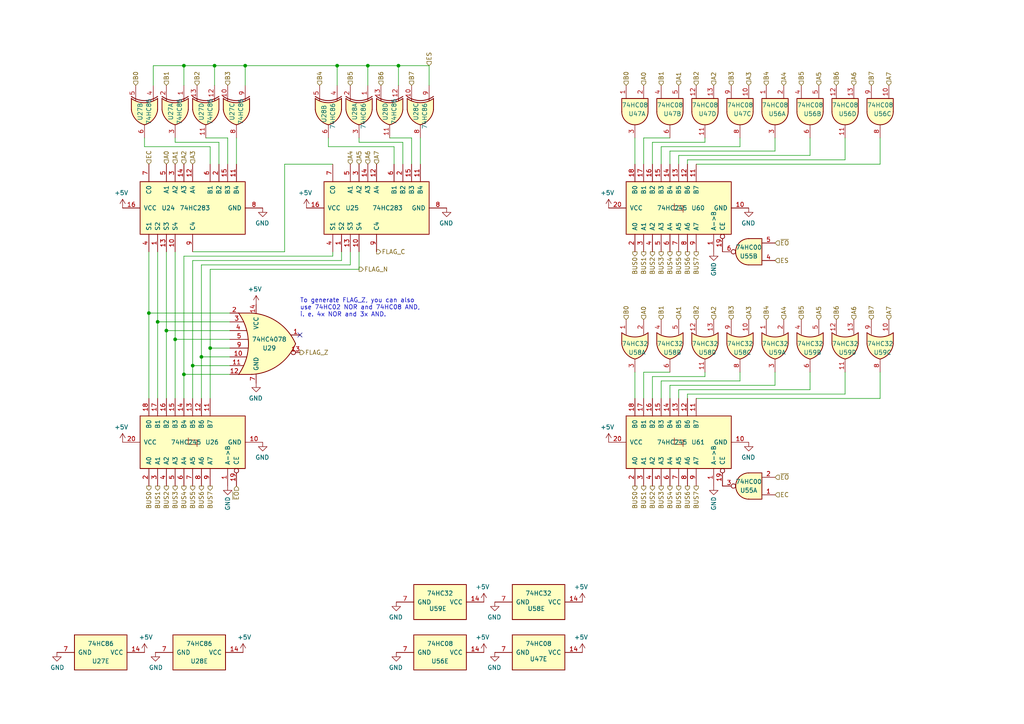
<source format=kicad_sch>
(kicad_sch (version 20211123) (generator eeschema)

  (uuid 5e186057-310c-40e8-84f7-f1bf0daca74f)

  (paper "A4")

  (title_block
    (title "Arithmetic and Logic Unit")
    (date "2023-06-22")
    (rev "1.2")
    (comment 2 "creativecommons.org/licenses/by-nc-sa/4.0/")
    (comment 3 "This work is licensed under CC BY-NC-SA 4.0")
    (comment 4 "Author: Carsten Herting (slu4)")
  )

  (lib_symbols
    (symbol "74xx:74HC245" (pin_names (offset 1.016)) (in_bom yes) (on_board yes)
      (property "Reference" "U" (id 0) (at -7.62 16.51 0)
        (effects (font (size 1.27 1.27)))
      )
      (property "Value" "74HC245" (id 1) (at -7.62 -16.51 0)
        (effects (font (size 1.27 1.27)))
      )
      (property "Footprint" "" (id 2) (at 0 0 0)
        (effects (font (size 1.27 1.27)) hide)
      )
      (property "Datasheet" "http://www.ti.com/lit/gpn/sn74HC245" (id 3) (at 0 0 0)
        (effects (font (size 1.27 1.27)) hide)
      )
      (property "ki_locked" "" (id 4) (at 0 0 0)
        (effects (font (size 1.27 1.27)))
      )
      (property "ki_keywords" "HCMOS BUS 3State" (id 5) (at 0 0 0)
        (effects (font (size 1.27 1.27)) hide)
      )
      (property "ki_description" "Octal BUS Transceivers, 3-State outputs" (id 6) (at 0 0 0)
        (effects (font (size 1.27 1.27)) hide)
      )
      (property "ki_fp_filters" "DIP?20*" (id 7) (at 0 0 0)
        (effects (font (size 1.27 1.27)) hide)
      )
      (symbol "74HC245_1_0"
        (polyline
          (pts
            (xy -0.635 -1.27)
            (xy -0.635 1.27)
            (xy 0.635 1.27)
          )
          (stroke (width 0) (type default) (color 0 0 0 0))
          (fill (type none))
        )
        (polyline
          (pts
            (xy -1.27 -1.27)
            (xy 0.635 -1.27)
            (xy 0.635 1.27)
            (xy 1.27 1.27)
          )
          (stroke (width 0) (type default) (color 0 0 0 0))
          (fill (type none))
        )
        (pin input line (at -12.7 -10.16 0) (length 5.08)
          (name "A->B" (effects (font (size 1.27 1.27))))
          (number "1" (effects (font (size 1.27 1.27))))
        )
        (pin power_in line (at 0 -20.32 90) (length 5.08)
          (name "GND" (effects (font (size 1.27 1.27))))
          (number "10" (effects (font (size 1.27 1.27))))
        )
        (pin tri_state line (at 12.7 -5.08 180) (length 5.08)
          (name "B7" (effects (font (size 1.27 1.27))))
          (number "11" (effects (font (size 1.27 1.27))))
        )
        (pin tri_state line (at 12.7 -2.54 180) (length 5.08)
          (name "B6" (effects (font (size 1.27 1.27))))
          (number "12" (effects (font (size 1.27 1.27))))
        )
        (pin tri_state line (at 12.7 0 180) (length 5.08)
          (name "B5" (effects (font (size 1.27 1.27))))
          (number "13" (effects (font (size 1.27 1.27))))
        )
        (pin tri_state line (at 12.7 2.54 180) (length 5.08)
          (name "B4" (effects (font (size 1.27 1.27))))
          (number "14" (effects (font (size 1.27 1.27))))
        )
        (pin tri_state line (at 12.7 5.08 180) (length 5.08)
          (name "B3" (effects (font (size 1.27 1.27))))
          (number "15" (effects (font (size 1.27 1.27))))
        )
        (pin tri_state line (at 12.7 7.62 180) (length 5.08)
          (name "B2" (effects (font (size 1.27 1.27))))
          (number "16" (effects (font (size 1.27 1.27))))
        )
        (pin tri_state line (at 12.7 10.16 180) (length 5.08)
          (name "B1" (effects (font (size 1.27 1.27))))
          (number "17" (effects (font (size 1.27 1.27))))
        )
        (pin tri_state line (at 12.7 12.7 180) (length 5.08)
          (name "B0" (effects (font (size 1.27 1.27))))
          (number "18" (effects (font (size 1.27 1.27))))
        )
        (pin input inverted (at -12.7 -12.7 0) (length 5.08)
          (name "CE" (effects (font (size 1.27 1.27))))
          (number "19" (effects (font (size 1.27 1.27))))
        )
        (pin tri_state line (at -12.7 12.7 0) (length 5.08)
          (name "A0" (effects (font (size 1.27 1.27))))
          (number "2" (effects (font (size 1.27 1.27))))
        )
        (pin power_in line (at 0 20.32 270) (length 5.08)
          (name "VCC" (effects (font (size 1.27 1.27))))
          (number "20" (effects (font (size 1.27 1.27))))
        )
        (pin tri_state line (at -12.7 10.16 0) (length 5.08)
          (name "A1" (effects (font (size 1.27 1.27))))
          (number "3" (effects (font (size 1.27 1.27))))
        )
        (pin tri_state line (at -12.7 7.62 0) (length 5.08)
          (name "A2" (effects (font (size 1.27 1.27))))
          (number "4" (effects (font (size 1.27 1.27))))
        )
        (pin tri_state line (at -12.7 5.08 0) (length 5.08)
          (name "A3" (effects (font (size 1.27 1.27))))
          (number "5" (effects (font (size 1.27 1.27))))
        )
        (pin tri_state line (at -12.7 2.54 0) (length 5.08)
          (name "A4" (effects (font (size 1.27 1.27))))
          (number "6" (effects (font (size 1.27 1.27))))
        )
        (pin tri_state line (at -12.7 0 0) (length 5.08)
          (name "A5" (effects (font (size 1.27 1.27))))
          (number "7" (effects (font (size 1.27 1.27))))
        )
        (pin tri_state line (at -12.7 -2.54 0) (length 5.08)
          (name "A6" (effects (font (size 1.27 1.27))))
          (number "8" (effects (font (size 1.27 1.27))))
        )
        (pin tri_state line (at -12.7 -5.08 0) (length 5.08)
          (name "A7" (effects (font (size 1.27 1.27))))
          (number "9" (effects (font (size 1.27 1.27))))
        )
      )
      (symbol "74HC245_1_1"
        (rectangle (start -7.62 15.24) (end 7.62 -15.24)
          (stroke (width 0.254) (type default) (color 0 0 0 0))
          (fill (type background))
        )
      )
    )
    (symbol "74xx:74HC86" (pin_names (offset 1.016)) (in_bom yes) (on_board yes)
      (property "Reference" "U" (id 0) (at 0 1.27 0)
        (effects (font (size 1.27 1.27)))
      )
      (property "Value" "74HC86" (id 1) (at 0 -1.27 0)
        (effects (font (size 1.27 1.27)))
      )
      (property "Footprint" "" (id 2) (at 0 0 0)
        (effects (font (size 1.27 1.27)) hide)
      )
      (property "Datasheet" "http://www.ti.com/lit/gpn/sn74HC86" (id 3) (at 0 0 0)
        (effects (font (size 1.27 1.27)) hide)
      )
      (property "ki_locked" "" (id 4) (at 0 0 0)
        (effects (font (size 1.27 1.27)))
      )
      (property "ki_keywords" "TTL XOR2" (id 5) (at 0 0 0)
        (effects (font (size 1.27 1.27)) hide)
      )
      (property "ki_description" "Quad 2-input XOR" (id 6) (at 0 0 0)
        (effects (font (size 1.27 1.27)) hide)
      )
      (property "ki_fp_filters" "DIP*W7.62mm*" (id 7) (at 0 0 0)
        (effects (font (size 1.27 1.27)) hide)
      )
      (symbol "74HC86_1_0"
        (arc (start -4.4196 -3.81) (mid -3.2033 0) (end -4.4196 3.81)
          (stroke (width 0.254) (type default) (color 0 0 0 0))
          (fill (type none))
        )
        (arc (start -3.81 -3.81) (mid -2.589 0) (end -3.81 3.81)
          (stroke (width 0.254) (type default) (color 0 0 0 0))
          (fill (type none))
        )
        (arc (start -0.6096 -3.81) (mid 2.1842 -2.5851) (end 3.81 0)
          (stroke (width 0.254) (type default) (color 0 0 0 0))
          (fill (type background))
        )
        (polyline
          (pts
            (xy -3.81 -3.81)
            (xy -0.635 -3.81)
          )
          (stroke (width 0.254) (type default) (color 0 0 0 0))
          (fill (type background))
        )
        (polyline
          (pts
            (xy -3.81 3.81)
            (xy -0.635 3.81)
          )
          (stroke (width 0.254) (type default) (color 0 0 0 0))
          (fill (type background))
        )
        (polyline
          (pts
            (xy -0.635 3.81)
            (xy -3.81 3.81)
            (xy -3.81 3.81)
            (xy -3.556 3.4036)
            (xy -3.0226 2.2606)
            (xy -2.6924 1.0414)
            (xy -2.6162 -0.254)
            (xy -2.7686 -1.4986)
            (xy -3.175 -2.7178)
            (xy -3.81 -3.81)
            (xy -3.81 -3.81)
            (xy -0.635 -3.81)
          )
          (stroke (width -25.4) (type default) (color 0 0 0 0))
          (fill (type background))
        )
        (arc (start 3.81 0) (mid 2.1915 2.5936) (end -0.6096 3.81)
          (stroke (width 0.254) (type default) (color 0 0 0 0))
          (fill (type background))
        )
        (pin input line (at -7.62 2.54 0) (length 4.445)
          (name "~" (effects (font (size 1.27 1.27))))
          (number "1" (effects (font (size 1.27 1.27))))
        )
        (pin input line (at -7.62 -2.54 0) (length 4.445)
          (name "~" (effects (font (size 1.27 1.27))))
          (number "2" (effects (font (size 1.27 1.27))))
        )
        (pin output line (at 7.62 0 180) (length 3.81)
          (name "~" (effects (font (size 1.27 1.27))))
          (number "3" (effects (font (size 1.27 1.27))))
        )
      )
      (symbol "74HC86_1_1"
        (polyline
          (pts
            (xy -3.81 -2.54)
            (xy -3.175 -2.54)
          )
          (stroke (width 0.1524) (type default) (color 0 0 0 0))
          (fill (type none))
        )
        (polyline
          (pts
            (xy -3.81 2.54)
            (xy -3.175 2.54)
          )
          (stroke (width 0.1524) (type default) (color 0 0 0 0))
          (fill (type none))
        )
      )
      (symbol "74HC86_2_0"
        (arc (start -4.4196 -3.81) (mid -3.2033 0) (end -4.4196 3.81)
          (stroke (width 0.254) (type default) (color 0 0 0 0))
          (fill (type none))
        )
        (arc (start -3.81 -3.81) (mid -2.589 0) (end -3.81 3.81)
          (stroke (width 0.254) (type default) (color 0 0 0 0))
          (fill (type none))
        )
        (arc (start -0.6096 -3.81) (mid 2.1842 -2.5851) (end 3.81 0)
          (stroke (width 0.254) (type default) (color 0 0 0 0))
          (fill (type background))
        )
        (polyline
          (pts
            (xy -3.81 -3.81)
            (xy -0.635 -3.81)
          )
          (stroke (width 0.254) (type default) (color 0 0 0 0))
          (fill (type background))
        )
        (polyline
          (pts
            (xy -3.81 3.81)
            (xy -0.635 3.81)
          )
          (stroke (width 0.254) (type default) (color 0 0 0 0))
          (fill (type background))
        )
        (polyline
          (pts
            (xy -0.635 3.81)
            (xy -3.81 3.81)
            (xy -3.81 3.81)
            (xy -3.556 3.4036)
            (xy -3.0226 2.2606)
            (xy -2.6924 1.0414)
            (xy -2.6162 -0.254)
            (xy -2.7686 -1.4986)
            (xy -3.175 -2.7178)
            (xy -3.81 -3.81)
            (xy -3.81 -3.81)
            (xy -0.635 -3.81)
          )
          (stroke (width -25.4) (type default) (color 0 0 0 0))
          (fill (type background))
        )
        (arc (start 3.81 0) (mid 2.1915 2.5936) (end -0.6096 3.81)
          (stroke (width 0.254) (type default) (color 0 0 0 0))
          (fill (type background))
        )
        (pin input line (at -7.62 2.54 0) (length 4.445)
          (name "~" (effects (font (size 1.27 1.27))))
          (number "4" (effects (font (size 1.27 1.27))))
        )
        (pin input line (at -7.62 -2.54 0) (length 4.445)
          (name "~" (effects (font (size 1.27 1.27))))
          (number "5" (effects (font (size 1.27 1.27))))
        )
        (pin output line (at 7.62 0 180) (length 3.81)
          (name "~" (effects (font (size 1.27 1.27))))
          (number "6" (effects (font (size 1.27 1.27))))
        )
      )
      (symbol "74HC86_2_1"
        (polyline
          (pts
            (xy -3.81 -2.54)
            (xy -3.175 -2.54)
          )
          (stroke (width 0.1524) (type default) (color 0 0 0 0))
          (fill (type none))
        )
        (polyline
          (pts
            (xy -3.81 2.54)
            (xy -3.175 2.54)
          )
          (stroke (width 0.1524) (type default) (color 0 0 0 0))
          (fill (type none))
        )
      )
      (symbol "74HC86_3_0"
        (arc (start -4.4196 -3.81) (mid -3.2033 0) (end -4.4196 3.81)
          (stroke (width 0.254) (type default) (color 0 0 0 0))
          (fill (type none))
        )
        (arc (start -3.81 -3.81) (mid -2.589 0) (end -3.81 3.81)
          (stroke (width 0.254) (type default) (color 0 0 0 0))
          (fill (type none))
        )
        (arc (start -0.6096 -3.81) (mid 2.1842 -2.5851) (end 3.81 0)
          (stroke (width 0.254) (type default) (color 0 0 0 0))
          (fill (type background))
        )
        (polyline
          (pts
            (xy -3.81 -3.81)
            (xy -0.635 -3.81)
          )
          (stroke (width 0.254) (type default) (color 0 0 0 0))
          (fill (type background))
        )
        (polyline
          (pts
            (xy -3.81 3.81)
            (xy -0.635 3.81)
          )
          (stroke (width 0.254) (type default) (color 0 0 0 0))
          (fill (type background))
        )
        (polyline
          (pts
            (xy -0.635 3.81)
            (xy -3.81 3.81)
            (xy -3.81 3.81)
            (xy -3.556 3.4036)
            (xy -3.0226 2.2606)
            (xy -2.6924 1.0414)
            (xy -2.6162 -0.254)
            (xy -2.7686 -1.4986)
            (xy -3.175 -2.7178)
            (xy -3.81 -3.81)
            (xy -3.81 -3.81)
            (xy -0.635 -3.81)
          )
          (stroke (width -25.4) (type default) (color 0 0 0 0))
          (fill (type background))
        )
        (arc (start 3.81 0) (mid 2.1915 2.5936) (end -0.6096 3.81)
          (stroke (width 0.254) (type default) (color 0 0 0 0))
          (fill (type background))
        )
        (pin input line (at -7.62 -2.54 0) (length 4.445)
          (name "~" (effects (font (size 1.27 1.27))))
          (number "10" (effects (font (size 1.27 1.27))))
        )
        (pin output line (at 7.62 0 180) (length 3.81)
          (name "~" (effects (font (size 1.27 1.27))))
          (number "8" (effects (font (size 1.27 1.27))))
        )
        (pin input line (at -7.62 2.54 0) (length 4.445)
          (name "~" (effects (font (size 1.27 1.27))))
          (number "9" (effects (font (size 1.27 1.27))))
        )
      )
      (symbol "74HC86_3_1"
        (polyline
          (pts
            (xy -3.81 -2.54)
            (xy -3.175 -2.54)
          )
          (stroke (width 0.1524) (type default) (color 0 0 0 0))
          (fill (type none))
        )
        (polyline
          (pts
            (xy -3.81 2.54)
            (xy -3.175 2.54)
          )
          (stroke (width 0.1524) (type default) (color 0 0 0 0))
          (fill (type none))
        )
      )
      (symbol "74HC86_4_0"
        (arc (start -4.4196 -3.81) (mid -3.2033 0) (end -4.4196 3.81)
          (stroke (width 0.254) (type default) (color 0 0 0 0))
          (fill (type none))
        )
        (arc (start -3.81 -3.81) (mid -2.589 0) (end -3.81 3.81)
          (stroke (width 0.254) (type default) (color 0 0 0 0))
          (fill (type none))
        )
        (arc (start -0.6096 -3.81) (mid 2.1842 -2.5851) (end 3.81 0)
          (stroke (width 0.254) (type default) (color 0 0 0 0))
          (fill (type background))
        )
        (polyline
          (pts
            (xy -3.81 -3.81)
            (xy -0.635 -3.81)
          )
          (stroke (width 0.254) (type default) (color 0 0 0 0))
          (fill (type background))
        )
        (polyline
          (pts
            (xy -3.81 3.81)
            (xy -0.635 3.81)
          )
          (stroke (width 0.254) (type default) (color 0 0 0 0))
          (fill (type background))
        )
        (polyline
          (pts
            (xy -0.635 3.81)
            (xy -3.81 3.81)
            (xy -3.81 3.81)
            (xy -3.556 3.4036)
            (xy -3.0226 2.2606)
            (xy -2.6924 1.0414)
            (xy -2.6162 -0.254)
            (xy -2.7686 -1.4986)
            (xy -3.175 -2.7178)
            (xy -3.81 -3.81)
            (xy -3.81 -3.81)
            (xy -0.635 -3.81)
          )
          (stroke (width -25.4) (type default) (color 0 0 0 0))
          (fill (type background))
        )
        (arc (start 3.81 0) (mid 2.1915 2.5936) (end -0.6096 3.81)
          (stroke (width 0.254) (type default) (color 0 0 0 0))
          (fill (type background))
        )
        (pin output line (at 7.62 0 180) (length 3.81)
          (name "~" (effects (font (size 1.27 1.27))))
          (number "11" (effects (font (size 1.27 1.27))))
        )
        (pin input line (at -7.62 2.54 0) (length 4.445)
          (name "~" (effects (font (size 1.27 1.27))))
          (number "12" (effects (font (size 1.27 1.27))))
        )
        (pin input line (at -7.62 -2.54 0) (length 4.445)
          (name "~" (effects (font (size 1.27 1.27))))
          (number "13" (effects (font (size 1.27 1.27))))
        )
      )
      (symbol "74HC86_4_1"
        (polyline
          (pts
            (xy -3.81 -2.54)
            (xy -3.175 -2.54)
          )
          (stroke (width 0.1524) (type default) (color 0 0 0 0))
          (fill (type none))
        )
        (polyline
          (pts
            (xy -3.81 2.54)
            (xy -3.175 2.54)
          )
          (stroke (width 0.1524) (type default) (color 0 0 0 0))
          (fill (type none))
        )
      )
      (symbol "74HC86_5_0"
        (pin power_in line (at 0 12.7 270) (length 5.08)
          (name "VCC" (effects (font (size 1.27 1.27))))
          (number "14" (effects (font (size 1.27 1.27))))
        )
        (pin power_in line (at 0 -12.7 90) (length 5.08)
          (name "GND" (effects (font (size 1.27 1.27))))
          (number "7" (effects (font (size 1.27 1.27))))
        )
      )
      (symbol "74HC86_5_1"
        (rectangle (start -5.08 7.62) (end 5.08 -7.62)
          (stroke (width 0.254) (type default) (color 0 0 0 0))
          (fill (type background))
        )
      )
    )
    (symbol "8-Bit CPU 32k-cache:74HC00" (pin_names (offset 1.016)) (in_bom yes) (on_board yes)
      (property "Reference" "U" (id 0) (at 0 1.27 0)
        (effects (font (size 1.27 1.27)))
      )
      (property "Value" "74HC00" (id 1) (at 0 -1.27 0)
        (effects (font (size 1.27 1.27)))
      )
      (property "Footprint" "" (id 2) (at 0 0 0)
        (effects (font (size 1.27 1.27)) hide)
      )
      (property "Datasheet" "" (id 3) (at 0 0 0)
        (effects (font (size 1.27 1.27)) hide)
      )
      (property "ki_locked" "" (id 4) (at 0 0 0)
        (effects (font (size 1.27 1.27)))
      )
      (property "ki_fp_filters" "DIP*W7.62mm* SO14*" (id 5) (at 0 0 0)
        (effects (font (size 1.27 1.27)) hide)
      )
      (symbol "74HC00_1_1"
        (arc (start 0 -3.81) (mid 3.81 0) (end 0 3.81)
          (stroke (width 0.254) (type default) (color 0 0 0 0))
          (fill (type background))
        )
        (polyline
          (pts
            (xy 0 3.81)
            (xy -3.81 3.81)
            (xy -3.81 -3.81)
            (xy 0 -3.81)
          )
          (stroke (width 0.254) (type default) (color 0 0 0 0))
          (fill (type background))
        )
        (pin input line (at -7.62 2.54 0) (length 3.81)
          (name "~" (effects (font (size 1.27 1.27))))
          (number "1" (effects (font (size 1.27 1.27))))
        )
        (pin input line (at -7.62 -2.54 0) (length 3.81)
          (name "~" (effects (font (size 1.27 1.27))))
          (number "2" (effects (font (size 1.27 1.27))))
        )
        (pin output inverted (at 7.62 0 180) (length 3.81)
          (name "~" (effects (font (size 1.27 1.27))))
          (number "3" (effects (font (size 1.27 1.27))))
        )
      )
      (symbol "74HC00_1_2"
        (arc (start -3.81 -3.81) (mid -2.589 0) (end -3.81 3.81)
          (stroke (width 0.254) (type default) (color 0 0 0 0))
          (fill (type none))
        )
        (arc (start -0.6096 -3.81) (mid 2.1842 -2.5851) (end 3.81 0)
          (stroke (width 0.254) (type default) (color 0 0 0 0))
          (fill (type background))
        )
        (polyline
          (pts
            (xy -3.81 -3.81)
            (xy -0.635 -3.81)
          )
          (stroke (width 0.254) (type default) (color 0 0 0 0))
          (fill (type background))
        )
        (polyline
          (pts
            (xy -3.81 3.81)
            (xy -0.635 3.81)
          )
          (stroke (width 0.254) (type default) (color 0 0 0 0))
          (fill (type background))
        )
        (polyline
          (pts
            (xy -0.635 3.81)
            (xy -3.81 3.81)
            (xy -3.81 3.81)
            (xy -3.556 3.4036)
            (xy -3.0226 2.2606)
            (xy -2.6924 1.0414)
            (xy -2.6162 -0.254)
            (xy -2.7686 -1.4986)
            (xy -3.175 -2.7178)
            (xy -3.81 -3.81)
            (xy -3.81 -3.81)
            (xy -0.635 -3.81)
          )
          (stroke (width -25.4) (type default) (color 0 0 0 0))
          (fill (type background))
        )
        (arc (start 3.81 0) (mid 2.1915 2.5936) (end -0.6096 3.81)
          (stroke (width 0.254) (type default) (color 0 0 0 0))
          (fill (type background))
        )
        (pin input inverted (at -7.62 2.54 0) (length 4.318)
          (name "~" (effects (font (size 1.27 1.27))))
          (number "1" (effects (font (size 1.27 1.27))))
        )
        (pin input inverted (at -7.62 -2.54 0) (length 4.318)
          (name "~" (effects (font (size 1.27 1.27))))
          (number "2" (effects (font (size 1.27 1.27))))
        )
        (pin output line (at 7.62 0 180) (length 3.81)
          (name "~" (effects (font (size 1.27 1.27))))
          (number "3" (effects (font (size 1.27 1.27))))
        )
      )
      (symbol "74HC00_2_1"
        (arc (start 0 -3.81) (mid 3.81 0) (end 0 3.81)
          (stroke (width 0.254) (type default) (color 0 0 0 0))
          (fill (type background))
        )
        (polyline
          (pts
            (xy 0 3.81)
            (xy -3.81 3.81)
            (xy -3.81 -3.81)
            (xy 0 -3.81)
          )
          (stroke (width 0.254) (type default) (color 0 0 0 0))
          (fill (type background))
        )
        (pin input line (at -7.62 2.54 0) (length 3.81)
          (name "~" (effects (font (size 1.27 1.27))))
          (number "4" (effects (font (size 1.27 1.27))))
        )
        (pin input line (at -7.62 -2.54 0) (length 3.81)
          (name "~" (effects (font (size 1.27 1.27))))
          (number "5" (effects (font (size 1.27 1.27))))
        )
        (pin output inverted (at 7.62 0 180) (length 3.81)
          (name "~" (effects (font (size 1.27 1.27))))
          (number "6" (effects (font (size 1.27 1.27))))
        )
      )
      (symbol "74HC00_2_2"
        (arc (start -3.81 -3.81) (mid -2.589 0) (end -3.81 3.81)
          (stroke (width 0.254) (type default) (color 0 0 0 0))
          (fill (type none))
        )
        (arc (start -0.6096 -3.81) (mid 2.1842 -2.5851) (end 3.81 0)
          (stroke (width 0.254) (type default) (color 0 0 0 0))
          (fill (type background))
        )
        (polyline
          (pts
            (xy -3.81 -3.81)
            (xy -0.635 -3.81)
          )
          (stroke (width 0.254) (type default) (color 0 0 0 0))
          (fill (type background))
        )
        (polyline
          (pts
            (xy -3.81 3.81)
            (xy -0.635 3.81)
          )
          (stroke (width 0.254) (type default) (color 0 0 0 0))
          (fill (type background))
        )
        (polyline
          (pts
            (xy -0.635 3.81)
            (xy -3.81 3.81)
            (xy -3.81 3.81)
            (xy -3.556 3.4036)
            (xy -3.0226 2.2606)
            (xy -2.6924 1.0414)
            (xy -2.6162 -0.254)
            (xy -2.7686 -1.4986)
            (xy -3.175 -2.7178)
            (xy -3.81 -3.81)
            (xy -3.81 -3.81)
            (xy -0.635 -3.81)
          )
          (stroke (width -25.4) (type default) (color 0 0 0 0))
          (fill (type background))
        )
        (arc (start 3.81 0) (mid 2.1915 2.5936) (end -0.6096 3.81)
          (stroke (width 0.254) (type default) (color 0 0 0 0))
          (fill (type background))
        )
        (pin input inverted (at -7.62 2.54 0) (length 4.318)
          (name "~" (effects (font (size 1.27 1.27))))
          (number "4" (effects (font (size 1.27 1.27))))
        )
        (pin input inverted (at -7.62 -2.54 0) (length 4.318)
          (name "~" (effects (font (size 1.27 1.27))))
          (number "5" (effects (font (size 1.27 1.27))))
        )
        (pin output line (at 7.62 0 180) (length 3.81)
          (name "~" (effects (font (size 1.27 1.27))))
          (number "6" (effects (font (size 1.27 1.27))))
        )
      )
      (symbol "74HC00_3_1"
        (arc (start 0 -3.81) (mid 3.81 0) (end 0 3.81)
          (stroke (width 0.254) (type default) (color 0 0 0 0))
          (fill (type background))
        )
        (polyline
          (pts
            (xy 0 3.81)
            (xy -3.81 3.81)
            (xy -3.81 -3.81)
            (xy 0 -3.81)
          )
          (stroke (width 0.254) (type default) (color 0 0 0 0))
          (fill (type background))
        )
        (pin input line (at -7.62 -2.54 0) (length 3.81)
          (name "~" (effects (font (size 1.27 1.27))))
          (number "10" (effects (font (size 1.27 1.27))))
        )
        (pin output inverted (at 7.62 0 180) (length 3.81)
          (name "~" (effects (font (size 1.27 1.27))))
          (number "8" (effects (font (size 1.27 1.27))))
        )
        (pin input line (at -7.62 2.54 0) (length 3.81)
          (name "~" (effects (font (size 1.27 1.27))))
          (number "9" (effects (font (size 1.27 1.27))))
        )
      )
      (symbol "74HC00_3_2"
        (arc (start -3.81 -3.81) (mid -2.589 0) (end -3.81 3.81)
          (stroke (width 0.254) (type default) (color 0 0 0 0))
          (fill (type none))
        )
        (arc (start -0.6096 -3.81) (mid 2.1842 -2.5851) (end 3.81 0)
          (stroke (width 0.254) (type default) (color 0 0 0 0))
          (fill (type background))
        )
        (polyline
          (pts
            (xy -3.81 -3.81)
            (xy -0.635 -3.81)
          )
          (stroke (width 0.254) (type default) (color 0 0 0 0))
          (fill (type background))
        )
        (polyline
          (pts
            (xy -3.81 3.81)
            (xy -0.635 3.81)
          )
          (stroke (width 0.254) (type default) (color 0 0 0 0))
          (fill (type background))
        )
        (polyline
          (pts
            (xy -0.635 3.81)
            (xy -3.81 3.81)
            (xy -3.81 3.81)
            (xy -3.556 3.4036)
            (xy -3.0226 2.2606)
            (xy -2.6924 1.0414)
            (xy -2.6162 -0.254)
            (xy -2.7686 -1.4986)
            (xy -3.175 -2.7178)
            (xy -3.81 -3.81)
            (xy -3.81 -3.81)
            (xy -0.635 -3.81)
          )
          (stroke (width -25.4) (type default) (color 0 0 0 0))
          (fill (type background))
        )
        (arc (start 3.81 0) (mid 2.1915 2.5936) (end -0.6096 3.81)
          (stroke (width 0.254) (type default) (color 0 0 0 0))
          (fill (type background))
        )
        (pin input inverted (at -7.62 -2.54 0) (length 4.318)
          (name "~" (effects (font (size 1.27 1.27))))
          (number "10" (effects (font (size 1.27 1.27))))
        )
        (pin output line (at 7.62 0 180) (length 3.81)
          (name "~" (effects (font (size 1.27 1.27))))
          (number "8" (effects (font (size 1.27 1.27))))
        )
        (pin input inverted (at -7.62 2.54 0) (length 4.318)
          (name "~" (effects (font (size 1.27 1.27))))
          (number "9" (effects (font (size 1.27 1.27))))
        )
      )
      (symbol "74HC00_4_1"
        (arc (start 0 -3.81) (mid 3.81 0) (end 0 3.81)
          (stroke (width 0.254) (type default) (color 0 0 0 0))
          (fill (type background))
        )
        (polyline
          (pts
            (xy 0 3.81)
            (xy -3.81 3.81)
            (xy -3.81 -3.81)
            (xy 0 -3.81)
          )
          (stroke (width 0.254) (type default) (color 0 0 0 0))
          (fill (type background))
        )
        (pin output inverted (at 7.62 0 180) (length 3.81)
          (name "~" (effects (font (size 1.27 1.27))))
          (number "11" (effects (font (size 1.27 1.27))))
        )
        (pin input line (at -7.62 2.54 0) (length 3.81)
          (name "~" (effects (font (size 1.27 1.27))))
          (number "12" (effects (font (size 1.27 1.27))))
        )
        (pin input line (at -7.62 -2.54 0) (length 3.81)
          (name "~" (effects (font (size 1.27 1.27))))
          (number "13" (effects (font (size 1.27 1.27))))
        )
      )
      (symbol "74HC00_4_2"
        (arc (start -3.81 -3.81) (mid -2.589 0) (end -3.81 3.81)
          (stroke (width 0.254) (type default) (color 0 0 0 0))
          (fill (type none))
        )
        (arc (start -0.6096 -3.81) (mid 2.1842 -2.5851) (end 3.81 0)
          (stroke (width 0.254) (type default) (color 0 0 0 0))
          (fill (type background))
        )
        (polyline
          (pts
            (xy -3.81 -3.81)
            (xy -0.635 -3.81)
          )
          (stroke (width 0.254) (type default) (color 0 0 0 0))
          (fill (type background))
        )
        (polyline
          (pts
            (xy -3.81 3.81)
            (xy -0.635 3.81)
          )
          (stroke (width 0.254) (type default) (color 0 0 0 0))
          (fill (type background))
        )
        (polyline
          (pts
            (xy -0.635 3.81)
            (xy -3.81 3.81)
            (xy -3.81 3.81)
            (xy -3.556 3.4036)
            (xy -3.0226 2.2606)
            (xy -2.6924 1.0414)
            (xy -2.6162 -0.254)
            (xy -2.7686 -1.4986)
            (xy -3.175 -2.7178)
            (xy -3.81 -3.81)
            (xy -3.81 -3.81)
            (xy -0.635 -3.81)
          )
          (stroke (width -25.4) (type default) (color 0 0 0 0))
          (fill (type background))
        )
        (arc (start 3.81 0) (mid 2.1915 2.5936) (end -0.6096 3.81)
          (stroke (width 0.254) (type default) (color 0 0 0 0))
          (fill (type background))
        )
        (pin output line (at 7.62 0 180) (length 3.81)
          (name "~" (effects (font (size 1.27 1.27))))
          (number "11" (effects (font (size 1.27 1.27))))
        )
        (pin input inverted (at -7.62 2.54 0) (length 4.318)
          (name "~" (effects (font (size 1.27 1.27))))
          (number "12" (effects (font (size 1.27 1.27))))
        )
        (pin input inverted (at -7.62 -2.54 0) (length 4.318)
          (name "~" (effects (font (size 1.27 1.27))))
          (number "13" (effects (font (size 1.27 1.27))))
        )
      )
      (symbol "74HC00_5_0"
        (pin power_in line (at 0 12.7 270) (length 5.08)
          (name "VCC" (effects (font (size 1.27 1.27))))
          (number "14" (effects (font (size 1.27 1.27))))
        )
        (pin power_in line (at 0 -12.7 90) (length 5.08)
          (name "GND" (effects (font (size 1.27 1.27))))
          (number "7" (effects (font (size 1.27 1.27))))
        )
      )
      (symbol "74HC00_5_1"
        (rectangle (start -5.08 7.62) (end 5.08 -7.62)
          (stroke (width 0.254) (type default) (color 0 0 0 0))
          (fill (type background))
        )
      )
    )
    (symbol "8-Bit CPU 32k:74HC08" (pin_names (offset 1.016)) (in_bom yes) (on_board yes)
      (property "Reference" "U" (id 0) (at 0 1.27 0)
        (effects (font (size 1.27 1.27)))
      )
      (property "Value" "74HC08" (id 1) (at 0 -1.27 0)
        (effects (font (size 1.27 1.27)))
      )
      (property "Footprint" "" (id 2) (at 0 0 0)
        (effects (font (size 1.27 1.27)) hide)
      )
      (property "Datasheet" "http://www.ti.com/lit/gpn/sn74LS08" (id 3) (at 0 0 0)
        (effects (font (size 1.27 1.27)) hide)
      )
      (property "ki_locked" "" (id 4) (at 0 0 0)
        (effects (font (size 1.27 1.27)))
      )
      (property "ki_keywords" "TTL and2" (id 5) (at 0 0 0)
        (effects (font (size 1.27 1.27)) hide)
      )
      (property "ki_description" "Quad And2" (id 6) (at 0 0 0)
        (effects (font (size 1.27 1.27)) hide)
      )
      (property "ki_fp_filters" "DIP*W7.62mm*" (id 7) (at 0 0 0)
        (effects (font (size 1.27 1.27)) hide)
      )
      (symbol "74HC08_1_1"
        (arc (start 0 -3.81) (mid 3.81 0) (end 0 3.81)
          (stroke (width 0.254) (type default) (color 0 0 0 0))
          (fill (type background))
        )
        (polyline
          (pts
            (xy 0 3.81)
            (xy -3.81 3.81)
            (xy -3.81 -3.81)
            (xy 0 -3.81)
          )
          (stroke (width 0.254) (type default) (color 0 0 0 0))
          (fill (type background))
        )
        (pin input line (at -7.62 2.54 0) (length 3.81)
          (name "~" (effects (font (size 1.27 1.27))))
          (number "1" (effects (font (size 1.27 1.27))))
        )
        (pin input line (at -7.62 -2.54 0) (length 3.81)
          (name "~" (effects (font (size 1.27 1.27))))
          (number "2" (effects (font (size 1.27 1.27))))
        )
        (pin output line (at 7.62 0 180) (length 3.81)
          (name "~" (effects (font (size 1.27 1.27))))
          (number "3" (effects (font (size 1.27 1.27))))
        )
      )
      (symbol "74HC08_1_2"
        (arc (start -3.81 -3.81) (mid -2.589 0) (end -3.81 3.81)
          (stroke (width 0.254) (type default) (color 0 0 0 0))
          (fill (type none))
        )
        (arc (start -0.6096 -3.81) (mid 2.1842 -2.5851) (end 3.81 0)
          (stroke (width 0.254) (type default) (color 0 0 0 0))
          (fill (type background))
        )
        (polyline
          (pts
            (xy -3.81 -3.81)
            (xy -0.635 -3.81)
          )
          (stroke (width 0.254) (type default) (color 0 0 0 0))
          (fill (type background))
        )
        (polyline
          (pts
            (xy -3.81 3.81)
            (xy -0.635 3.81)
          )
          (stroke (width 0.254) (type default) (color 0 0 0 0))
          (fill (type background))
        )
        (polyline
          (pts
            (xy -0.635 3.81)
            (xy -3.81 3.81)
            (xy -3.81 3.81)
            (xy -3.556 3.4036)
            (xy -3.0226 2.2606)
            (xy -2.6924 1.0414)
            (xy -2.6162 -0.254)
            (xy -2.7686 -1.4986)
            (xy -3.175 -2.7178)
            (xy -3.81 -3.81)
            (xy -3.81 -3.81)
            (xy -0.635 -3.81)
          )
          (stroke (width -25.4) (type default) (color 0 0 0 0))
          (fill (type background))
        )
        (arc (start 3.81 0) (mid 2.1915 2.5936) (end -0.6096 3.81)
          (stroke (width 0.254) (type default) (color 0 0 0 0))
          (fill (type background))
        )
        (pin input inverted (at -7.62 2.54 0) (length 4.318)
          (name "~" (effects (font (size 1.27 1.27))))
          (number "1" (effects (font (size 1.27 1.27))))
        )
        (pin input inverted (at -7.62 -2.54 0) (length 4.318)
          (name "~" (effects (font (size 1.27 1.27))))
          (number "2" (effects (font (size 1.27 1.27))))
        )
        (pin output inverted (at 7.62 0 180) (length 3.81)
          (name "~" (effects (font (size 1.27 1.27))))
          (number "3" (effects (font (size 1.27 1.27))))
        )
      )
      (symbol "74HC08_2_1"
        (arc (start 0 -3.81) (mid 3.81 0) (end 0 3.81)
          (stroke (width 0.254) (type default) (color 0 0 0 0))
          (fill (type background))
        )
        (polyline
          (pts
            (xy 0 3.81)
            (xy -3.81 3.81)
            (xy -3.81 -3.81)
            (xy 0 -3.81)
          )
          (stroke (width 0.254) (type default) (color 0 0 0 0))
          (fill (type background))
        )
        (pin input line (at -7.62 2.54 0) (length 3.81)
          (name "~" (effects (font (size 1.27 1.27))))
          (number "4" (effects (font (size 1.27 1.27))))
        )
        (pin input line (at -7.62 -2.54 0) (length 3.81)
          (name "~" (effects (font (size 1.27 1.27))))
          (number "5" (effects (font (size 1.27 1.27))))
        )
        (pin output line (at 7.62 0 180) (length 3.81)
          (name "~" (effects (font (size 1.27 1.27))))
          (number "6" (effects (font (size 1.27 1.27))))
        )
      )
      (symbol "74HC08_2_2"
        (arc (start -3.81 -3.81) (mid -2.589 0) (end -3.81 3.81)
          (stroke (width 0.254) (type default) (color 0 0 0 0))
          (fill (type none))
        )
        (arc (start -0.6096 -3.81) (mid 2.1842 -2.5851) (end 3.81 0)
          (stroke (width 0.254) (type default) (color 0 0 0 0))
          (fill (type background))
        )
        (polyline
          (pts
            (xy -3.81 -3.81)
            (xy -0.635 -3.81)
          )
          (stroke (width 0.254) (type default) (color 0 0 0 0))
          (fill (type background))
        )
        (polyline
          (pts
            (xy -3.81 3.81)
            (xy -0.635 3.81)
          )
          (stroke (width 0.254) (type default) (color 0 0 0 0))
          (fill (type background))
        )
        (polyline
          (pts
            (xy -0.635 3.81)
            (xy -3.81 3.81)
            (xy -3.81 3.81)
            (xy -3.556 3.4036)
            (xy -3.0226 2.2606)
            (xy -2.6924 1.0414)
            (xy -2.6162 -0.254)
            (xy -2.7686 -1.4986)
            (xy -3.175 -2.7178)
            (xy -3.81 -3.81)
            (xy -3.81 -3.81)
            (xy -0.635 -3.81)
          )
          (stroke (width -25.4) (type default) (color 0 0 0 0))
          (fill (type background))
        )
        (arc (start 3.81 0) (mid 2.1915 2.5936) (end -0.6096 3.81)
          (stroke (width 0.254) (type default) (color 0 0 0 0))
          (fill (type background))
        )
        (pin input inverted (at -7.62 2.54 0) (length 4.318)
          (name "~" (effects (font (size 1.27 1.27))))
          (number "4" (effects (font (size 1.27 1.27))))
        )
        (pin input inverted (at -7.62 -2.54 0) (length 4.318)
          (name "~" (effects (font (size 1.27 1.27))))
          (number "5" (effects (font (size 1.27 1.27))))
        )
        (pin output inverted (at 7.62 0 180) (length 3.81)
          (name "~" (effects (font (size 1.27 1.27))))
          (number "6" (effects (font (size 1.27 1.27))))
        )
      )
      (symbol "74HC08_3_1"
        (arc (start 0 -3.81) (mid 3.81 0) (end 0 3.81)
          (stroke (width 0.254) (type default) (color 0 0 0 0))
          (fill (type background))
        )
        (polyline
          (pts
            (xy 0 3.81)
            (xy -3.81 3.81)
            (xy -3.81 -3.81)
            (xy 0 -3.81)
          )
          (stroke (width 0.254) (type default) (color 0 0 0 0))
          (fill (type background))
        )
        (pin input line (at -7.62 -2.54 0) (length 3.81)
          (name "~" (effects (font (size 1.27 1.27))))
          (number "10" (effects (font (size 1.27 1.27))))
        )
        (pin output line (at 7.62 0 180) (length 3.81)
          (name "~" (effects (font (size 1.27 1.27))))
          (number "8" (effects (font (size 1.27 1.27))))
        )
        (pin input line (at -7.62 2.54 0) (length 3.81)
          (name "~" (effects (font (size 1.27 1.27))))
          (number "9" (effects (font (size 1.27 1.27))))
        )
      )
      (symbol "74HC08_3_2"
        (arc (start -3.81 -3.81) (mid -2.589 0) (end -3.81 3.81)
          (stroke (width 0.254) (type default) (color 0 0 0 0))
          (fill (type none))
        )
        (arc (start -0.6096 -3.81) (mid 2.1842 -2.5851) (end 3.81 0)
          (stroke (width 0.254) (type default) (color 0 0 0 0))
          (fill (type background))
        )
        (polyline
          (pts
            (xy -3.81 -3.81)
            (xy -0.635 -3.81)
          )
          (stroke (width 0.254) (type default) (color 0 0 0 0))
          (fill (type background))
        )
        (polyline
          (pts
            (xy -3.81 3.81)
            (xy -0.635 3.81)
          )
          (stroke (width 0.254) (type default) (color 0 0 0 0))
          (fill (type background))
        )
        (polyline
          (pts
            (xy -0.635 3.81)
            (xy -3.81 3.81)
            (xy -3.81 3.81)
            (xy -3.556 3.4036)
            (xy -3.0226 2.2606)
            (xy -2.6924 1.0414)
            (xy -2.6162 -0.254)
            (xy -2.7686 -1.4986)
            (xy -3.175 -2.7178)
            (xy -3.81 -3.81)
            (xy -3.81 -3.81)
            (xy -0.635 -3.81)
          )
          (stroke (width -25.4) (type default) (color 0 0 0 0))
          (fill (type background))
        )
        (arc (start 3.81 0) (mid 2.1915 2.5936) (end -0.6096 3.81)
          (stroke (width 0.254) (type default) (color 0 0 0 0))
          (fill (type background))
        )
        (pin input inverted (at -7.62 -2.54 0) (length 4.318)
          (name "~" (effects (font (size 1.27 1.27))))
          (number "10" (effects (font (size 1.27 1.27))))
        )
        (pin output inverted (at 7.62 0 180) (length 3.81)
          (name "~" (effects (font (size 1.27 1.27))))
          (number "8" (effects (font (size 1.27 1.27))))
        )
        (pin input inverted (at -7.62 2.54 0) (length 4.318)
          (name "~" (effects (font (size 1.27 1.27))))
          (number "9" (effects (font (size 1.27 1.27))))
        )
      )
      (symbol "74HC08_4_1"
        (arc (start 0 -3.81) (mid 3.81 0) (end 0 3.81)
          (stroke (width 0.254) (type default) (color 0 0 0 0))
          (fill (type background))
        )
        (polyline
          (pts
            (xy 0 3.81)
            (xy -3.81 3.81)
            (xy -3.81 -3.81)
            (xy 0 -3.81)
          )
          (stroke (width 0.254) (type default) (color 0 0 0 0))
          (fill (type background))
        )
        (pin output line (at 7.62 0 180) (length 3.81)
          (name "~" (effects (font (size 1.27 1.27))))
          (number "11" (effects (font (size 1.27 1.27))))
        )
        (pin input line (at -7.62 2.54 0) (length 3.81)
          (name "~" (effects (font (size 1.27 1.27))))
          (number "12" (effects (font (size 1.27 1.27))))
        )
        (pin input line (at -7.62 -2.54 0) (length 3.81)
          (name "~" (effects (font (size 1.27 1.27))))
          (number "13" (effects (font (size 1.27 1.27))))
        )
      )
      (symbol "74HC08_4_2"
        (arc (start -3.81 -3.81) (mid -2.589 0) (end -3.81 3.81)
          (stroke (width 0.254) (type default) (color 0 0 0 0))
          (fill (type none))
        )
        (arc (start -0.6096 -3.81) (mid 2.1842 -2.5851) (end 3.81 0)
          (stroke (width 0.254) (type default) (color 0 0 0 0))
          (fill (type background))
        )
        (polyline
          (pts
            (xy -3.81 -3.81)
            (xy -0.635 -3.81)
          )
          (stroke (width 0.254) (type default) (color 0 0 0 0))
          (fill (type background))
        )
        (polyline
          (pts
            (xy -3.81 3.81)
            (xy -0.635 3.81)
          )
          (stroke (width 0.254) (type default) (color 0 0 0 0))
          (fill (type background))
        )
        (polyline
          (pts
            (xy -0.635 3.81)
            (xy -3.81 3.81)
            (xy -3.81 3.81)
            (xy -3.556 3.4036)
            (xy -3.0226 2.2606)
            (xy -2.6924 1.0414)
            (xy -2.6162 -0.254)
            (xy -2.7686 -1.4986)
            (xy -3.175 -2.7178)
            (xy -3.81 -3.81)
            (xy -3.81 -3.81)
            (xy -0.635 -3.81)
          )
          (stroke (width -25.4) (type default) (color 0 0 0 0))
          (fill (type background))
        )
        (arc (start 3.81 0) (mid 2.1915 2.5936) (end -0.6096 3.81)
          (stroke (width 0.254) (type default) (color 0 0 0 0))
          (fill (type background))
        )
        (pin output inverted (at 7.62 0 180) (length 3.81)
          (name "~" (effects (font (size 1.27 1.27))))
          (number "11" (effects (font (size 1.27 1.27))))
        )
        (pin input inverted (at -7.62 2.54 0) (length 4.318)
          (name "~" (effects (font (size 1.27 1.27))))
          (number "12" (effects (font (size 1.27 1.27))))
        )
        (pin input inverted (at -7.62 -2.54 0) (length 4.318)
          (name "~" (effects (font (size 1.27 1.27))))
          (number "13" (effects (font (size 1.27 1.27))))
        )
      )
      (symbol "74HC08_5_0"
        (pin power_in line (at 0 12.7 270) (length 5.08)
          (name "VCC" (effects (font (size 1.27 1.27))))
          (number "14" (effects (font (size 1.27 1.27))))
        )
        (pin power_in line (at 0 -12.7 90) (length 5.08)
          (name "GND" (effects (font (size 1.27 1.27))))
          (number "7" (effects (font (size 1.27 1.27))))
        )
      )
      (symbol "74HC08_5_1"
        (rectangle (start -5.08 7.62) (end 5.08 -7.62)
          (stroke (width 0.254) (type default) (color 0 0 0 0))
          (fill (type background))
        )
      )
    )
    (symbol "8-Bit CPU 32k:74HC283" (pin_names (offset 1.016)) (in_bom yes) (on_board yes)
      (property "Reference" "U" (id 0) (at 0 -5.08 90)
        (effects (font (size 1.27 1.27)))
      )
      (property "Value" "74HC283" (id 1) (at 0 3.81 90)
        (effects (font (size 1.27 1.27)))
      )
      (property "Footprint" "" (id 2) (at 0 0 0)
        (effects (font (size 1.27 1.27)) hide)
      )
      (property "Datasheet" "http://www.ti.com/lit/gpn/sn74LS283" (id 3) (at 0 0 0)
        (effects (font (size 1.27 1.27)) hide)
      )
      (property "ki_locked" "" (id 4) (at 0 0 0)
        (effects (font (size 1.27 1.27)))
      )
      (property "ki_keywords" "TTL ADD Arith ALU" (id 5) (at 0 0 0)
        (effects (font (size 1.27 1.27)) hide)
      )
      (property "ki_description" "4-bit full Adder" (id 6) (at 0 0 0)
        (effects (font (size 1.27 1.27)) hide)
      )
      (property "ki_fp_filters" "DIP?16*" (id 7) (at 0 0 0)
        (effects (font (size 1.27 1.27)) hide)
      )
      (symbol "74HC283_1_0"
        (pin output line (at 12.7 10.16 180) (length 5.08)
          (name "S2" (effects (font (size 1.27 1.27))))
          (number "1" (effects (font (size 1.27 1.27))))
        )
        (pin output line (at 12.7 5.08 180) (length 5.08)
          (name "S4" (effects (font (size 1.27 1.27))))
          (number "10" (effects (font (size 1.27 1.27))))
        )
        (pin input line (at -12.7 -12.7 0) (length 5.08)
          (name "B4" (effects (font (size 1.27 1.27))))
          (number "11" (effects (font (size 1.27 1.27))))
        )
        (pin input line (at -12.7 0 0) (length 5.08)
          (name "A4" (effects (font (size 1.27 1.27))))
          (number "12" (effects (font (size 1.27 1.27))))
        )
        (pin output line (at 12.7 7.62 180) (length 5.08)
          (name "S3" (effects (font (size 1.27 1.27))))
          (number "13" (effects (font (size 1.27 1.27))))
        )
        (pin input line (at -12.7 2.54 0) (length 5.08)
          (name "A3" (effects (font (size 1.27 1.27))))
          (number "14" (effects (font (size 1.27 1.27))))
        )
        (pin input line (at -12.7 -10.16 0) (length 5.08)
          (name "B3" (effects (font (size 1.27 1.27))))
          (number "15" (effects (font (size 1.27 1.27))))
        )
        (pin power_in line (at 0 20.32 270) (length 5.08)
          (name "VCC" (effects (font (size 1.27 1.27))))
          (number "16" (effects (font (size 1.27 1.27))))
        )
        (pin input line (at -12.7 -7.62 0) (length 5.08)
          (name "B2" (effects (font (size 1.27 1.27))))
          (number "2" (effects (font (size 1.27 1.27))))
        )
        (pin input line (at -12.7 5.08 0) (length 5.08)
          (name "A2" (effects (font (size 1.27 1.27))))
          (number "3" (effects (font (size 1.27 1.27))))
        )
        (pin output line (at 12.7 12.7 180) (length 5.08)
          (name "S1" (effects (font (size 1.27 1.27))))
          (number "4" (effects (font (size 1.27 1.27))))
        )
        (pin input line (at -12.7 7.62 0) (length 5.08)
          (name "A1" (effects (font (size 1.27 1.27))))
          (number "5" (effects (font (size 1.27 1.27))))
        )
        (pin input line (at -12.7 -5.08 0) (length 5.08)
          (name "B1" (effects (font (size 1.27 1.27))))
          (number "6" (effects (font (size 1.27 1.27))))
        )
        (pin input line (at -12.7 12.7 0) (length 5.08)
          (name "C0" (effects (font (size 1.27 1.27))))
          (number "7" (effects (font (size 1.27 1.27))))
        )
        (pin power_in line (at 0 -20.32 90) (length 5.08)
          (name "GND" (effects (font (size 1.27 1.27))))
          (number "8" (effects (font (size 1.27 1.27))))
        )
        (pin output line (at 12.7 0 180) (length 5.08)
          (name "C4" (effects (font (size 1.27 1.27))))
          (number "9" (effects (font (size 1.27 1.27))))
        )
      )
      (symbol "74HC283_1_1"
        (rectangle (start -7.62 15.24) (end 7.62 -15.24)
          (stroke (width 0.254) (type default) (color 0 0 0 0))
          (fill (type background))
        )
      )
    )
    (symbol "8-Bit CPU 32k:74HC32" (pin_names (offset 1.016)) (in_bom yes) (on_board yes)
      (property "Reference" "U" (id 0) (at 0 1.27 0)
        (effects (font (size 1.27 1.27)))
      )
      (property "Value" "74HC32" (id 1) (at 0 -1.27 0)
        (effects (font (size 1.27 1.27)))
      )
      (property "Footprint" "" (id 2) (at 0 0 0)
        (effects (font (size 1.27 1.27)) hide)
      )
      (property "Datasheet" "http://www.ti.com/lit/gpn/sn74LS32" (id 3) (at 0 0 0)
        (effects (font (size 1.27 1.27)) hide)
      )
      (property "ki_locked" "" (id 4) (at 0 0 0)
        (effects (font (size 1.27 1.27)))
      )
      (property "ki_keywords" "TTL Or2" (id 5) (at 0 0 0)
        (effects (font (size 1.27 1.27)) hide)
      )
      (property "ki_description" "Quad 2-input OR" (id 6) (at 0 0 0)
        (effects (font (size 1.27 1.27)) hide)
      )
      (property "ki_fp_filters" "DIP?14*" (id 7) (at 0 0 0)
        (effects (font (size 1.27 1.27)) hide)
      )
      (symbol "74HC32_1_1"
        (arc (start -3.81 -3.81) (mid -2.589 0) (end -3.81 3.81)
          (stroke (width 0.254) (type default) (color 0 0 0 0))
          (fill (type none))
        )
        (arc (start -0.6096 -3.81) (mid 2.1842 -2.5851) (end 3.81 0)
          (stroke (width 0.254) (type default) (color 0 0 0 0))
          (fill (type background))
        )
        (polyline
          (pts
            (xy -3.81 -3.81)
            (xy -0.635 -3.81)
          )
          (stroke (width 0.254) (type default) (color 0 0 0 0))
          (fill (type background))
        )
        (polyline
          (pts
            (xy -3.81 3.81)
            (xy -0.635 3.81)
          )
          (stroke (width 0.254) (type default) (color 0 0 0 0))
          (fill (type background))
        )
        (polyline
          (pts
            (xy -0.635 3.81)
            (xy -3.81 3.81)
            (xy -3.81 3.81)
            (xy -3.556 3.4036)
            (xy -3.0226 2.2606)
            (xy -2.6924 1.0414)
            (xy -2.6162 -0.254)
            (xy -2.7686 -1.4986)
            (xy -3.175 -2.7178)
            (xy -3.81 -3.81)
            (xy -3.81 -3.81)
            (xy -0.635 -3.81)
          )
          (stroke (width -25.4) (type default) (color 0 0 0 0))
          (fill (type background))
        )
        (arc (start 3.81 0) (mid 2.1915 2.5936) (end -0.6096 3.81)
          (stroke (width 0.254) (type default) (color 0 0 0 0))
          (fill (type background))
        )
        (pin input line (at -7.62 2.54 0) (length 4.318)
          (name "~" (effects (font (size 1.27 1.27))))
          (number "1" (effects (font (size 1.27 1.27))))
        )
        (pin input line (at -7.62 -2.54 0) (length 4.318)
          (name "~" (effects (font (size 1.27 1.27))))
          (number "2" (effects (font (size 1.27 1.27))))
        )
        (pin output line (at 7.62 0 180) (length 3.81)
          (name "~" (effects (font (size 1.27 1.27))))
          (number "3" (effects (font (size 1.27 1.27))))
        )
      )
      (symbol "74HC32_1_2"
        (arc (start 0 -3.81) (mid 3.81 0) (end 0 3.81)
          (stroke (width 0.254) (type default) (color 0 0 0 0))
          (fill (type background))
        )
        (polyline
          (pts
            (xy 0 3.81)
            (xy -3.81 3.81)
            (xy -3.81 -3.81)
            (xy 0 -3.81)
          )
          (stroke (width 0.254) (type default) (color 0 0 0 0))
          (fill (type background))
        )
        (pin input inverted (at -7.62 2.54 0) (length 3.81)
          (name "~" (effects (font (size 1.27 1.27))))
          (number "1" (effects (font (size 1.27 1.27))))
        )
        (pin input inverted (at -7.62 -2.54 0) (length 3.81)
          (name "~" (effects (font (size 1.27 1.27))))
          (number "2" (effects (font (size 1.27 1.27))))
        )
        (pin output inverted (at 7.62 0 180) (length 3.81)
          (name "~" (effects (font (size 1.27 1.27))))
          (number "3" (effects (font (size 1.27 1.27))))
        )
      )
      (symbol "74HC32_2_1"
        (arc (start -3.81 -3.81) (mid -2.589 0) (end -3.81 3.81)
          (stroke (width 0.254) (type default) (color 0 0 0 0))
          (fill (type none))
        )
        (arc (start -0.6096 -3.81) (mid 2.1842 -2.5851) (end 3.81 0)
          (stroke (width 0.254) (type default) (color 0 0 0 0))
          (fill (type background))
        )
        (polyline
          (pts
            (xy -3.81 -3.81)
            (xy -0.635 -3.81)
          )
          (stroke (width 0.254) (type default) (color 0 0 0 0))
          (fill (type background))
        )
        (polyline
          (pts
            (xy -3.81 3.81)
            (xy -0.635 3.81)
          )
          (stroke (width 0.254) (type default) (color 0 0 0 0))
          (fill (type background))
        )
        (polyline
          (pts
            (xy -0.635 3.81)
            (xy -3.81 3.81)
            (xy -3.81 3.81)
            (xy -3.556 3.4036)
            (xy -3.0226 2.2606)
            (xy -2.6924 1.0414)
            (xy -2.6162 -0.254)
            (xy -2.7686 -1.4986)
            (xy -3.175 -2.7178)
            (xy -3.81 -3.81)
            (xy -3.81 -3.81)
            (xy -0.635 -3.81)
          )
          (stroke (width -25.4) (type default) (color 0 0 0 0))
          (fill (type background))
        )
        (arc (start 3.81 0) (mid 2.1915 2.5936) (end -0.6096 3.81)
          (stroke (width 0.254) (type default) (color 0 0 0 0))
          (fill (type background))
        )
        (pin input line (at -7.62 2.54 0) (length 4.318)
          (name "~" (effects (font (size 1.27 1.27))))
          (number "4" (effects (font (size 1.27 1.27))))
        )
        (pin input line (at -7.62 -2.54 0) (length 4.318)
          (name "~" (effects (font (size 1.27 1.27))))
          (number "5" (effects (font (size 1.27 1.27))))
        )
        (pin output line (at 7.62 0 180) (length 3.81)
          (name "~" (effects (font (size 1.27 1.27))))
          (number "6" (effects (font (size 1.27 1.27))))
        )
      )
      (symbol "74HC32_2_2"
        (arc (start 0 -3.81) (mid 3.81 0) (end 0 3.81)
          (stroke (width 0.254) (type default) (color 0 0 0 0))
          (fill (type background))
        )
        (polyline
          (pts
            (xy 0 3.81)
            (xy -3.81 3.81)
            (xy -3.81 -3.81)
            (xy 0 -3.81)
          )
          (stroke (width 0.254) (type default) (color 0 0 0 0))
          (fill (type background))
        )
        (pin input inverted (at -7.62 2.54 0) (length 3.81)
          (name "~" (effects (font (size 1.27 1.27))))
          (number "4" (effects (font (size 1.27 1.27))))
        )
        (pin input inverted (at -7.62 -2.54 0) (length 3.81)
          (name "~" (effects (font (size 1.27 1.27))))
          (number "5" (effects (font (size 1.27 1.27))))
        )
        (pin output inverted (at 7.62 0 180) (length 3.81)
          (name "~" (effects (font (size 1.27 1.27))))
          (number "6" (effects (font (size 1.27 1.27))))
        )
      )
      (symbol "74HC32_3_1"
        (arc (start -3.81 -3.81) (mid -2.589 0) (end -3.81 3.81)
          (stroke (width 0.254) (type default) (color 0 0 0 0))
          (fill (type none))
        )
        (arc (start -0.6096 -3.81) (mid 2.1842 -2.5851) (end 3.81 0)
          (stroke (width 0.254) (type default) (color 0 0 0 0))
          (fill (type background))
        )
        (polyline
          (pts
            (xy -3.81 -3.81)
            (xy -0.635 -3.81)
          )
          (stroke (width 0.254) (type default) (color 0 0 0 0))
          (fill (type background))
        )
        (polyline
          (pts
            (xy -3.81 3.81)
            (xy -0.635 3.81)
          )
          (stroke (width 0.254) (type default) (color 0 0 0 0))
          (fill (type background))
        )
        (polyline
          (pts
            (xy -0.635 3.81)
            (xy -3.81 3.81)
            (xy -3.81 3.81)
            (xy -3.556 3.4036)
            (xy -3.0226 2.2606)
            (xy -2.6924 1.0414)
            (xy -2.6162 -0.254)
            (xy -2.7686 -1.4986)
            (xy -3.175 -2.7178)
            (xy -3.81 -3.81)
            (xy -3.81 -3.81)
            (xy -0.635 -3.81)
          )
          (stroke (width -25.4) (type default) (color 0 0 0 0))
          (fill (type background))
        )
        (arc (start 3.81 0) (mid 2.1915 2.5936) (end -0.6096 3.81)
          (stroke (width 0.254) (type default) (color 0 0 0 0))
          (fill (type background))
        )
        (pin input line (at -7.62 -2.54 0) (length 4.318)
          (name "~" (effects (font (size 1.27 1.27))))
          (number "10" (effects (font (size 1.27 1.27))))
        )
        (pin output line (at 7.62 0 180) (length 3.81)
          (name "~" (effects (font (size 1.27 1.27))))
          (number "8" (effects (font (size 1.27 1.27))))
        )
        (pin input line (at -7.62 2.54 0) (length 4.318)
          (name "~" (effects (font (size 1.27 1.27))))
          (number "9" (effects (font (size 1.27 1.27))))
        )
      )
      (symbol "74HC32_3_2"
        (arc (start 0 -3.81) (mid 3.81 0) (end 0 3.81)
          (stroke (width 0.254) (type default) (color 0 0 0 0))
          (fill (type background))
        )
        (polyline
          (pts
            (xy 0 3.81)
            (xy -3.81 3.81)
            (xy -3.81 -3.81)
            (xy 0 -3.81)
          )
          (stroke (width 0.254) (type default) (color 0 0 0 0))
          (fill (type background))
        )
        (pin input inverted (at -7.62 -2.54 0) (length 3.81)
          (name "~" (effects (font (size 1.27 1.27))))
          (number "10" (effects (font (size 1.27 1.27))))
        )
        (pin output inverted (at 7.62 0 180) (length 3.81)
          (name "~" (effects (font (size 1.27 1.27))))
          (number "8" (effects (font (size 1.27 1.27))))
        )
        (pin input inverted (at -7.62 2.54 0) (length 3.81)
          (name "~" (effects (font (size 1.27 1.27))))
          (number "9" (effects (font (size 1.27 1.27))))
        )
      )
      (symbol "74HC32_4_1"
        (arc (start -3.81 -3.81) (mid -2.589 0) (end -3.81 3.81)
          (stroke (width 0.254) (type default) (color 0 0 0 0))
          (fill (type none))
        )
        (arc (start -0.6096 -3.81) (mid 2.1842 -2.5851) (end 3.81 0)
          (stroke (width 0.254) (type default) (color 0 0 0 0))
          (fill (type background))
        )
        (polyline
          (pts
            (xy -3.81 -3.81)
            (xy -0.635 -3.81)
          )
          (stroke (width 0.254) (type default) (color 0 0 0 0))
          (fill (type background))
        )
        (polyline
          (pts
            (xy -3.81 3.81)
            (xy -0.635 3.81)
          )
          (stroke (width 0.254) (type default) (color 0 0 0 0))
          (fill (type background))
        )
        (polyline
          (pts
            (xy -0.635 3.81)
            (xy -3.81 3.81)
            (xy -3.81 3.81)
            (xy -3.556 3.4036)
            (xy -3.0226 2.2606)
            (xy -2.6924 1.0414)
            (xy -2.6162 -0.254)
            (xy -2.7686 -1.4986)
            (xy -3.175 -2.7178)
            (xy -3.81 -3.81)
            (xy -3.81 -3.81)
            (xy -0.635 -3.81)
          )
          (stroke (width -25.4) (type default) (color 0 0 0 0))
          (fill (type background))
        )
        (arc (start 3.81 0) (mid 2.1915 2.5936) (end -0.6096 3.81)
          (stroke (width 0.254) (type default) (color 0 0 0 0))
          (fill (type background))
        )
        (pin output line (at 7.62 0 180) (length 3.81)
          (name "~" (effects (font (size 1.27 1.27))))
          (number "11" (effects (font (size 1.27 1.27))))
        )
        (pin input line (at -7.62 2.54 0) (length 4.318)
          (name "~" (effects (font (size 1.27 1.27))))
          (number "12" (effects (font (size 1.27 1.27))))
        )
        (pin input line (at -7.62 -2.54 0) (length 4.318)
          (name "~" (effects (font (size 1.27 1.27))))
          (number "13" (effects (font (size 1.27 1.27))))
        )
      )
      (symbol "74HC32_4_2"
        (arc (start 0 -3.81) (mid 3.81 0) (end 0 3.81)
          (stroke (width 0.254) (type default) (color 0 0 0 0))
          (fill (type background))
        )
        (polyline
          (pts
            (xy 0 3.81)
            (xy -3.81 3.81)
            (xy -3.81 -3.81)
            (xy 0 -3.81)
          )
          (stroke (width 0.254) (type default) (color 0 0 0 0))
          (fill (type background))
        )
        (pin output inverted (at 7.62 0 180) (length 3.81)
          (name "~" (effects (font (size 1.27 1.27))))
          (number "11" (effects (font (size 1.27 1.27))))
        )
        (pin input inverted (at -7.62 2.54 0) (length 3.81)
          (name "~" (effects (font (size 1.27 1.27))))
          (number "12" (effects (font (size 1.27 1.27))))
        )
        (pin input inverted (at -7.62 -2.54 0) (length 3.81)
          (name "~" (effects (font (size 1.27 1.27))))
          (number "13" (effects (font (size 1.27 1.27))))
        )
      )
      (symbol "74HC32_5_0"
        (pin power_in line (at 0 12.7 270) (length 5.08)
          (name "VCC" (effects (font (size 1.27 1.27))))
          (number "14" (effects (font (size 1.27 1.27))))
        )
        (pin power_in line (at 0 -12.7 90) (length 5.08)
          (name "GND" (effects (font (size 1.27 1.27))))
          (number "7" (effects (font (size 1.27 1.27))))
        )
      )
      (symbol "74HC32_5_1"
        (rectangle (start -5.08 7.62) (end 5.08 -7.62)
          (stroke (width 0.254) (type default) (color 0 0 0 0))
          (fill (type background))
        )
      )
    )
    (symbol "8-Bit CPU 32k:74HC4078" (pin_names (offset 1.016)) (in_bom yes) (on_board yes)
      (property "Reference" "U" (id 0) (at 3.81 -1.27 0)
        (effects (font (size 1.27 1.27)))
      )
      (property "Value" "74HC4078" (id 1) (at 3.81 1.27 0)
        (effects (font (size 1.27 1.27)))
      )
      (property "Footprint" "" (id 2) (at -5.08 -5.08 0)
        (effects (font (size 1.27 1.27)) hide)
      )
      (property "Datasheet" "" (id 3) (at -5.08 -5.08 0)
        (effects (font (size 1.27 1.27)) hide)
      )
      (property "ki_fp_filters" "DIP?12*" (id 4) (at 0 0 0)
        (effects (font (size 1.27 1.27)) hide)
      )
      (symbol "74HC4078_1_0"
        (pin power_in line (at 0 11.43 270) (length 2.54)
          (name "VCC" (effects (font (size 1.27 1.27))))
          (number "14" (effects (font (size 1.27 1.27))))
        )
        (pin no_connect line (at 5.08 -12.7 90) (length 5.588) hide
          (name "~" (effects (font (size 1.27 1.27))))
          (number "6" (effects (font (size 1.27 1.27))))
        )
        (pin power_in line (at 0 -11.43 90) (length 2.54)
          (name "GND" (effects (font (size 1.27 1.27))))
          (number "7" (effects (font (size 1.27 1.27))))
        )
        (pin no_connect line (at 5.08 12.7 270) (length 5.588) hide
          (name "~" (effects (font (size 1.27 1.27))))
          (number "8" (effects (font (size 1.27 1.27))))
        )
      )
      (symbol "74HC4078_1_1"
        (arc (start -5.08 -8.89) (mid -2.2344 0) (end -5.08 8.89)
          (stroke (width 0.254) (type default) (color 0 0 0 0))
          (fill (type none))
        )
        (arc (start -1.27 -8.89) (mid 6.3678 -6.2847) (end 11.43 0)
          (stroke (width 0.254) (type default) (color 0 0 0 0))
          (fill (type background))
        )
        (polyline
          (pts
            (xy -5.08 -8.89)
            (xy -1.27 -8.89)
          )
          (stroke (width 0.254) (type default) (color 0 0 0 0))
          (fill (type background))
        )
        (polyline
          (pts
            (xy -5.08 8.89)
            (xy -1.27 8.89)
          )
          (stroke (width 0.254) (type default) (color 0 0 0 0))
          (fill (type background))
        )
        (polyline
          (pts
            (xy -1.27 8.89)
            (xy -5.08 8.89)
            (xy -5.08 8.89)
            (xy -3.81 6.858)
            (xy -3.048 5.334)
            (xy -2.54 2.54)
            (xy -2.286 0)
            (xy -2.54 -3.175)
            (xy -3.556 -6.096)
            (xy -5.08 -8.89)
            (xy -5.08 -8.89)
            (xy -1.27 -8.89)
          )
          (stroke (width -25.4) (type default) (color 0 0 0 0))
          (fill (type background))
        )
        (arc (start 11.43 0) (mid 6.3244 6.2228) (end -1.27 8.89)
          (stroke (width 0.254) (type default) (color 0 0 0 0))
          (fill (type background))
        )
        (pin output line (at 12.7 2.54 180) (length 2.54)
          (name "~" (effects (font (size 1.27 1.27))))
          (number "1" (effects (font (size 1.27 1.27))))
        )
        (pin input line (at -7.62 -3.81 0) (length 4.826)
          (name "~" (effects (font (size 1.27 1.27))))
          (number "10" (effects (font (size 1.27 1.27))))
        )
        (pin input line (at -7.62 -6.35 0) (length 3.937)
          (name "~" (effects (font (size 1.27 1.27))))
          (number "11" (effects (font (size 1.27 1.27))))
        )
        (pin input line (at -7.62 -8.89 0) (length 2.54)
          (name "~" (effects (font (size 1.27 1.27))))
          (number "12" (effects (font (size 1.27 1.27))))
        )
        (pin output inverted (at 12.7 -2.54 180) (length 2.54)
          (name "~" (effects (font (size 1.27 1.27))))
          (number "13" (effects (font (size 1.27 1.27))))
        )
        (pin input line (at -7.62 8.89 0) (length 2.54)
          (name "~" (effects (font (size 1.27 1.27))))
          (number "2" (effects (font (size 1.27 1.27))))
        )
        (pin input line (at -7.62 6.35 0) (length 3.937)
          (name "~" (effects (font (size 1.27 1.27))))
          (number "3" (effects (font (size 1.27 1.27))))
        )
        (pin input line (at -7.62 3.81 0) (length 4.826)
          (name "~" (effects (font (size 1.27 1.27))))
          (number "4" (effects (font (size 1.27 1.27))))
        )
        (pin input line (at -7.62 1.27 0) (length 5.334)
          (name "~" (effects (font (size 1.27 1.27))))
          (number "5" (effects (font (size 1.27 1.27))))
        )
        (pin input line (at -7.62 -1.27 0) (length 5.334)
          (name "~" (effects (font (size 1.27 1.27))))
          (number "9" (effects (font (size 1.27 1.27))))
        )
      )
      (symbol "74HC4078_1_2"
        (arc (start -3.81 -4.445) (mid -2.5908 0) (end -3.81 4.445)
          (stroke (width 0.254) (type default) (color 0 0 0 0))
          (fill (type none))
        )
        (arc (start -0.6096 -4.445) (mid 2.2246 -2.8422) (end 3.81 0)
          (stroke (width 0.254) (type default) (color 0 0 0 0))
          (fill (type background))
        )
        (polyline
          (pts
            (xy -3.81 -4.445)
            (xy -0.635 -4.445)
          )
          (stroke (width 0.254) (type default) (color 0 0 0 0))
          (fill (type background))
        )
        (polyline
          (pts
            (xy -3.81 4.445)
            (xy -0.635 4.445)
          )
          (stroke (width 0.254) (type default) (color 0 0 0 0))
          (fill (type background))
        )
        (polyline
          (pts
            (xy -0.635 4.445)
            (xy -3.81 4.445)
            (xy -3.81 4.445)
            (xy -3.6322 4.0894)
            (xy -3.0988 2.921)
            (xy -2.7686 1.6764)
            (xy -2.6162 0.4318)
            (xy -2.6416 -0.8636)
            (xy -2.8702 -2.1082)
            (xy -3.2512 -3.3274)
            (xy -3.81 -4.445)
            (xy -3.81 -4.445)
            (xy -0.635 -4.445)
          )
          (stroke (width -25.4) (type default) (color 0 0 0 0))
          (fill (type background))
        )
        (arc (start 3.81 0) (mid 2.2204 2.8379) (end -0.6096 4.445)
          (stroke (width 0.254) (type default) (color 0 0 0 0))
          (fill (type background))
        )
        (pin input inverted (at -7.62 3.81 0) (length 3.81)
          (name "~" (effects (font (size 1.27 1.27))))
          (number "1" (effects (font (size 1.27 1.27))))
        )
        (pin input inverted (at -7.62 1.27 0) (length 4.826)
          (name "~" (effects (font (size 1.27 1.27))))
          (number "2" (effects (font (size 1.27 1.27))))
        )
        (pin input inverted (at -7.62 -1.27 0) (length 4.826)
          (name "~" (effects (font (size 1.27 1.27))))
          (number "4" (effects (font (size 1.27 1.27))))
        )
        (pin input inverted (at -7.62 -3.81 0) (length 3.81)
          (name "~" (effects (font (size 1.27 1.27))))
          (number "5" (effects (font (size 1.27 1.27))))
        )
        (pin output inverted (at 7.62 0 180) (length 3.81)
          (name "~" (effects (font (size 1.27 1.27))))
          (number "6" (effects (font (size 1.27 1.27))))
        )
      )
    )
    (symbol "power:+5V" (power) (pin_names (offset 0)) (in_bom yes) (on_board yes)
      (property "Reference" "#PWR" (id 0) (at 0 -3.81 0)
        (effects (font (size 1.27 1.27)) hide)
      )
      (property "Value" "+5V" (id 1) (at 0 3.556 0)
        (effects (font (size 1.27 1.27)))
      )
      (property "Footprint" "" (id 2) (at 0 0 0)
        (effects (font (size 1.27 1.27)) hide)
      )
      (property "Datasheet" "" (id 3) (at 0 0 0)
        (effects (font (size 1.27 1.27)) hide)
      )
      (property "ki_keywords" "power-flag" (id 4) (at 0 0 0)
        (effects (font (size 1.27 1.27)) hide)
      )
      (property "ki_description" "Power symbol creates a global label with name \"+5V\"" (id 5) (at 0 0 0)
        (effects (font (size 1.27 1.27)) hide)
      )
      (symbol "+5V_0_1"
        (polyline
          (pts
            (xy -0.762 1.27)
            (xy 0 2.54)
          )
          (stroke (width 0) (type default) (color 0 0 0 0))
          (fill (type none))
        )
        (polyline
          (pts
            (xy 0 0)
            (xy 0 2.54)
          )
          (stroke (width 0) (type default) (color 0 0 0 0))
          (fill (type none))
        )
        (polyline
          (pts
            (xy 0 2.54)
            (xy 0.762 1.27)
          )
          (stroke (width 0) (type default) (color 0 0 0 0))
          (fill (type none))
        )
      )
      (symbol "+5V_1_1"
        (pin power_in line (at 0 0 90) (length 0) hide
          (name "+5V" (effects (font (size 1.27 1.27))))
          (number "1" (effects (font (size 1.27 1.27))))
        )
      )
    )
    (symbol "power:GND" (power) (pin_names (offset 0)) (in_bom yes) (on_board yes)
      (property "Reference" "#PWR" (id 0) (at 0 -6.35 0)
        (effects (font (size 1.27 1.27)) hide)
      )
      (property "Value" "GND" (id 1) (at 0 -3.81 0)
        (effects (font (size 1.27 1.27)))
      )
      (property "Footprint" "" (id 2) (at 0 0 0)
        (effects (font (size 1.27 1.27)) hide)
      )
      (property "Datasheet" "" (id 3) (at 0 0 0)
        (effects (font (size 1.27 1.27)) hide)
      )
      (property "ki_keywords" "power-flag" (id 4) (at 0 0 0)
        (effects (font (size 1.27 1.27)) hide)
      )
      (property "ki_description" "Power symbol creates a global label with name \"GND\" , ground" (id 5) (at 0 0 0)
        (effects (font (size 1.27 1.27)) hide)
      )
      (symbol "GND_0_1"
        (polyline
          (pts
            (xy 0 0)
            (xy 0 -1.27)
            (xy 1.27 -1.27)
            (xy 0 -2.54)
            (xy -1.27 -1.27)
            (xy 0 -1.27)
          )
          (stroke (width 0) (type default) (color 0 0 0 0))
          (fill (type none))
        )
      )
      (symbol "GND_1_1"
        (pin power_in line (at 0 0 270) (length 0) hide
          (name "GND" (effects (font (size 1.27 1.27))))
          (number "1" (effects (font (size 1.27 1.27))))
        )
      )
    )
  )

  (junction (at 53.34 19.05) (diameter 0) (color 0 0 0 0)
    (uuid 0786c2da-4d64-473a-b3a5-ee2c2cb75eb8)
  )
  (junction (at 53.34 108.585) (diameter 0) (color 0 0 0 0)
    (uuid 0d279c00-9e0c-4782-856c-192fd57efa3b)
  )
  (junction (at 43.18 90.805) (diameter 0) (color 0 0 0 0)
    (uuid 1181d64b-6675-4fbb-8696-2508d18b9ae5)
  )
  (junction (at 97.79 19.05) (diameter 0) (color 0 0 0 0)
    (uuid 206bedb1-a4cb-4a9c-b3bd-a666eb7cca5c)
  )
  (junction (at 62.23 19.05) (diameter 0) (color 0 0 0 0)
    (uuid 20c0066e-33f8-4978-beaf-c4558527b05e)
  )
  (junction (at 106.68 19.05) (diameter 0) (color 0 0 0 0)
    (uuid 269b6e0c-388b-4379-a53e-3016440a633d)
  )
  (junction (at 50.8 98.425) (diameter 0) (color 0 0 0 0)
    (uuid 48fa5834-615d-4ea0-b47c-140742026762)
  )
  (junction (at 48.26 95.885) (diameter 0) (color 0 0 0 0)
    (uuid 5e10ea95-323d-4125-a610-4010e471c32a)
  )
  (junction (at 60.96 100.965) (diameter 0) (color 0 0 0 0)
    (uuid 697206e7-9b26-4e99-9b60-1c2ca6315207)
  )
  (junction (at 58.42 103.505) (diameter 0) (color 0 0 0 0)
    (uuid 7397a5d5-16d6-4315-8a69-886959475c0b)
  )
  (junction (at 45.72 93.345) (diameter 0) (color 0 0 0 0)
    (uuid d1dfd7cc-6d12-42b1-ba15-109c8a0fdb9d)
  )
  (junction (at 55.88 106.045) (diameter 0) (color 0 0 0 0)
    (uuid d574912f-2efe-43dc-9b78-8690ab934605)
  )
  (junction (at 115.57 19.05) (diameter 0) (color 0 0 0 0)
    (uuid dce2e172-57d6-4743-aa86-c30f74167530)
  )
  (junction (at 71.12 19.05) (diameter 0) (color 0 0 0 0)
    (uuid f41b857e-6c17-449f-81ca-4895a063a3c9)
  )

  (no_connect (at 86.995 97.155) (uuid 12dc56a4-c841-4ce0-8e57-5d6c5c7f3854))

  (wire (pts (xy 71.12 19.05) (xy 97.79 19.05))
    (stroke (width 0) (type default) (color 0 0 0 0))
    (uuid 000adf84-4ce7-4410-931b-179bc417dfc3)
  )
  (wire (pts (xy 50.8 41.275) (xy 63.5 41.275))
    (stroke (width 0) (type default) (color 0 0 0 0))
    (uuid 02e5535f-5af6-48e8-a143-a04c323245c0)
  )
  (wire (pts (xy 194.31 47.625) (xy 194.31 43.815))
    (stroke (width 0) (type default) (color 0 0 0 0))
    (uuid 043f32eb-a8e1-4197-ae6a-96cd14d9dc0a)
  )
  (wire (pts (xy 66.675 108.585) (xy 53.34 108.585))
    (stroke (width 0) (type default) (color 0 0 0 0))
    (uuid 094bef77-342d-4126-aa77-55f0e32979a7)
  )
  (wire (pts (xy 245.11 46.355) (xy 245.11 40.005))
    (stroke (width 0) (type default) (color 0 0 0 0))
    (uuid 098b8303-ea78-4938-8fa1-79e325512fb7)
  )
  (wire (pts (xy 66.675 106.045) (xy 55.88 106.045))
    (stroke (width 0) (type default) (color 0 0 0 0))
    (uuid 0ac64500-8e9f-4082-98bb-26752ebebbcb)
  )
  (wire (pts (xy 186.69 115.57) (xy 186.69 107.95))
    (stroke (width 0) (type default) (color 0 0 0 0))
    (uuid 0dec722b-5a18-4043-9e91-5f7d84954d6b)
  )
  (wire (pts (xy 50.8 73.025) (xy 50.8 98.425))
    (stroke (width 0) (type default) (color 0 0 0 0))
    (uuid 0ea56668-58e7-4903-a109-0409b04173ae)
  )
  (wire (pts (xy 55.88 75.565) (xy 55.88 106.045))
    (stroke (width 0) (type default) (color 0 0 0 0))
    (uuid 1420ed51-6e81-45a5-9a39-e108fca69862)
  )
  (wire (pts (xy 186.69 47.625) (xy 186.69 40.005))
    (stroke (width 0) (type default) (color 0 0 0 0))
    (uuid 198854a2-39ac-488d-9184-311644d3d9f9)
  )
  (wire (pts (xy 116.84 47.625) (xy 116.84 41.275))
    (stroke (width 0) (type default) (color 0 0 0 0))
    (uuid 1a55b2d9-5fce-4489-9555-709e7d83fd97)
  )
  (wire (pts (xy 62.23 19.05) (xy 53.34 19.05))
    (stroke (width 0) (type default) (color 0 0 0 0))
    (uuid 1d448bc1-f24c-4a72-bd55-35944490b217)
  )
  (wire (pts (xy 196.85 113.03) (xy 234.95 113.03))
    (stroke (width 0) (type default) (color 0 0 0 0))
    (uuid 1df4fc4c-72c9-4957-a1ae-98bd31b54ebf)
  )
  (wire (pts (xy 66.675 100.965) (xy 60.96 100.965))
    (stroke (width 0) (type default) (color 0 0 0 0))
    (uuid 2147a199-357e-4098-97a8-e8148d93ab72)
  )
  (wire (pts (xy 63.5 47.625) (xy 63.5 41.275))
    (stroke (width 0) (type default) (color 0 0 0 0))
    (uuid 21bcd1f2-668e-4a3c-abd9-7ec6789584ab)
  )
  (wire (pts (xy 255.27 115.57) (xy 255.27 107.95))
    (stroke (width 0) (type default) (color 0 0 0 0))
    (uuid 24c9a8c5-8f67-4674-b5c9-464dcfc4f181)
  )
  (wire (pts (xy 99.06 75.565) (xy 55.88 75.565))
    (stroke (width 0) (type default) (color 0 0 0 0))
    (uuid 27dd5953-272d-409a-aa89-b5b63bf223fa)
  )
  (wire (pts (xy 191.77 47.625) (xy 191.77 42.545))
    (stroke (width 0) (type default) (color 0 0 0 0))
    (uuid 2ce063a6-da8f-4be5-9074-452578eba5cf)
  )
  (wire (pts (xy 48.26 95.885) (xy 48.26 115.57))
    (stroke (width 0) (type default) (color 0 0 0 0))
    (uuid 30063090-22ba-4eff-bed1-da950922777e)
  )
  (wire (pts (xy 214.63 42.545) (xy 214.63 40.005))
    (stroke (width 0) (type default) (color 0 0 0 0))
    (uuid 3654a048-1d31-4eb9-8d23-c9038152ccb1)
  )
  (wire (pts (xy 214.63 110.49) (xy 214.63 107.95))
    (stroke (width 0) (type default) (color 0 0 0 0))
    (uuid 3d1ee0d8-970e-41e9-9ec7-185193d23463)
  )
  (wire (pts (xy 204.47 109.22) (xy 204.47 107.95))
    (stroke (width 0) (type default) (color 0 0 0 0))
    (uuid 3dd03065-82c3-4176-89da-e7c02d828290)
  )
  (wire (pts (xy 104.14 78.105) (xy 60.96 78.105))
    (stroke (width 0) (type default) (color 0 0 0 0))
    (uuid 436398cd-1553-4969-b600-2c957bdb72ed)
  )
  (wire (pts (xy 44.45 19.05) (xy 53.34 19.05))
    (stroke (width 0) (type default) (color 0 0 0 0))
    (uuid 43699f54-05df-4fd3-8005-015b0e6e83ee)
  )
  (wire (pts (xy 96.52 74.295) (xy 53.34 74.295))
    (stroke (width 0) (type default) (color 0 0 0 0))
    (uuid 4a0e73eb-eac9-4b37-966f-3d92deb12f6a)
  )
  (wire (pts (xy 115.57 19.05) (xy 106.68 19.05))
    (stroke (width 0) (type default) (color 0 0 0 0))
    (uuid 4ad11e33-8597-494f-a0d4-3a65a9215d82)
  )
  (wire (pts (xy 116.84 41.275) (xy 104.14 41.275))
    (stroke (width 0) (type default) (color 0 0 0 0))
    (uuid 4d4aac59-467e-4d34-bbfc-ca2c96002aae)
  )
  (wire (pts (xy 194.31 43.815) (xy 224.79 43.815))
    (stroke (width 0) (type default) (color 0 0 0 0))
    (uuid 4e45e837-20fc-4910-b62e-e25d5fd94092)
  )
  (wire (pts (xy 121.92 47.625) (xy 121.92 40.005))
    (stroke (width 0) (type default) (color 0 0 0 0))
    (uuid 4e9761af-2bc8-4844-90b0-ddacfb4f3349)
  )
  (wire (pts (xy 68.58 47.625) (xy 68.58 40.005))
    (stroke (width 0) (type default) (color 0 0 0 0))
    (uuid 4fc2b8ef-da34-4a88-b30d-34a350881885)
  )
  (wire (pts (xy 45.72 73.025) (xy 45.72 93.345))
    (stroke (width 0) (type default) (color 0 0 0 0))
    (uuid 513d3217-b9d6-4d8a-809e-55f1054662f3)
  )
  (wire (pts (xy 191.77 115.57) (xy 191.77 110.49))
    (stroke (width 0) (type default) (color 0 0 0 0))
    (uuid 53dcbafd-d6e4-4f5f-bf4d-34c5ff2d3881)
  )
  (wire (pts (xy 124.46 19.05) (xy 115.57 19.05))
    (stroke (width 0) (type default) (color 0 0 0 0))
    (uuid 546846b6-250c-46d9-9985-51514d9f2ce3)
  )
  (wire (pts (xy 95.25 42.545) (xy 114.3 42.545))
    (stroke (width 0) (type default) (color 0 0 0 0))
    (uuid 5b2eec61-61a4-4b74-8465-d2f05ef710dd)
  )
  (wire (pts (xy 71.12 19.05) (xy 62.23 19.05))
    (stroke (width 0) (type default) (color 0 0 0 0))
    (uuid 5bd4665d-6785-425c-8b9a-24666ec1cf6b)
  )
  (wire (pts (xy 53.34 74.295) (xy 53.34 108.585))
    (stroke (width 0) (type default) (color 0 0 0 0))
    (uuid 5c9266d3-180c-4dbb-a723-7660f849a37e)
  )
  (wire (pts (xy 186.69 107.95) (xy 194.31 107.95))
    (stroke (width 0) (type default) (color 0 0 0 0))
    (uuid 5dc27b59-1f63-4db5-971e-45d87101e717)
  )
  (wire (pts (xy 234.95 45.085) (xy 234.95 40.005))
    (stroke (width 0) (type default) (color 0 0 0 0))
    (uuid 5e1e9a14-ac70-4865-9cee-aa8c60c3f961)
  )
  (wire (pts (xy 224.79 43.815) (xy 224.79 40.005))
    (stroke (width 0) (type default) (color 0 0 0 0))
    (uuid 604272ff-a925-43a8-80d6-7e73d30f8365)
  )
  (wire (pts (xy 66.675 95.885) (xy 48.26 95.885))
    (stroke (width 0) (type default) (color 0 0 0 0))
    (uuid 62666d41-1dd3-4b8e-936b-1c314e1f9337)
  )
  (wire (pts (xy 50.8 40.005) (xy 50.8 41.275))
    (stroke (width 0) (type default) (color 0 0 0 0))
    (uuid 640d80e1-c42f-4c72-b7c8-98000d093d7f)
  )
  (wire (pts (xy 41.91 42.545) (xy 41.91 40.005))
    (stroke (width 0) (type default) (color 0 0 0 0))
    (uuid 65247d47-12c2-4e58-a392-7d55c229f60f)
  )
  (wire (pts (xy 199.39 47.625) (xy 199.39 46.355))
    (stroke (width 0) (type default) (color 0 0 0 0))
    (uuid 66896259-4fcf-4bfa-91cf-a306d5a1ed7e)
  )
  (wire (pts (xy 43.18 90.805) (xy 43.18 115.57))
    (stroke (width 0) (type default) (color 0 0 0 0))
    (uuid 6744c572-f0e5-41bb-aa93-5f8a066ecbed)
  )
  (wire (pts (xy 60.96 42.545) (xy 41.91 42.545))
    (stroke (width 0) (type default) (color 0 0 0 0))
    (uuid 683956e3-770f-474e-81fc-e57846ee8a8c)
  )
  (wire (pts (xy 44.45 24.765) (xy 44.45 19.05))
    (stroke (width 0) (type default) (color 0 0 0 0))
    (uuid 69356f4a-2314-40f2-b8c8-99e171db88cd)
  )
  (wire (pts (xy 97.79 24.765) (xy 97.79 19.05))
    (stroke (width 0) (type default) (color 0 0 0 0))
    (uuid 6a2d725b-3ce5-4ced-af1b-3f559d9356d8)
  )
  (wire (pts (xy 184.15 115.57) (xy 184.15 107.95))
    (stroke (width 0) (type default) (color 0 0 0 0))
    (uuid 6b05b00a-867e-4623-ba58-4527732b2f50)
  )
  (wire (pts (xy 45.72 93.345) (xy 45.72 115.57))
    (stroke (width 0) (type default) (color 0 0 0 0))
    (uuid 6be97a5b-5c94-4115-8bdf-d4ff070c2a22)
  )
  (wire (pts (xy 58.42 76.835) (xy 58.42 103.505))
    (stroke (width 0) (type default) (color 0 0 0 0))
    (uuid 6cae428a-a389-4a3f-a23b-47db8abe5646)
  )
  (wire (pts (xy 55.88 73.025) (xy 82.55 73.025))
    (stroke (width 0) (type default) (color 0 0 0 0))
    (uuid 6dada01e-4549-42d9-8f7a-97cfbc37df7b)
  )
  (wire (pts (xy 96.52 73.025) (xy 96.52 74.295))
    (stroke (width 0) (type default) (color 0 0 0 0))
    (uuid 721cc54d-0867-46f7-aa60-266ad50cccec)
  )
  (wire (pts (xy 53.34 19.05) (xy 53.34 24.765))
    (stroke (width 0) (type default) (color 0 0 0 0))
    (uuid 730e72e9-aede-42ea-8ea6-25d23ba7cf14)
  )
  (wire (pts (xy 189.23 109.22) (xy 204.47 109.22))
    (stroke (width 0) (type default) (color 0 0 0 0))
    (uuid 742bd67f-1a48-4261-ba30-db5cdfd4a98e)
  )
  (wire (pts (xy 191.77 42.545) (xy 214.63 42.545))
    (stroke (width 0) (type default) (color 0 0 0 0))
    (uuid 74cdff44-4571-4edb-a87b-8ef047a2a1b2)
  )
  (wire (pts (xy 106.68 19.05) (xy 97.79 19.05))
    (stroke (width 0) (type default) (color 0 0 0 0))
    (uuid 75858647-0a8b-461a-8561-bf4620162297)
  )
  (wire (pts (xy 234.95 113.03) (xy 234.95 107.95))
    (stroke (width 0) (type default) (color 0 0 0 0))
    (uuid 79b14879-fa99-42f9-9582-c878fcf38586)
  )
  (wire (pts (xy 104.14 73.025) (xy 104.14 78.105))
    (stroke (width 0) (type default) (color 0 0 0 0))
    (uuid 7ccf9b75-3695-404d-98cd-a0b0dbf419bd)
  )
  (wire (pts (xy 196.85 45.085) (xy 234.95 45.085))
    (stroke (width 0) (type default) (color 0 0 0 0))
    (uuid 7ed5e5f1-6332-40bc-ac2c-102ab2f5d458)
  )
  (wire (pts (xy 95.25 40.005) (xy 95.25 42.545))
    (stroke (width 0) (type default) (color 0 0 0 0))
    (uuid 80771262-1a23-4750-9b3c-040496ebaee2)
  )
  (wire (pts (xy 60.96 78.105) (xy 60.96 100.965))
    (stroke (width 0) (type default) (color 0 0 0 0))
    (uuid 836dd38a-8849-4916-9680-a1f966a79dc5)
  )
  (wire (pts (xy 113.03 40.005) (xy 119.38 40.005))
    (stroke (width 0) (type default) (color 0 0 0 0))
    (uuid 83e21401-502e-4f89-b147-7e105bbc8095)
  )
  (wire (pts (xy 104.14 41.275) (xy 104.14 40.005))
    (stroke (width 0) (type default) (color 0 0 0 0))
    (uuid 84ee205d-5c71-4320-b3d8-37ccf98bd2ed)
  )
  (wire (pts (xy 60.96 47.625) (xy 60.96 42.545))
    (stroke (width 0) (type default) (color 0 0 0 0))
    (uuid 858d9df2-4ff0-474f-9752-0ba45cd12376)
  )
  (wire (pts (xy 245.11 114.3) (xy 245.11 107.95))
    (stroke (width 0) (type default) (color 0 0 0 0))
    (uuid 8f8ac8ef-14e0-44e4-acc9-3282c677dc32)
  )
  (wire (pts (xy 82.55 73.025) (xy 82.55 47.625))
    (stroke (width 0) (type default) (color 0 0 0 0))
    (uuid 92a901ee-7cec-459d-b7ff-65252cb7fba2)
  )
  (wire (pts (xy 62.23 24.765) (xy 62.23 19.05))
    (stroke (width 0) (type default) (color 0 0 0 0))
    (uuid 92c939ea-12f5-4f2c-a3dd-f764b2ec854d)
  )
  (wire (pts (xy 184.15 47.625) (xy 184.15 40.005))
    (stroke (width 0) (type default) (color 0 0 0 0))
    (uuid 94760779-2a70-4fa6-a638-a128108b0e03)
  )
  (wire (pts (xy 48.26 73.025) (xy 48.26 95.885))
    (stroke (width 0) (type default) (color 0 0 0 0))
    (uuid 9590bfb9-973a-4826-81e4-c28165006361)
  )
  (wire (pts (xy 191.77 110.49) (xy 214.63 110.49))
    (stroke (width 0) (type default) (color 0 0 0 0))
    (uuid 969acca1-8385-4fe9-ae30-11ead58b2f26)
  )
  (wire (pts (xy 255.27 47.625) (xy 255.27 40.005))
    (stroke (width 0) (type default) (color 0 0 0 0))
    (uuid 970e9125-0ca5-4b31-9e90-8bc3e0674adf)
  )
  (wire (pts (xy 58.42 103.505) (xy 58.42 115.57))
    (stroke (width 0) (type default) (color 0 0 0 0))
    (uuid 9897c25d-aee4-4572-b1dd-a4222e38e318)
  )
  (wire (pts (xy 99.06 73.025) (xy 99.06 75.565))
    (stroke (width 0) (type default) (color 0 0 0 0))
    (uuid 9b9d8c10-ba64-49cd-ad2e-acdf78833ab8)
  )
  (wire (pts (xy 43.18 73.025) (xy 43.18 90.805))
    (stroke (width 0) (type default) (color 0 0 0 0))
    (uuid 9e6f21df-e5b6-4059-8733-be7be88c47a6)
  )
  (wire (pts (xy 189.23 47.625) (xy 189.23 41.275))
    (stroke (width 0) (type default) (color 0 0 0 0))
    (uuid a6d878df-ba22-485f-a8b0-848d249bd2b5)
  )
  (wire (pts (xy 194.31 111.76) (xy 224.79 111.76))
    (stroke (width 0) (type default) (color 0 0 0 0))
    (uuid aa89b750-6759-4bc3-99fc-4d6464688376)
  )
  (wire (pts (xy 66.675 93.345) (xy 45.72 93.345))
    (stroke (width 0) (type default) (color 0 0 0 0))
    (uuid ac65841d-76c9-43c6-9c5b-9a694739e606)
  )
  (wire (pts (xy 194.31 115.57) (xy 194.31 111.76))
    (stroke (width 0) (type default) (color 0 0 0 0))
    (uuid ad70dc33-5088-4203-8d48-0e0a0e3c5e56)
  )
  (wire (pts (xy 71.12 24.765) (xy 71.12 19.05))
    (stroke (width 0) (type default) (color 0 0 0 0))
    (uuid b09f4758-7135-4192-8caa-79174efe10f6)
  )
  (wire (pts (xy 50.8 98.425) (xy 50.8 115.57))
    (stroke (width 0) (type default) (color 0 0 0 0))
    (uuid b45cdec5-f02e-463d-b327-62ecfc9b26e4)
  )
  (wire (pts (xy 101.6 73.025) (xy 101.6 76.835))
    (stroke (width 0) (type default) (color 0 0 0 0))
    (uuid b4679f9d-348e-4761-b604-9c9ca3d5028a)
  )
  (wire (pts (xy 189.23 41.275) (xy 204.47 41.275))
    (stroke (width 0) (type default) (color 0 0 0 0))
    (uuid b57d8095-4dc3-4cd9-ae72-6937de9f5204)
  )
  (wire (pts (xy 66.04 47.625) (xy 66.04 40.005))
    (stroke (width 0) (type default) (color 0 0 0 0))
    (uuid b816d3d8-900f-45e6-adc5-4c755ad32a5e)
  )
  (wire (pts (xy 66.675 98.425) (xy 50.8 98.425))
    (stroke (width 0) (type default) (color 0 0 0 0))
    (uuid bc4a96ec-9c21-4ea3-ad73-15fd741f3310)
  )
  (wire (pts (xy 53.34 108.585) (xy 53.34 115.57))
    (stroke (width 0) (type default) (color 0 0 0 0))
    (uuid bcfd1476-d986-43a1-aa77-981d376cbcdc)
  )
  (wire (pts (xy 199.39 115.57) (xy 199.39 114.3))
    (stroke (width 0) (type default) (color 0 0 0 0))
    (uuid bfc0e243-b3a1-4ea6-a8ab-f59321e0c4de)
  )
  (wire (pts (xy 196.85 115.57) (xy 196.85 113.03))
    (stroke (width 0) (type default) (color 0 0 0 0))
    (uuid c841174b-9311-4657-94be-7cf07ec31458)
  )
  (wire (pts (xy 66.675 103.505) (xy 58.42 103.505))
    (stroke (width 0) (type default) (color 0 0 0 0))
    (uuid caca197c-f0c3-46db-8ba4-7b9da75e10de)
  )
  (wire (pts (xy 55.88 106.045) (xy 55.88 115.57))
    (stroke (width 0) (type default) (color 0 0 0 0))
    (uuid cb908bd8-83c3-42d4-b491-77aed920071b)
  )
  (wire (pts (xy 204.47 41.275) (xy 204.47 40.005))
    (stroke (width 0) (type default) (color 0 0 0 0))
    (uuid cc1a8d49-5f9c-4d88-83a0-ad32ac801882)
  )
  (wire (pts (xy 186.69 40.005) (xy 194.31 40.005))
    (stroke (width 0) (type default) (color 0 0 0 0))
    (uuid ce646fb1-7218-48c7-9ce6-e1da67b4812d)
  )
  (wire (pts (xy 201.93 115.57) (xy 255.27 115.57))
    (stroke (width 0) (type default) (color 0 0 0 0))
    (uuid d106d2b2-cc01-4a3d-b435-3fc8895ade6e)
  )
  (wire (pts (xy 189.23 115.57) (xy 189.23 109.22))
    (stroke (width 0) (type default) (color 0 0 0 0))
    (uuid d4a4e6e9-0cc0-44d6-a137-5d933d34b268)
  )
  (wire (pts (xy 106.68 24.765) (xy 106.68 19.05))
    (stroke (width 0) (type default) (color 0 0 0 0))
    (uuid d821f9e3-4971-41c8-b10e-ccbe85df8472)
  )
  (wire (pts (xy 66.675 90.805) (xy 43.18 90.805))
    (stroke (width 0) (type default) (color 0 0 0 0))
    (uuid d964beba-db80-4610-a829-50021ea66157)
  )
  (wire (pts (xy 124.46 24.765) (xy 124.46 19.05))
    (stroke (width 0) (type default) (color 0 0 0 0))
    (uuid dde4c6af-9166-4000-93e6-49cdb00f018e)
  )
  (wire (pts (xy 101.6 76.835) (xy 58.42 76.835))
    (stroke (width 0) (type default) (color 0 0 0 0))
    (uuid e0280838-c198-48ed-b997-71c12ac41fc5)
  )
  (wire (pts (xy 196.85 47.625) (xy 196.85 45.085))
    (stroke (width 0) (type default) (color 0 0 0 0))
    (uuid e040007b-f2ea-4944-8998-6bb0360be06a)
  )
  (wire (pts (xy 199.39 114.3) (xy 245.11 114.3))
    (stroke (width 0) (type default) (color 0 0 0 0))
    (uuid e4f1c0a7-22c8-4c57-a774-a01659705e17)
  )
  (wire (pts (xy 224.79 111.76) (xy 224.79 107.95))
    (stroke (width 0) (type default) (color 0 0 0 0))
    (uuid e7a2710a-219a-4edd-9bed-6ba964f6cf45)
  )
  (wire (pts (xy 115.57 24.765) (xy 115.57 19.05))
    (stroke (width 0) (type default) (color 0 0 0 0))
    (uuid eae84a20-9250-4cb2-a31c-3ecb9b2be6d5)
  )
  (wire (pts (xy 82.55 47.625) (xy 96.52 47.625))
    (stroke (width 0) (type default) (color 0 0 0 0))
    (uuid ed1f1ea0-beb4-4acf-9d86-b2826b4c10e3)
  )
  (wire (pts (xy 199.39 46.355) (xy 245.11 46.355))
    (stroke (width 0) (type default) (color 0 0 0 0))
    (uuid ee47451c-be9b-4622-a0cf-18731d370343)
  )
  (wire (pts (xy 201.93 47.625) (xy 255.27 47.625))
    (stroke (width 0) (type default) (color 0 0 0 0))
    (uuid ef78b7ff-1fa4-420f-8f24-e690545481af)
  )
  (wire (pts (xy 114.3 42.545) (xy 114.3 47.625))
    (stroke (width 0) (type default) (color 0 0 0 0))
    (uuid f5fb4c34-ab2b-4999-8847-c81d675ab7c1)
  )
  (wire (pts (xy 119.38 40.005) (xy 119.38 47.625))
    (stroke (width 0) (type default) (color 0 0 0 0))
    (uuid f772a3b7-9605-4ffb-9408-264aa2de2802)
  )
  (wire (pts (xy 66.04 40.005) (xy 59.69 40.005))
    (stroke (width 0) (type default) (color 0 0 0 0))
    (uuid ff23f81a-ca90-4475-8054-7d4209f11c0b)
  )
  (wire (pts (xy 60.96 100.965) (xy 60.96 115.57))
    (stroke (width 0) (type default) (color 0 0 0 0))
    (uuid ff94295a-02e4-412b-ae5e-8337f9007f30)
  )

  (text "To generate FLAG_Z, you can also\nuse 74HC02 NOR and 74HC08 AND,\ni. e. 4x NOR and 3x AND."
    (at 86.995 92.075 0)
    (effects (font (size 1.27 1.27)) (justify left bottom))
    (uuid 46b1cd74-a660-41d3-87d6-3dec1475c192)
  )

  (hierarchical_label "B4" (shape input) (at 222.25 92.71 90)
    (effects (font (size 1.27 1.27)) (justify left))
    (uuid 00b6efed-c786-419c-8e15-0fef6cdc48d0)
  )
  (hierarchical_label "BUS5" (shape output) (at 196.85 73.025 270)
    (effects (font (size 1.27 1.27)) (justify right))
    (uuid 040446d3-afae-459f-97ce-7f2e6d5e85b0)
  )
  (hierarchical_label "B4" (shape input) (at 222.25 24.765 90)
    (effects (font (size 1.27 1.27)) (justify left))
    (uuid 0cb6f475-a2fe-41dd-aba3-872f7d03bc12)
  )
  (hierarchical_label "BUS6" (shape output) (at 199.39 73.025 270)
    (effects (font (size 1.27 1.27)) (justify right))
    (uuid 0e4771fa-0caf-4bb1-9db8-c155f024bac0)
  )
  (hierarchical_label "BUS3" (shape output) (at 191.77 73.025 270)
    (effects (font (size 1.27 1.27)) (justify right))
    (uuid 105b792b-b8e5-4bc6-9959-497085f46c24)
  )
  (hierarchical_label "FLAG_Z" (shape output) (at 86.995 102.235 0)
    (effects (font (size 1.27 1.27)) (justify left))
    (uuid 1690127b-1bca-4132-85b7-9bff9660d99a)
  )
  (hierarchical_label "B7" (shape input) (at 252.73 24.765 90)
    (effects (font (size 1.27 1.27)) (justify left))
    (uuid 23825488-bdd1-4aae-b678-756640050aa7)
  )
  (hierarchical_label "A2" (shape input) (at 53.34 47.625 90)
    (effects (font (size 1.27 1.27)) (justify left))
    (uuid 2847252b-134c-4104-a8ba-f72be0e3fb2c)
  )
  (hierarchical_label "A6" (shape input) (at 106.68 47.625 90)
    (effects (font (size 1.27 1.27)) (justify left))
    (uuid 33498c96-a8d4-47b9-8a2e-c926bebe502a)
  )
  (hierarchical_label "ES" (shape input) (at 224.79 75.565 0)
    (effects (font (size 1.27 1.27)) (justify left))
    (uuid 33714459-3bb4-406a-951d-64f62b3d0b91)
  )
  (hierarchical_label "B5" (shape input) (at 101.6 24.765 90)
    (effects (font (size 1.27 1.27)) (justify left))
    (uuid 37bb8740-b10b-410b-a211-11e623ee8028)
  )
  (hierarchical_label "BUS5" (shape output) (at 196.85 140.97 270)
    (effects (font (size 1.27 1.27)) (justify right))
    (uuid 38b9c8c6-58a5-429b-8daa-e2d2dc5504c9)
  )
  (hierarchical_label "B0" (shape input) (at 39.37 24.765 90)
    (effects (font (size 1.27 1.27)) (justify left))
    (uuid 38e4cd49-6230-4c49-9294-0c552d6db96e)
  )
  (hierarchical_label "B4" (shape input) (at 92.71 24.765 90)
    (effects (font (size 1.27 1.27)) (justify left))
    (uuid 3d46e794-2c7e-47a4-8ea0-20be9ef81e02)
  )
  (hierarchical_label "B6" (shape input) (at 242.57 24.765 90)
    (effects (font (size 1.27 1.27)) (justify left))
    (uuid 3d991c56-3c52-4dd2-838a-02f242addcd9)
  )
  (hierarchical_label "A1" (shape input) (at 50.8 47.625 90)
    (effects (font (size 1.27 1.27)) (justify left))
    (uuid 4ce5cab1-d83d-4929-a042-352cf5299b44)
  )
  (hierarchical_label "BUS4" (shape output) (at 194.31 73.025 270)
    (effects (font (size 1.27 1.27)) (justify right))
    (uuid 53c691f5-dcf5-4ba7-a110-f54ba737a010)
  )
  (hierarchical_label "A3" (shape input) (at 217.17 92.71 90)
    (effects (font (size 1.27 1.27)) (justify left))
    (uuid 53f57680-e97e-4f2f-8edc-985eb53a1637)
  )
  (hierarchical_label "B5" (shape input) (at 232.41 92.71 90)
    (effects (font (size 1.27 1.27)) (justify left))
    (uuid 544bb3e6-b1e9-476a-bb1e-2a790f258781)
  )
  (hierarchical_label "EC" (shape input) (at 43.18 47.625 90)
    (effects (font (size 1.27 1.27)) (justify left))
    (uuid 5692c3c4-e15a-47f9-a123-a48c8bf2ca9a)
  )
  (hierarchical_label "A7" (shape input) (at 257.81 24.765 90)
    (effects (font (size 1.27 1.27)) (justify left))
    (uuid 5fcb209e-2f84-4d31-b998-38251a1c2f71)
  )
  (hierarchical_label "B1" (shape input) (at 48.26 24.765 90)
    (effects (font (size 1.27 1.27)) (justify left))
    (uuid 62edf3c5-3754-4c80-a157-fb5fda4e2c9c)
  )
  (hierarchical_label "BUS1" (shape output) (at 45.72 140.97 270)
    (effects (font (size 1.27 1.27)) (justify right))
    (uuid 67a3960b-93aa-411a-ae72-144b97ac08f1)
  )
  (hierarchical_label "~{EO}" (shape input) (at 68.58 140.97 270)
    (effects (font (size 1.27 1.27)) (justify right))
    (uuid 6a039483-ec4f-4dcc-ba1d-754282601527)
  )
  (hierarchical_label "BUS5" (shape output) (at 55.88 140.97 270)
    (effects (font (size 1.27 1.27)) (justify right))
    (uuid 6a18dbbe-89a8-427b-9add-77a6ed2c0d99)
  )
  (hierarchical_label "A2" (shape input) (at 207.01 24.765 90)
    (effects (font (size 1.27 1.27)) (justify left))
    (uuid 6d354b23-e817-4d3c-8db1-226c69bf0903)
  )
  (hierarchical_label "BUS1" (shape output) (at 186.69 73.025 270)
    (effects (font (size 1.27 1.27)) (justify right))
    (uuid 71fc75d9-4993-4392-be62-29998936bfb2)
  )
  (hierarchical_label "BUS6" (shape output) (at 199.39 140.97 270)
    (effects (font (size 1.27 1.27)) (justify right))
    (uuid 74a38452-3729-4712-860a-121f11c3f6f3)
  )
  (hierarchical_label "A6" (shape input) (at 247.65 24.765 90)
    (effects (font (size 1.27 1.27)) (justify left))
    (uuid 75398884-dcb7-4d8e-b78b-115ff454336d)
  )
  (hierarchical_label "~{EO}" (shape input) (at 224.79 138.43 0)
    (effects (font (size 1.27 1.27)) (justify left))
    (uuid 7a96ffd6-9cbf-4be9-aaa6-b135980421ba)
  )
  (hierarchical_label "A3" (shape input) (at 55.88 47.625 90)
    (effects (font (size 1.27 1.27)) (justify left))
    (uuid 7e3fd7d2-a7b0-4b93-a7f9-362268e6657c)
  )
  (hierarchical_label "FLAG_C" (shape output) (at 109.22 73.025 0)
    (effects (font (size 1.27 1.27)) (justify left))
    (uuid 7f36c108-8add-404c-8b23-4102170a35f9)
  )
  (hierarchical_label "BUS0" (shape output) (at 184.15 73.025 270)
    (effects (font (size 1.27 1.27)) (justify right))
    (uuid 7fc13304-824e-487f-8ccd-7796c7cb05f7)
  )
  (hierarchical_label "B3" (shape input) (at 212.09 24.765 90)
    (effects (font (size 1.27 1.27)) (justify left))
    (uuid 83f95b78-87ea-4939-9129-a2f496459a66)
  )
  (hierarchical_label "A1" (shape input) (at 196.85 24.765 90)
    (effects (font (size 1.27 1.27)) (justify left))
    (uuid 847ea187-5b08-4f2c-a87f-8f7859769b72)
  )
  (hierarchical_label "A5" (shape input) (at 104.14 47.625 90)
    (effects (font (size 1.27 1.27)) (justify left))
    (uuid 881b7af4-6beb-4c64-963a-0708fe6044f1)
  )
  (hierarchical_label "A1" (shape input) (at 196.85 92.71 90)
    (effects (font (size 1.27 1.27)) (justify left))
    (uuid 88435a6e-a313-40bd-9003-62f2ec2c4c42)
  )
  (hierarchical_label "~{EO}" (shape input) (at 224.79 70.485 0)
    (effects (font (size 1.27 1.27)) (justify left))
    (uuid 8ee18825-f5ce-4156-969f-079f7c82c247)
  )
  (hierarchical_label "BUS2" (shape output) (at 48.26 140.97 270)
    (effects (font (size 1.27 1.27)) (justify right))
    (uuid 93233c70-9005-4960-96e7-a7ee5fd6ad2d)
  )
  (hierarchical_label "BUS0" (shape output) (at 184.15 140.97 270)
    (effects (font (size 1.27 1.27)) (justify right))
    (uuid 944d28d0-51fa-4201-a989-72db28188e44)
  )
  (hierarchical_label "BUS7" (shape output) (at 60.96 140.97 270)
    (effects (font (size 1.27 1.27)) (justify right))
    (uuid 98b7474f-0eae-4fc0-9136-04de1d5608ab)
  )
  (hierarchical_label "B5" (shape input) (at 232.41 24.765 90)
    (effects (font (size 1.27 1.27)) (justify left))
    (uuid 99797fbf-b968-4063-9240-184f95c568b9)
  )
  (hierarchical_label "B0" (shape input) (at 181.61 92.71 90)
    (effects (font (size 1.27 1.27)) (justify left))
    (uuid 9bc78faa-0e7f-4a60-9283-a9da1e2b2f00)
  )
  (hierarchical_label "B1" (shape input) (at 191.77 92.71 90)
    (effects (font (size 1.27 1.27)) (justify left))
    (uuid 9d7dfef1-0f44-456e-a233-5d7ed5ef6945)
  )
  (hierarchical_label "BUS7" (shape output) (at 201.93 140.97 270)
    (effects (font (size 1.27 1.27)) (justify right))
    (uuid a0f7c622-a06a-4578-9964-6830776ee53e)
  )
  (hierarchical_label "B3" (shape input) (at 212.09 92.71 90)
    (effects (font (size 1.27 1.27)) (justify left))
    (uuid a14f2f2d-480c-432d-b08d-9d5aac5bf784)
  )
  (hierarchical_label "BUS3" (shape output) (at 50.8 140.97 270)
    (effects (font (size 1.27 1.27)) (justify right))
    (uuid a499a2e3-6e13-4c08-9a19-7b4ad32afd2e)
  )
  (hierarchical_label "A2" (shape input) (at 207.01 92.71 90)
    (effects (font (size 1.27 1.27)) (justify left))
    (uuid a69b71ed-6eff-4ac2-885b-3050bec898bc)
  )
  (hierarchical_label "ES" (shape input) (at 124.46 19.05 90)
    (effects (font (size 1.27 1.27)) (justify left))
    (uuid aecadd81-ca45-40b4-b64c-e619c225b93e)
  )
  (hierarchical_label "B2" (shape input) (at 201.93 92.71 90)
    (effects (font (size 1.27 1.27)) (justify left))
    (uuid b6cd1601-311c-4e1b-897a-ebb45dd300d9)
  )
  (hierarchical_label "B2" (shape input) (at 201.93 24.765 90)
    (effects (font (size 1.27 1.27)) (justify left))
    (uuid b918702c-5acc-47fb-9379-93fc5ef59b3b)
  )
  (hierarchical_label "A7" (shape input) (at 109.22 47.625 90)
    (effects (font (size 1.27 1.27)) (justify left))
    (uuid bcc94eab-d572-4ceb-ae1b-7511229d1095)
  )
  (hierarchical_label "B6" (shape input) (at 242.57 92.71 90)
    (effects (font (size 1.27 1.27)) (justify left))
    (uuid bd891482-d5ee-4256-8e12-18097b66cd72)
  )
  (hierarchical_label "A0" (shape input) (at 186.69 92.71 90)
    (effects (font (size 1.27 1.27)) (justify left))
    (uuid bdd0ee03-ce47-40a6-8814-af3e26717390)
  )
  (hierarchical_label "BUS7" (shape output) (at 201.93 73.025 270)
    (effects (font (size 1.27 1.27)) (justify right))
    (uuid be831704-fd3d-4dc9-aa77-b2e363764e02)
  )
  (hierarchical_label "BUS6" (shape output) (at 58.42 140.97 270)
    (effects (font (size 1.27 1.27)) (justify right))
    (uuid bf3b11d2-1582-4f08-980a-2403ff4ad060)
  )
  (hierarchical_label "B7" (shape input) (at 252.73 92.71 90)
    (effects (font (size 1.27 1.27)) (justify left))
    (uuid bf8b1195-05f7-4849-b858-0b4da1f46286)
  )
  (hierarchical_label "FLAG_N" (shape output) (at 104.14 78.105 0)
    (effects (font (size 1.27 1.27)) (justify left))
    (uuid c16d8967-a18d-44be-afc6-510adc191103)
  )
  (hierarchical_label "BUS3" (shape output) (at 191.77 140.97 270)
    (effects (font (size 1.27 1.27)) (justify right))
    (uuid c7bb30ef-bcc1-4451-950f-7754f440f363)
  )
  (hierarchical_label "B6" (shape input) (at 110.49 24.765 90)
    (effects (font (size 1.27 1.27)) (justify left))
    (uuid c9e95045-e7dc-4db8-9e1f-2c578f9db728)
  )
  (hierarchical_label "A5" (shape input) (at 237.49 92.71 90)
    (effects (font (size 1.27 1.27)) (justify left))
    (uuid cdb679c6-4231-479a-b728-8ba8127feade)
  )
  (hierarchical_label "A5" (shape input) (at 237.49 24.765 90)
    (effects (font (size 1.27 1.27)) (justify left))
    (uuid d3411406-2dc6-4e06-8990-43981a89fefa)
  )
  (hierarchical_label "A6" (shape input) (at 247.65 92.71 90)
    (effects (font (size 1.27 1.27)) (justify left))
    (uuid d6f9dc42-ea05-4fa9-95e6-553d5ed0e9e9)
  )
  (hierarchical_label "B0" (shape input) (at 181.61 24.765 90)
    (effects (font (size 1.27 1.27)) (justify left))
    (uuid d76d7861-5e12-463d-8d80-24935d64dd01)
  )
  (hierarchical_label "EC" (shape input) (at 224.79 143.51 0)
    (effects (font (size 1.27 1.27)) (justify left))
    (uuid d8cd2b62-cc77-4696-a54c-6ea07c76cb88)
  )
  (hierarchical_label "A4" (shape input) (at 227.33 24.765 90)
    (effects (font (size 1.27 1.27)) (justify left))
    (uuid db006d78-0343-4aa2-886e-04e4ac4d4c96)
  )
  (hierarchical_label "BUS2" (shape output) (at 189.23 73.025 270)
    (effects (font (size 1.27 1.27)) (justify right))
    (uuid dce6649f-25cb-49b6-9dde-71e06dd9be0c)
  )
  (hierarchical_label "A0" (shape input) (at 186.69 24.765 90)
    (effects (font (size 1.27 1.27)) (justify left))
    (uuid e33ecc6b-698a-43e4-b2f9-069c4e50406f)
  )
  (hierarchical_label "B1" (shape input) (at 191.77 24.765 90)
    (effects (font (size 1.27 1.27)) (justify left))
    (uuid e3499056-3cfc-4065-8463-98d2b3d81e39)
  )
  (hierarchical_label "BUS2" (shape output) (at 189.23 140.97 270)
    (effects (font (size 1.27 1.27)) (justify right))
    (uuid ee1942ae-2ea0-4314-b577-2ad2d481218e)
  )
  (hierarchical_label "A7" (shape input) (at 257.81 92.71 90)
    (effects (font (size 1.27 1.27)) (justify left))
    (uuid efe1402d-7d09-48ff-8ba3-e78cd695d9cd)
  )
  (hierarchical_label "A3" (shape input) (at 217.17 24.765 90)
    (effects (font (size 1.27 1.27)) (justify left))
    (uuid f0087c17-b7fb-46f5-9727-08a6372a94fa)
  )
  (hierarchical_label "BUS0" (shape output) (at 43.18 140.97 270)
    (effects (font (size 1.27 1.27)) (justify right))
    (uuid f07f612c-6df0-4757-9b9b-f39060c3bcbd)
  )
  (hierarchical_label "B7" (shape input) (at 119.38 24.765 90)
    (effects (font (size 1.27 1.27)) (justify left))
    (uuid f29243cf-39f1-49c2-b749-196f5c885b8c)
  )
  (hierarchical_label "BUS4" (shape output) (at 53.34 140.97 270)
    (effects (font (size 1.27 1.27)) (justify right))
    (uuid f6008ea9-6e81-4946-851e-33c308cfe6fc)
  )
  (hierarchical_label "B2" (shape input) (at 57.15 24.765 90)
    (effects (font (size 1.27 1.27)) (justify left))
    (uuid f6a6d9ce-7e51-40d1-bec1-5ce8cb09c178)
  )
  (hierarchical_label "B3" (shape input) (at 66.04 24.765 90)
    (effects (font (size 1.27 1.27)) (justify left))
    (uuid f6e6b6bb-721d-4934-b751-fb3de3ef07d8)
  )
  (hierarchical_label "A4" (shape input) (at 227.33 92.71 90)
    (effects (font (size 1.27 1.27)) (justify left))
    (uuid f707ebe1-6e19-4517-b168-2f36a1b84b3c)
  )
  (hierarchical_label "A0" (shape input) (at 48.26 47.625 90)
    (effects (font (size 1.27 1.27)) (justify left))
    (uuid f7881b6f-101d-4fcf-9d84-acef1254f09d)
  )
  (hierarchical_label "A4" (shape input) (at 101.6 47.625 90)
    (effects (font (size 1.27 1.27)) (justify left))
    (uuid fac957dc-ebe8-4417-be4c-6ce92fb79dda)
  )
  (hierarchical_label "BUS1" (shape output) (at 186.69 140.97 270)
    (effects (font (size 1.27 1.27)) (justify right))
    (uuid fb1179ae-b24d-4f99-a75e-3364c26d217a)
  )
  (hierarchical_label "BUS4" (shape output) (at 194.31 140.97 270)
    (effects (font (size 1.27 1.27)) (justify right))
    (uuid fec7efcc-c214-4c48-b0c8-0a9a0b87a3b6)
  )

  (symbol (lib_id "74xx:74HC86") (at 29.21 189.23 270) (unit 5)
    (in_bom yes) (on_board yes)
    (uuid 00000000-0000-0000-0000-00005f5229c8)
    (property "Reference" "U27" (id 0) (at 29.21 191.77 90))
    (property "Value" "74HC86" (id 1) (at 29.21 186.69 90))
    (property "Footprint" "Package_DIP:DIP-14_W7.62mm" (id 2) (at 29.21 189.23 0)
      (effects (font (size 1.27 1.27)) hide)
    )
    (property "Datasheet" "http://www.ti.com/lit/gpn/sn74HC86" (id 3) (at 29.21 189.23 0)
      (effects (font (size 1.27 1.27)) hide)
    )
    (pin "1" (uuid 591fd851-c148-48c6-bfd1-687946060e6a))
    (pin "2" (uuid fd9d7d17-c832-4102-bb33-838463efe3cb))
    (pin "3" (uuid 6120ff5c-21e0-47d7-9d99-6978033e137e))
    (pin "4" (uuid bb2e1b1b-6b19-4f9b-b816-53f152204d75))
    (pin "5" (uuid 203d4882-32d2-49f3-8cdc-6d1e27bcc1b3))
    (pin "6" (uuid 7761290a-fb31-4365-9b25-45a2cb5ad117))
    (pin "10" (uuid 1ab8e06a-8816-4d2a-977e-fa1fcb761550))
    (pin "8" (uuid 6a6dff16-9a0a-4639-bb69-ab946fa18d36))
    (pin "9" (uuid 3c6ee472-a4c1-49d5-ae64-e173c17f1b6e))
    (pin "11" (uuid 547d3019-5dd6-4fda-b630-aff2e0a4c7a4))
    (pin "12" (uuid 34e24d8b-ff25-44d4-bbd2-9d89e1ad9197))
    (pin "13" (uuid d4ef33f3-8ff6-4786-bc85-86519ac2a679))
    (pin "14" (uuid b1e5906d-39e6-4ca7-96cf-c03c4cf4a55a))
    (pin "7" (uuid 936a8d67-3681-4ebb-8c24-16d97170bf49))
  )

  (symbol (lib_id "74xx:74HC86") (at 57.785 189.23 270) (unit 5)
    (in_bom yes) (on_board yes)
    (uuid 00000000-0000-0000-0000-00005f523d3a)
    (property "Reference" "U28" (id 0) (at 57.785 191.77 90))
    (property "Value" "74HC86" (id 1) (at 57.785 186.69 90))
    (property "Footprint" "Package_DIP:DIP-14_W7.62mm" (id 2) (at 57.785 189.23 0)
      (effects (font (size 1.27 1.27)) hide)
    )
    (property "Datasheet" "http://www.ti.com/lit/gpn/sn74HC86" (id 3) (at 57.785 189.23 0)
      (effects (font (size 1.27 1.27)) hide)
    )
    (pin "1" (uuid b39dcae9-dbf6-4196-8db3-4eedbe224a59))
    (pin "2" (uuid 544a9191-7cff-4eb9-a6e6-14cc1986032b))
    (pin "3" (uuid a3569981-0937-4bd8-8c38-210040ea89ce))
    (pin "4" (uuid 5bc39aba-b3cf-4ebe-84c0-dedc62ce5687))
    (pin "5" (uuid 36f13e90-f36a-4e61-bf52-69c3ea71718b))
    (pin "6" (uuid 815b1ae6-692c-4a9a-870b-da22c904823a))
    (pin "10" (uuid bbb4846c-bc8b-4505-b958-b0843f90b9a1))
    (pin "8" (uuid df063605-3ed8-400f-821a-06e52ebd553b))
    (pin "9" (uuid 65bd82e4-2bc4-4d63-b660-972ac00b96e5))
    (pin "11" (uuid c1b7398b-cb8c-4362-a700-856029e4c4ca))
    (pin "12" (uuid 86be84a1-d335-46b1-b83b-453db9eb022c))
    (pin "13" (uuid af165a7e-9135-47f3-838a-84699af0a77e))
    (pin "14" (uuid 26697e27-4ae7-496b-8b9a-cc9b534a13e8))
    (pin "7" (uuid 5da9ede6-27b9-4975-85b5-80a51627ea37))
  )

  (symbol (lib_id "power:GND") (at 16.51 189.23 0) (unit 1)
    (in_bom yes) (on_board yes)
    (uuid 00000000-0000-0000-0000-00005f538161)
    (property "Reference" "#PWR0141" (id 0) (at 16.51 195.58 0)
      (effects (font (size 1.27 1.27)) hide)
    )
    (property "Value" "GND" (id 1) (at 16.637 193.6242 0))
    (property "Footprint" "" (id 2) (at 16.51 189.23 0)
      (effects (font (size 1.27 1.27)) hide)
    )
    (property "Datasheet" "" (id 3) (at 16.51 189.23 0)
      (effects (font (size 1.27 1.27)) hide)
    )
    (pin "1" (uuid edd54ad0-3336-46b4-b620-8555d9f877f3))
  )

  (symbol (lib_id "power:GND") (at 45.085 189.23 0) (unit 1)
    (in_bom yes) (on_board yes)
    (uuid 00000000-0000-0000-0000-00005f5384e9)
    (property "Reference" "#PWR0145" (id 0) (at 45.085 195.58 0)
      (effects (font (size 1.27 1.27)) hide)
    )
    (property "Value" "GND" (id 1) (at 45.212 193.6242 0))
    (property "Footprint" "" (id 2) (at 45.085 189.23 0)
      (effects (font (size 1.27 1.27)) hide)
    )
    (property "Datasheet" "" (id 3) (at 45.085 189.23 0)
      (effects (font (size 1.27 1.27)) hide)
    )
    (pin "1" (uuid d0469add-894c-4499-badb-24882b8639c8))
  )

  (symbol (lib_id "power:+5V") (at 70.485 189.23 0) (unit 1)
    (in_bom yes) (on_board yes)
    (uuid 00000000-0000-0000-0000-00005f5394e7)
    (property "Reference" "#PWR0148" (id 0) (at 70.485 193.04 0)
      (effects (font (size 1.27 1.27)) hide)
    )
    (property "Value" "+5V" (id 1) (at 70.866 184.8358 0))
    (property "Footprint" "" (id 2) (at 70.485 189.23 0)
      (effects (font (size 1.27 1.27)) hide)
    )
    (property "Datasheet" "" (id 3) (at 70.485 189.23 0)
      (effects (font (size 1.27 1.27)) hide)
    )
    (pin "1" (uuid ad0e22a4-d70e-4378-94e5-b2d2a1571840))
  )

  (symbol (lib_id "power:+5V") (at 41.91 189.23 0) (unit 1)
    (in_bom yes) (on_board yes)
    (uuid 00000000-0000-0000-0000-00005f539e97)
    (property "Reference" "#PWR0143" (id 0) (at 41.91 193.04 0)
      (effects (font (size 1.27 1.27)) hide)
    )
    (property "Value" "+5V" (id 1) (at 42.291 184.8358 0))
    (property "Footprint" "" (id 2) (at 41.91 189.23 0)
      (effects (font (size 1.27 1.27)) hide)
    )
    (property "Datasheet" "" (id 3) (at 41.91 189.23 0)
      (effects (font (size 1.27 1.27)) hide)
    )
    (pin "1" (uuid e7e610c5-663c-4e32-9a53-4f9583642d34))
  )

  (symbol (lib_id "74xx:74HC245") (at 55.88 128.27 90) (unit 1)
    (in_bom yes) (on_board yes)
    (uuid 00000000-0000-0000-0000-00005f7f7837)
    (property "Reference" "U26" (id 0) (at 63.5 128.27 90)
      (effects (font (size 1.27 1.27)) (justify left))
    )
    (property "Value" "74HC245" (id 1) (at 58.42 128.27 90)
      (effects (font (size 1.27 1.27)) (justify left))
    )
    (property "Footprint" "Package_DIP:DIP-20_W7.62mm" (id 2) (at 55.88 128.27 0)
      (effects (font (size 1.27 1.27)) hide)
    )
    (property "Datasheet" "http://www.ti.com/lit/gpn/sn74HC245" (id 3) (at 55.88 128.27 0)
      (effects (font (size 1.27 1.27)) hide)
    )
    (pin "1" (uuid d10ccb3c-f57e-40fd-9797-0c23a6fb23aa))
    (pin "10" (uuid 4b3c7a38-912d-4d63-bae5-e93cdb4a2273))
    (pin "11" (uuid 46e63c69-6482-412f-93e0-62f8fb5fdd8f))
    (pin "12" (uuid 092f9bd2-56d4-4c34-a636-7a4d229a1e7b))
    (pin "13" (uuid 551ac55a-2972-409a-8687-6ba11a32bf85))
    (pin "14" (uuid b97a5b87-7e7d-495c-80fe-6e4715a35099))
    (pin "15" (uuid 9ca33b3b-0c05-43ad-8e0a-72100c1414b8))
    (pin "16" (uuid 58243fcc-260a-4d3a-ac83-439597250c50))
    (pin "17" (uuid f4d587dd-1e0c-4974-8650-0b3c5b808127))
    (pin "18" (uuid 8061a9d7-54cb-4ba5-b470-d067487edac1))
    (pin "19" (uuid 352446b7-ffcd-4898-9d51-0c7f1f0ecda7))
    (pin "2" (uuid 8fc30fe9-0906-48bf-96bb-8f219503cd9a))
    (pin "20" (uuid 0147607f-4155-4038-ab2a-73a58d8ba1ec))
    (pin "3" (uuid 8a683deb-4d6c-46a0-8b48-f3a0e06052d0))
    (pin "4" (uuid f0a977fb-a03b-4771-a444-e065c5b4c8e4))
    (pin "5" (uuid 7df82056-1452-4ed7-b26d-746632ab0101))
    (pin "6" (uuid 63a48276-d1e3-4e6d-a060-1ccb3eb8ca3f))
    (pin "7" (uuid 069a829e-27c8-4e07-90ab-f4233b1c8760))
    (pin "8" (uuid 3c8683a6-4b26-4568-a7e8-7f34073b0c1b))
    (pin "9" (uuid ae96e488-2a52-4cb1-b54a-a5f9096b745a))
  )

  (symbol (lib_id "power:GND") (at 66.04 140.97 0) (mirror y) (unit 1)
    (in_bom yes) (on_board yes)
    (uuid 00000000-0000-0000-0000-00005f7fbff7)
    (property "Reference" "#PWR0153" (id 0) (at 66.04 147.32 0)
      (effects (font (size 1.27 1.27)) hide)
    )
    (property "Value" "GND" (id 1) (at 66.04 146.05 90))
    (property "Footprint" "" (id 2) (at 66.04 140.97 0)
      (effects (font (size 1.27 1.27)) hide)
    )
    (property "Datasheet" "" (id 3) (at 66.04 140.97 0)
      (effects (font (size 1.27 1.27)) hide)
    )
    (pin "1" (uuid d310a28d-02c2-4caa-a7db-3d8fb0b37edb))
  )

  (symbol (lib_id "power:GND") (at 76.2 60.325 0) (mirror y) (unit 1)
    (in_bom yes) (on_board yes)
    (uuid 00000000-0000-0000-0000-00005f7fc568)
    (property "Reference" "#PWR0151" (id 0) (at 76.2 66.675 0)
      (effects (font (size 1.27 1.27)) hide)
    )
    (property "Value" "GND" (id 1) (at 76.073 64.7192 0))
    (property "Footprint" "" (id 2) (at 76.2 60.325 0)
      (effects (font (size 1.27 1.27)) hide)
    )
    (property "Datasheet" "" (id 3) (at 76.2 60.325 0)
      (effects (font (size 1.27 1.27)) hide)
    )
    (pin "1" (uuid cd52f0fd-eb62-4829-abcf-313db790c01d))
  )

  (symbol (lib_id "power:GND") (at 129.54 60.325 0) (mirror y) (unit 1)
    (in_bom yes) (on_board yes)
    (uuid 00000000-0000-0000-0000-00005f7fcba0)
    (property "Reference" "#PWR0147" (id 0) (at 129.54 66.675 0)
      (effects (font (size 1.27 1.27)) hide)
    )
    (property "Value" "GND" (id 1) (at 129.413 64.7192 0))
    (property "Footprint" "" (id 2) (at 129.54 60.325 0)
      (effects (font (size 1.27 1.27)) hide)
    )
    (property "Datasheet" "" (id 3) (at 129.54 60.325 0)
      (effects (font (size 1.27 1.27)) hide)
    )
    (pin "1" (uuid 45e81933-16e7-49e3-8894-f9433d31662d))
  )

  (symbol (lib_id "power:GND") (at 76.2 128.27 0) (mirror y) (unit 1)
    (in_bom yes) (on_board yes)
    (uuid 00000000-0000-0000-0000-00005f7fcfbc)
    (property "Reference" "#PWR0152" (id 0) (at 76.2 134.62 0)
      (effects (font (size 1.27 1.27)) hide)
    )
    (property "Value" "GND" (id 1) (at 76.073 132.6642 0))
    (property "Footprint" "" (id 2) (at 76.2 128.27 0)
      (effects (font (size 1.27 1.27)) hide)
    )
    (property "Datasheet" "" (id 3) (at 76.2 128.27 0)
      (effects (font (size 1.27 1.27)) hide)
    )
    (pin "1" (uuid d19cf9f9-92f8-40a6-bd0f-274cffb9c4e3))
  )

  (symbol (lib_id "power:+5V") (at 88.9 60.325 0) (mirror y) (unit 1)
    (in_bom yes) (on_board yes)
    (uuid 00000000-0000-0000-0000-00005f7fd37a)
    (property "Reference" "#PWR0150" (id 0) (at 88.9 64.135 0)
      (effects (font (size 1.27 1.27)) hide)
    )
    (property "Value" "+5V" (id 1) (at 88.519 55.9308 0))
    (property "Footprint" "" (id 2) (at 88.9 60.325 0)
      (effects (font (size 1.27 1.27)) hide)
    )
    (property "Datasheet" "" (id 3) (at 88.9 60.325 0)
      (effects (font (size 1.27 1.27)) hide)
    )
    (pin "1" (uuid cc29163f-6251-41e1-8581-e9f5a81aa8da))
  )

  (symbol (lib_id "power:+5V") (at 35.56 60.325 0) (mirror y) (unit 1)
    (in_bom yes) (on_board yes)
    (uuid 00000000-0000-0000-0000-00005f7fdc57)
    (property "Reference" "#PWR0154" (id 0) (at 35.56 64.135 0)
      (effects (font (size 1.27 1.27)) hide)
    )
    (property "Value" "+5V" (id 1) (at 35.179 55.9308 0))
    (property "Footprint" "" (id 2) (at 35.56 60.325 0)
      (effects (font (size 1.27 1.27)) hide)
    )
    (property "Datasheet" "" (id 3) (at 35.56 60.325 0)
      (effects (font (size 1.27 1.27)) hide)
    )
    (pin "1" (uuid 8feb67c1-0dfa-4969-9067-e0aa15f0fd24))
  )

  (symbol (lib_id "power:+5V") (at 35.56 128.27 0) (mirror y) (unit 1)
    (in_bom yes) (on_board yes)
    (uuid 00000000-0000-0000-0000-00005f7fe169)
    (property "Reference" "#PWR0155" (id 0) (at 35.56 132.08 0)
      (effects (font (size 1.27 1.27)) hide)
    )
    (property "Value" "+5V" (id 1) (at 35.179 123.8758 0))
    (property "Footprint" "" (id 2) (at 35.56 128.27 0)
      (effects (font (size 1.27 1.27)) hide)
    )
    (property "Datasheet" "" (id 3) (at 35.56 128.27 0)
      (effects (font (size 1.27 1.27)) hide)
    )
    (pin "1" (uuid 97a68c5c-82c0-438e-a5da-40d833b70ea3))
  )

  (symbol (lib_id "74xx:74HC86") (at 104.14 32.385 270) (unit 1)
    (in_bom yes) (on_board yes)
    (uuid 00000000-0000-0000-0000-00005f82176d)
    (property "Reference" "U28" (id 0) (at 102.87 32.385 0))
    (property "Value" "74HC86" (id 1) (at 105.41 33.655 0))
    (property "Footprint" "Package_DIP:DIP-14_W7.62mm" (id 2) (at 104.14 32.385 0)
      (effects (font (size 1.27 1.27)) hide)
    )
    (property "Datasheet" "http://www.ti.com/lit/gpn/sn74HC86" (id 3) (at 104.14 32.385 0)
      (effects (font (size 1.27 1.27)) hide)
    )
    (pin "1" (uuid 3d631111-1c8f-462f-aa6e-b3d9e3f53678))
    (pin "2" (uuid 2fb6a9a6-8a76-4540-bc69-6da5d3303a17))
    (pin "3" (uuid 29ee5b96-2dfc-4e5a-a53b-c8c6017ffdcb))
    (pin "4" (uuid c0e578b6-8388-4f6b-a7ab-3f0b1b2ba4b1))
    (pin "5" (uuid 83a520a9-e927-4684-b087-9ad9cf607f11))
    (pin "6" (uuid ef029744-d2d4-47cc-b1b5-a779d4f5965a))
    (pin "10" (uuid e47a811f-6a7f-45b6-aa72-e8be7453cc64))
    (pin "8" (uuid 08644054-bf31-4a44-96e9-842c58019d42))
    (pin "9" (uuid 4384bb22-0c86-4cee-a76b-b746028adf39))
    (pin "11" (uuid a1c70cdd-9552-42e5-a04e-5ce8e5ded2d9))
    (pin "12" (uuid c213e3c2-4db7-47aa-b78d-5ac6ded42f17))
    (pin "13" (uuid 750b9cc4-e60d-465b-af57-fd0380febdb9))
    (pin "14" (uuid e4f0d59f-e0c6-4158-9fbf-3b36be1c5782))
    (pin "7" (uuid f6bf42fe-bf76-4c29-9803-08541e692adc))
  )

  (symbol (lib_id "74xx:74HC86") (at 95.25 32.385 270) (unit 2)
    (in_bom yes) (on_board yes)
    (uuid 00000000-0000-0000-0000-00005f825276)
    (property "Reference" "U28" (id 0) (at 93.98 33.02 0))
    (property "Value" "74HC86" (id 1) (at 96.52 33.655 0))
    (property "Footprint" "Package_DIP:DIP-14_W7.62mm" (id 2) (at 95.25 32.385 0)
      (effects (font (size 1.27 1.27)) hide)
    )
    (property "Datasheet" "http://www.ti.com/lit/gpn/sn74HC86" (id 3) (at 95.25 32.385 0)
      (effects (font (size 1.27 1.27)) hide)
    )
    (pin "1" (uuid bdc040d7-f41e-411d-abaf-b42589d4155c))
    (pin "2" (uuid 7524cbce-bd7c-498f-8df8-c243ba937da2))
    (pin "3" (uuid f3c4eafe-1d57-45d8-8703-3f41b1f12bb0))
    (pin "4" (uuid c259acb6-323b-4888-bbf2-b03ba4a41d36))
    (pin "5" (uuid d93a86b5-3967-4afe-b716-5089fdcc3550))
    (pin "6" (uuid 899013d5-37aa-4d1b-bbad-fdb651ddad5c))
    (pin "10" (uuid 7eb7ae95-c2f4-4a60-bf45-bc00a13acfc9))
    (pin "8" (uuid 61f20842-daef-4d6a-84fc-472e6c2cbe56))
    (pin "9" (uuid 03728408-7208-429f-a42c-c3c14160e182))
    (pin "11" (uuid c65c287c-15f1-4cad-9e34-8e2fa6c28042))
    (pin "12" (uuid 308435dc-aac7-474e-a986-78d7c814f1f0))
    (pin "13" (uuid 0c71faa4-4e8f-4d93-a961-9c5b5763f4c8))
    (pin "14" (uuid c2f4991d-f47a-4903-9071-2b89db1fbb2b))
    (pin "7" (uuid 0c6d3adb-0466-401c-9068-ed4fb5d185d5))
  )

  (symbol (lib_id "74xx:74HC86") (at 121.92 32.385 270) (unit 3)
    (in_bom yes) (on_board yes)
    (uuid 00000000-0000-0000-0000-00005f8270a9)
    (property "Reference" "U28" (id 0) (at 120.65 32.385 0))
    (property "Value" "74HC86" (id 1) (at 123.19 33.655 0))
    (property "Footprint" "Package_DIP:DIP-14_W7.62mm" (id 2) (at 121.92 32.385 0)
      (effects (font (size 1.27 1.27)) hide)
    )
    (property "Datasheet" "http://www.ti.com/lit/gpn/sn74HC86" (id 3) (at 121.92 32.385 0)
      (effects (font (size 1.27 1.27)) hide)
    )
    (pin "1" (uuid 80631492-b084-4f35-aeda-51134b325cdb))
    (pin "2" (uuid 063a22e5-d19b-4548-b3af-576aa048b751))
    (pin "3" (uuid bf432c04-f677-4a30-b597-a110ea4e95f2))
    (pin "4" (uuid 7af51c46-8048-44a0-8cec-40d10b61cc43))
    (pin "5" (uuid 4f62e875-ff85-4c36-a937-5794299053d4))
    (pin "6" (uuid bf8da521-22fc-436f-ad52-d2f51171fb74))
    (pin "10" (uuid bfe10d01-a773-4202-b218-42d79c99503b))
    (pin "8" (uuid 85ce592f-f166-43b9-841d-7e2c0fcc1be1))
    (pin "9" (uuid fabe3eee-3680-4709-ae34-c9379ec43b42))
    (pin "11" (uuid 3e2a7c96-78a0-4836-a262-0d90bcfbbbb5))
    (pin "12" (uuid 359f3a90-17b2-46b7-a2dd-e5b5f1196750))
    (pin "13" (uuid 63f6e0bc-ea7b-463b-ab27-3029d8e64890))
    (pin "14" (uuid d1de939c-91e8-4261-893d-df56b520e10b))
    (pin "7" (uuid 7f20a231-0ac7-46d7-9bc8-2f4600f12276))
  )

  (symbol (lib_id "74xx:74HC86") (at 113.03 32.385 270) (unit 4)
    (in_bom yes) (on_board yes)
    (uuid 00000000-0000-0000-0000-00005f828d45)
    (property "Reference" "U28" (id 0) (at 111.76 32.385 0))
    (property "Value" "74HC86" (id 1) (at 114.3 32.385 0))
    (property "Footprint" "Package_DIP:DIP-14_W7.62mm" (id 2) (at 113.03 32.385 0)
      (effects (font (size 1.27 1.27)) hide)
    )
    (property "Datasheet" "http://www.ti.com/lit/gpn/sn74HC86" (id 3) (at 113.03 32.385 0)
      (effects (font (size 1.27 1.27)) hide)
    )
    (pin "1" (uuid 47f1b020-eebf-4b29-a1d3-928a626efdf4))
    (pin "2" (uuid 887a58ac-0661-4511-a1eb-7fe875af07d5))
    (pin "3" (uuid b82d9df8-5a4b-4530-a2c1-d1f6a7daeda6))
    (pin "4" (uuid 433f7c25-9e50-40aa-a48a-c2ceccae8973))
    (pin "5" (uuid 7fa01887-20c3-43f9-bf47-becf5eb75390))
    (pin "6" (uuid 243f972c-5e4c-4013-a1f5-2ab868191995))
    (pin "10" (uuid 81e54ea9-c9d6-4796-9e5b-2de8ec53f506))
    (pin "8" (uuid bc0af0f2-a74b-491b-96ea-d3656e6b6e48))
    (pin "9" (uuid 23f0cf6b-fbeb-4c20-bf70-74d63867fd55))
    (pin "11" (uuid 0866d611-cc65-4c95-9934-8ee3a503d8d1))
    (pin "12" (uuid f659a8fc-768e-4555-908a-3c0e4d199b62))
    (pin "13" (uuid 44d7f290-2294-4318-a009-7fd120dc8bc0))
    (pin "14" (uuid 59cef361-7adc-46c8-ae96-9516a0a69d9f))
    (pin "7" (uuid 8c5e1955-1d59-4726-bf9d-8be26bb53709))
  )

  (symbol (lib_id "74xx:74HC86") (at 50.8 32.385 270) (unit 1)
    (in_bom yes) (on_board yes)
    (uuid 00000000-0000-0000-0000-00005f847955)
    (property "Reference" "U27" (id 0) (at 49.53 32.385 0))
    (property "Value" "74HC86" (id 1) (at 52.07 32.385 0))
    (property "Footprint" "Package_DIP:DIP-14_W7.62mm" (id 2) (at 50.8 32.385 0)
      (effects (font (size 1.27 1.27)) hide)
    )
    (property "Datasheet" "http://www.ti.com/lit/gpn/sn74HC86" (id 3) (at 50.8 32.385 0)
      (effects (font (size 1.27 1.27)) hide)
    )
    (pin "1" (uuid 1a913e20-62b6-41c7-8098-34ec836f7113))
    (pin "2" (uuid dc0ba4c3-6d27-4977-b79c-f98bef19b48f))
    (pin "3" (uuid df4d0e2b-1156-4894-8759-8804e8eedf28))
    (pin "4" (uuid 4025d69c-6568-4120-bfa1-e5aaafc01244))
    (pin "5" (uuid 4ec1396d-ed4d-447e-bfc4-c0603ef45b6e))
    (pin "6" (uuid 71e6d393-1a84-4e59-90a3-2afb5f3653bf))
    (pin "10" (uuid e7435e0c-52e0-462d-87b0-c8af3af27d2e))
    (pin "8" (uuid 6afe97db-6a32-4278-818e-5f8f8bdd17b8))
    (pin "9" (uuid ce09479a-8b94-4ab2-83c7-3c09b4977154))
    (pin "11" (uuid f67c24b4-a68d-4668-ab85-c4ad8dabe595))
    (pin "12" (uuid b97719cd-5af5-40c3-a367-b847c3f9c4a1))
    (pin "13" (uuid bd248e02-61e0-460d-8f07-669143de5d3b))
    (pin "14" (uuid 1d73fc31-39eb-4431-953d-8eeb190eecf8))
    (pin "7" (uuid 9e487b4f-a092-419f-b962-6b99947180be))
  )

  (symbol (lib_id "74xx:74HC86") (at 41.91 32.385 270) (unit 2)
    (in_bom yes) (on_board yes)
    (uuid 00000000-0000-0000-0000-00005f848a59)
    (property "Reference" "U27" (id 0) (at 40.64 32.385 0))
    (property "Value" "74HC86" (id 1) (at 43.18 32.385 0))
    (property "Footprint" "Package_DIP:DIP-14_W7.62mm" (id 2) (at 41.91 32.385 0)
      (effects (font (size 1.27 1.27)) hide)
    )
    (property "Datasheet" "http://www.ti.com/lit/gpn/sn74HC86" (id 3) (at 41.91 32.385 0)
      (effects (font (size 1.27 1.27)) hide)
    )
    (pin "1" (uuid 8798c084-b034-4c9a-a2f0-794f3aeac659))
    (pin "2" (uuid a57cf797-cb68-4104-a377-81505ee44dec))
    (pin "3" (uuid 0f202679-cb0a-41d8-9660-2d196b85538c))
    (pin "4" (uuid 97abdbc3-f054-42ec-bedc-7c2b4264d431))
    (pin "5" (uuid ef58ab38-a200-4388-b216-1c54770ac03b))
    (pin "6" (uuid ec849a7e-6131-4fea-9991-506ec36340aa))
    (pin "10" (uuid 9617edbd-68f9-496c-998a-b38055a1bdcc))
    (pin "8" (uuid 3db7b84e-d4fc-4932-ba6e-fc1bc2a3322a))
    (pin "9" (uuid a5d49c16-4f23-42c4-b464-ee0a72414c6f))
    (pin "11" (uuid f2796526-0984-4aa9-a925-ae8e15e59900))
    (pin "12" (uuid 375be383-7aba-415b-983a-f73b19b67aac))
    (pin "13" (uuid 6fb7b5ae-03d5-4f28-bc99-d183697c7d83))
    (pin "14" (uuid 2316694e-300b-449c-add4-9fbe8dfe2f22))
    (pin "7" (uuid e5d21159-bfb7-42b1-8475-d77e7bd20d90))
  )

  (symbol (lib_id "74xx:74HC86") (at 68.58 32.385 270) (unit 3)
    (in_bom yes) (on_board yes)
    (uuid 00000000-0000-0000-0000-00005f849ce8)
    (property "Reference" "U27" (id 0) (at 67.31 32.385 0))
    (property "Value" "74HC86" (id 1) (at 69.85 32.385 0))
    (property "Footprint" "Package_DIP:DIP-14_W7.62mm" (id 2) (at 68.58 32.385 0)
      (effects (font (size 1.27 1.27)) hide)
    )
    (property "Datasheet" "http://www.ti.com/lit/gpn/sn74HC86" (id 3) (at 68.58 32.385 0)
      (effects (font (size 1.27 1.27)) hide)
    )
    (pin "1" (uuid 0937bf63-6d9c-4565-8d33-35ac813d84d8))
    (pin "2" (uuid 6f0aa10f-ffbf-45e4-8e23-81d8269a4708))
    (pin "3" (uuid 4926c5b4-687a-45fa-9989-28a0f6888762))
    (pin "4" (uuid a5c0fcb1-04cb-45af-9ec0-9ce9cebed487))
    (pin "5" (uuid fc73acfd-3ee9-4f7a-bb39-a77b43ad8a94))
    (pin "6" (uuid 64f57edc-a2bf-4292-abca-042840d7bd33))
    (pin "10" (uuid e37ba253-02db-486e-aeaf-cb7039348ab6))
    (pin "8" (uuid 3e4e8640-87de-4220-85f7-ff50e0457da6))
    (pin "9" (uuid 5f839e0f-b768-4534-82ca-67e3e7a1dbdd))
    (pin "11" (uuid 3c667c86-e183-4411-992e-b275d81602df))
    (pin "12" (uuid 1f8db79b-68ab-4f82-9bea-e0d0ce8a7056))
    (pin "13" (uuid e5f3f997-4712-469e-81c1-08cd3e884130))
    (pin "14" (uuid b3a40aa1-b0c7-4e98-8388-ea34f22783fb))
    (pin "7" (uuid bdcaf5b3-ced1-4198-aa29-96c7f36546c0))
  )

  (symbol (lib_id "74xx:74HC86") (at 59.69 32.385 270) (unit 4)
    (in_bom yes) (on_board yes)
    (uuid 00000000-0000-0000-0000-00005f84ad01)
    (property "Reference" "U27" (id 0) (at 58.42 32.385 0))
    (property "Value" "74HC86" (id 1) (at 60.96 32.385 0))
    (property "Footprint" "Package_DIP:DIP-14_W7.62mm" (id 2) (at 59.69 32.385 0)
      (effects (font (size 1.27 1.27)) hide)
    )
    (property "Datasheet" "http://www.ti.com/lit/gpn/sn74HC86" (id 3) (at 59.69 32.385 0)
      (effects (font (size 1.27 1.27)) hide)
    )
    (pin "1" (uuid bd773e42-a2ce-47bc-8bf0-afae2cc5340c))
    (pin "2" (uuid 5c51c780-70f5-4ee0-9709-a86f822175ed))
    (pin "3" (uuid 45ecf4a8-907c-41f8-8e51-84849c566b76))
    (pin "4" (uuid 16054917-42fe-4b0c-ba22-0cc1e5a8d06d))
    (pin "5" (uuid 0b1185c1-8569-49f1-a4da-582752d6c8e1))
    (pin "6" (uuid 5bb6b5e3-d04b-4396-a0bc-1fccf345be14))
    (pin "10" (uuid 05273c43-864c-4437-84a1-74f14845a817))
    (pin "8" (uuid 4840de4e-768c-451b-a167-3e4fe8a3a428))
    (pin "9" (uuid fc589a5a-68d8-4e1b-8e2e-9571d9e0fa7f))
    (pin "11" (uuid 249ba5f2-b710-4904-b5bc-86658a0d5f8c))
    (pin "12" (uuid e63a7eae-0bb5-4c69-acfd-ec670a0b5f9a))
    (pin "13" (uuid 1503e401-a709-4f3c-a29d-abe323ecae6f))
    (pin "14" (uuid 605d71f3-1a5c-4cd8-a5c8-af5f47eee42c))
    (pin "7" (uuid e8e300c2-83bd-4189-9290-2ab01ce47e98))
  )

  (symbol (lib_id "8-Bit CPU 32k:74HC283") (at 55.88 60.325 90) (mirror x) (unit 1)
    (in_bom yes) (on_board yes)
    (uuid 00000000-0000-0000-0000-000060c784dd)
    (property "Reference" "U24" (id 0) (at 50.8 60.325 90)
      (effects (font (size 1.27 1.27)) (justify left))
    )
    (property "Value" "74HC283" (id 1) (at 60.96 60.325 90)
      (effects (font (size 1.27 1.27)) (justify left))
    )
    (property "Footprint" "Package_DIP:DIP-16_W7.62mm" (id 2) (at 55.88 60.325 0)
      (effects (font (size 1.27 1.27)) hide)
    )
    (property "Datasheet" "http://www.ti.com/lit/gpn/sn74LS283" (id 3) (at 55.88 60.325 0)
      (effects (font (size 1.27 1.27)) hide)
    )
    (pin "1" (uuid e326a856-123c-4e95-93e1-2e277b710caf))
    (pin "10" (uuid da504d9c-5c60-4690-8f20-03ceeeb490d9))
    (pin "11" (uuid 97911e97-a7d6-43c5-85cb-1bec482a92c0))
    (pin "12" (uuid 57381490-cef4-467d-bfe2-7ec367cb7455))
    (pin "13" (uuid a2f97a4e-99e4-4900-a282-a1c089d64abb))
    (pin "14" (uuid baf36ad7-9be1-4ddc-a60b-b38838336bde))
    (pin "15" (uuid 3a65067f-a07e-4b3b-ab91-cc727a811b38))
    (pin "16" (uuid 5bad9c00-d60b-4e58-817e-82b4309ae937))
    (pin "2" (uuid 0b1c9c14-1ea8-4873-aa96-8dc6cc2b48e8))
    (pin "3" (uuid 472eb4bd-3e6f-41e2-82d8-9ad5cbc3541f))
    (pin "4" (uuid 1c9404db-1b7a-481b-a18a-129093c926d9))
    (pin "5" (uuid 9c43e85d-42fe-4c55-9fe9-7728af3288a9))
    (pin "6" (uuid f347862a-6c4a-4aec-9c07-0b9c49749e8b))
    (pin "7" (uuid e748f5ee-2aae-4b6a-8204-970d7d447521))
    (pin "8" (uuid 8414bd44-946a-4c42-9b7a-9214cfec6fdd))
    (pin "9" (uuid d745276c-b28c-48b5-9b20-3f0049ed6f3e))
  )

  (symbol (lib_id "8-Bit CPU 32k:74HC283") (at 109.22 60.325 90) (mirror x) (unit 1)
    (in_bom yes) (on_board yes)
    (uuid 00000000-0000-0000-0000-000060c7a01a)
    (property "Reference" "U25" (id 0) (at 104.14 60.325 90)
      (effects (font (size 1.27 1.27)) (justify left))
    )
    (property "Value" "74HC283" (id 1) (at 116.84 60.325 90)
      (effects (font (size 1.27 1.27)) (justify left))
    )
    (property "Footprint" "Package_DIP:DIP-16_W7.62mm" (id 2) (at 109.22 60.325 0)
      (effects (font (size 1.27 1.27)) hide)
    )
    (property "Datasheet" "http://www.ti.com/lit/gpn/sn74LS283" (id 3) (at 109.22 60.325 0)
      (effects (font (size 1.27 1.27)) hide)
    )
    (pin "1" (uuid 1536a7d8-4f4e-483c-b47d-85b3c5816911))
    (pin "10" (uuid a1c609a9-a587-4264-9452-df78efb1c80a))
    (pin "11" (uuid e5496379-19ce-4a0b-954b-00950af89693))
    (pin "12" (uuid 407058c9-db50-4861-a62e-6e73b6fbd536))
    (pin "13" (uuid 10fadcac-44dd-417f-8eac-903135110bbb))
    (pin "14" (uuid bcf09417-67ba-4014-a9cd-4898cb5e9a95))
    (pin "15" (uuid e7b592e4-4666-4917-95fc-5af8a9781449))
    (pin "16" (uuid 5b30a0b2-18b1-4cf0-a73e-20b3f64a4f42))
    (pin "2" (uuid 6efdf711-4f0f-48cc-8fe1-2e0c063ae35d))
    (pin "3" (uuid e693a079-b9fb-4d45-a8ad-316bbdaa7711))
    (pin "4" (uuid 64981248-e054-433e-9879-9f7fa91f3161))
    (pin "5" (uuid 1d64f79c-3ca2-4119-92f6-f5227ee4b3ef))
    (pin "6" (uuid 08a1a6af-606f-4855-8583-da938d56e151))
    (pin "7" (uuid d4946b4e-625b-45ae-a74e-eb40c9f8d273))
    (pin "8" (uuid a99fa89a-5803-486a-8c38-4c95ffa35615))
    (pin "9" (uuid 1114c843-e279-43b6-aa00-9b9746af0584))
  )

  (symbol (lib_id "power:+5V") (at 168.91 174.625 0) (mirror y) (unit 1)
    (in_bom yes) (on_board yes)
    (uuid 04e482ec-09db-4996-90da-368e14e18cfe)
    (property "Reference" "#PWR0256" (id 0) (at 168.91 178.435 0)
      (effects (font (size 1.27 1.27)) hide)
    )
    (property "Value" "+5V" (id 1) (at 168.529 170.2308 0))
    (property "Footprint" "" (id 2) (at 168.91 174.625 0)
      (effects (font (size 1.27 1.27)) hide)
    )
    (property "Datasheet" "" (id 3) (at 168.91 174.625 0)
      (effects (font (size 1.27 1.27)) hide)
    )
    (pin "1" (uuid 4b84dec3-8398-42af-aa51-83fff37b03a5))
  )

  (symbol (lib_id "8-Bit CPU 32k:74HC08") (at 184.15 32.385 90) (mirror x) (unit 1)
    (in_bom yes) (on_board yes)
    (uuid 1a75307d-d103-4e99-a5fa-d50ba410c6a6)
    (property "Reference" "U47" (id 0) (at 182.245 33.02 90)
      (effects (font (size 1.27 1.27)) (justify right))
    )
    (property "Value" "74HC08" (id 1) (at 180.34 30.48 90)
      (effects (font (size 1.27 1.27)) (justify right))
    )
    (property "Footprint" "Package_DIP:DIP-14_W7.62mm" (id 2) (at 184.15 32.385 0)
      (effects (font (size 1.27 1.27)) hide)
    )
    (property "Datasheet" "http://www.ti.com/lit/gpn/sn74LS08" (id 3) (at 184.15 32.385 0)
      (effects (font (size 1.27 1.27)) hide)
    )
    (pin "1" (uuid 22c95f9e-5e2c-4c5c-92ee-bf045b041e5a))
    (pin "2" (uuid f280b089-506c-41b0-9efa-cfda72f6132c))
    (pin "3" (uuid 4e51e3c1-6cc4-4a60-8a28-79589b6fa31d))
    (pin "4" (uuid bbbc1a16-7ea7-4931-a6d9-c14561ba7768))
    (pin "5" (uuid 258ef88e-2320-42e8-9a66-1b104ae9f1e3))
    (pin "6" (uuid e239f75c-aff9-46d3-bc94-72e77daec4dd))
    (pin "10" (uuid 4e58a5e2-99ca-4353-89c3-4db3de6d0e16))
    (pin "8" (uuid d2b46da7-3440-4603-8a74-e3f65186f93d))
    (pin "9" (uuid 5dc85e96-ec24-48d2-98e8-1407c1c172fd))
    (pin "11" (uuid 60cbc634-3509-409c-911a-eedb45689999))
    (pin "12" (uuid b5627589-6d79-4f0d-a9f0-11acff4081ab))
    (pin "13" (uuid 318c9283-edb7-46a3-b12b-74988b7e5c4e))
    (pin "14" (uuid 37c190ac-b778-4322-ae80-143ee33f248a))
    (pin "7" (uuid ddde22d1-f6b7-4e24-9d1d-3fb772164ec1))
  )

  (symbol (lib_id "power:GND") (at 207.01 73.025 0) (mirror y) (unit 1)
    (in_bom yes) (on_board yes)
    (uuid 29281093-b687-4cce-a035-b1ce71b46a56)
    (property "Reference" "#PWR0267" (id 0) (at 207.01 79.375 0)
      (effects (font (size 1.27 1.27)) hide)
    )
    (property "Value" "GND" (id 1) (at 207.01 78.105 90))
    (property "Footprint" "" (id 2) (at 207.01 73.025 0)
      (effects (font (size 1.27 1.27)) hide)
    )
    (property "Datasheet" "" (id 3) (at 207.01 73.025 0)
      (effects (font (size 1.27 1.27)) hide)
    )
    (pin "1" (uuid bfc2bfac-1e16-47d3-9020-365689de607f))
  )

  (symbol (lib_id "power:GND") (at 143.51 174.625 0) (mirror y) (unit 1)
    (in_bom yes) (on_board yes)
    (uuid 2b5fc7cd-32b3-49b5-8228-ffaf04b14c26)
    (property "Reference" "#PWR0259" (id 0) (at 143.51 180.975 0)
      (effects (font (size 1.27 1.27)) hide)
    )
    (property "Value" "GND" (id 1) (at 143.383 179.0192 0))
    (property "Footprint" "" (id 2) (at 143.51 174.625 0)
      (effects (font (size 1.27 1.27)) hide)
    )
    (property "Datasheet" "" (id 3) (at 143.51 174.625 0)
      (effects (font (size 1.27 1.27)) hide)
    )
    (pin "1" (uuid 259f1c94-1aaa-47a7-a87e-1140599f254a))
  )

  (symbol (lib_id "power:GND") (at 207.01 140.97 0) (mirror y) (unit 1)
    (in_bom yes) (on_board yes)
    (uuid 2f4a6b4c-b41c-4bda-a780-cf979c65b5cb)
    (property "Reference" "#PWR0261" (id 0) (at 207.01 147.32 0)
      (effects (font (size 1.27 1.27)) hide)
    )
    (property "Value" "GND" (id 1) (at 207.01 146.05 90))
    (property "Footprint" "" (id 2) (at 207.01 140.97 0)
      (effects (font (size 1.27 1.27)) hide)
    )
    (property "Datasheet" "" (id 3) (at 207.01 140.97 0)
      (effects (font (size 1.27 1.27)) hide)
    )
    (pin "1" (uuid 91ad0e21-afce-4853-a944-ee9334fcc4ac))
  )

  (symbol (lib_id "power:GND") (at 143.51 189.23 0) (mirror y) (unit 1)
    (in_bom yes) (on_board yes)
    (uuid 38e7876c-ef4b-4b08-a3b6-1ca909c4acbd)
    (property "Reference" "#PWR0264" (id 0) (at 143.51 195.58 0)
      (effects (font (size 1.27 1.27)) hide)
    )
    (property "Value" "GND" (id 1) (at 143.383 193.6242 0))
    (property "Footprint" "" (id 2) (at 143.51 189.23 0)
      (effects (font (size 1.27 1.27)) hide)
    )
    (property "Datasheet" "" (id 3) (at 143.51 189.23 0)
      (effects (font (size 1.27 1.27)) hide)
    )
    (pin "1" (uuid 07b7975d-cddc-4ee8-abbc-04663ce70c4b))
  )

  (symbol (lib_id "power:GND") (at 74.295 111.125 0) (mirror y) (unit 1)
    (in_bom yes) (on_board yes)
    (uuid 4261877a-5278-4a98-b712-22a862139154)
    (property "Reference" "#PWR034" (id 0) (at 74.295 117.475 0)
      (effects (font (size 1.27 1.27)) hide)
    )
    (property "Value" "GND" (id 1) (at 74.168 115.5192 0))
    (property "Footprint" "" (id 2) (at 74.295 111.125 0)
      (effects (font (size 1.27 1.27)) hide)
    )
    (property "Datasheet" "" (id 3) (at 74.295 111.125 0)
      (effects (font (size 1.27 1.27)) hide)
    )
    (pin "1" (uuid 6fc4372d-7de2-4a47-85e2-9b5be0d02f03))
  )

  (symbol (lib_id "8-Bit CPU 32k:74HC08") (at 234.95 32.385 90) (mirror x) (unit 2)
    (in_bom yes) (on_board yes)
    (uuid 481ba78f-f07c-48c4-9588-4eebed73e72c)
    (property "Reference" "U56" (id 0) (at 233.045 33.02 90)
      (effects (font (size 1.27 1.27)) (justify right))
    )
    (property "Value" "74HC08" (id 1) (at 231.14 30.48 90)
      (effects (font (size 1.27 1.27)) (justify right))
    )
    (property "Footprint" "Package_DIP:DIP-14_W7.62mm" (id 2) (at 234.95 32.385 0)
      (effects (font (size 1.27 1.27)) hide)
    )
    (property "Datasheet" "http://www.ti.com/lit/gpn/sn74LS08" (id 3) (at 234.95 32.385 0)
      (effects (font (size 1.27 1.27)) hide)
    )
    (pin "1" (uuid db0e2e56-add5-4a5a-a454-2d29212e0b41))
    (pin "2" (uuid fc876f0f-3fd5-4a49-b49e-fceb2511b354))
    (pin "3" (uuid 935c075d-7c10-4ca1-bab0-06d545e886e7))
    (pin "4" (uuid 16f6294e-e823-4412-bff5-854c1b5a5d56))
    (pin "5" (uuid 308df573-9e57-49fb-bcf3-de0c879dc0bf))
    (pin "6" (uuid 3e069f22-2faf-4ee5-9ae8-e3b8b3ea1757))
    (pin "10" (uuid 8a9f1ad5-1beb-4c65-a498-2266d5e503a2))
    (pin "8" (uuid 86bef2a0-4496-42b0-9963-e5418383a2d4))
    (pin "9" (uuid e5108a5b-7ce4-4940-b0cd-35e3d2069098))
    (pin "11" (uuid fa9811d0-1ddd-4422-9444-bdf3533c454a))
    (pin "12" (uuid 94c4dd97-6406-4588-be6d-40cbc67376fe))
    (pin "13" (uuid 4b423507-966d-4d8d-a792-bdde6a70f8e4))
    (pin "14" (uuid a4561b21-ea4b-4b35-aea3-ef6021afb747))
    (pin "7" (uuid 4d2d978a-baa4-45a8-b209-74840d57b6a5))
  )

  (symbol (lib_id "8-Bit CPU 32k:74HC08") (at 224.79 32.385 90) (mirror x) (unit 1)
    (in_bom yes) (on_board yes)
    (uuid 48318af2-8705-4524-88fe-f8972d74fb69)
    (property "Reference" "U56" (id 0) (at 222.885 33.02 90)
      (effects (font (size 1.27 1.27)) (justify right))
    )
    (property "Value" "74HC08" (id 1) (at 220.98 30.48 90)
      (effects (font (size 1.27 1.27)) (justify right))
    )
    (property "Footprint" "Package_DIP:DIP-14_W7.62mm" (id 2) (at 224.79 32.385 0)
      (effects (font (size 1.27 1.27)) hide)
    )
    (property "Datasheet" "http://www.ti.com/lit/gpn/sn74LS08" (id 3) (at 224.79 32.385 0)
      (effects (font (size 1.27 1.27)) hide)
    )
    (pin "1" (uuid dbb819bb-f1f5-4e4c-b6b7-1d385d7a58f0))
    (pin "2" (uuid 56ab98ab-19d5-4966-a467-bc75e7359278))
    (pin "3" (uuid e4eb3250-112c-48e2-aed0-2a5e5045daa0))
    (pin "4" (uuid 405f1495-5f5f-41bf-946d-554ccb3ebb52))
    (pin "5" (uuid 253b1821-8383-4e58-bead-fad38ea4e77f))
    (pin "6" (uuid 0d4e37dd-f185-4d07-ad7c-bbb21fddaa0d))
    (pin "10" (uuid fe14dae3-3f64-4a0a-9c94-a6ca5eababf0))
    (pin "8" (uuid 5c4f28af-3b82-4ad5-836b-7a2475db8fd9))
    (pin "9" (uuid aa8fde29-c4c6-409f-9f40-95fb1076f86b))
    (pin "11" (uuid b6d1c067-06ca-4ba2-9495-ffa72958ddce))
    (pin "12" (uuid ce21dbf0-a8b6-44f7-8f4d-11f6e7f6b78c))
    (pin "13" (uuid 4e3310fa-7aed-4b4c-8268-289a3098b727))
    (pin "14" (uuid 0472599b-04fd-4e97-ab99-436c99ad7991))
    (pin "7" (uuid 8410fe4b-b881-4e38-994e-9054873d19d6))
  )

  (symbol (lib_id "power:+5V") (at 176.53 60.325 0) (mirror y) (unit 1)
    (in_bom yes) (on_board yes)
    (uuid 4c5ae948-0f71-4c9e-bf16-1181d28bffb0)
    (property "Reference" "#PWR0268" (id 0) (at 176.53 64.135 0)
      (effects (font (size 1.27 1.27)) hide)
    )
    (property "Value" "+5V" (id 1) (at 176.149 55.9308 0))
    (property "Footprint" "" (id 2) (at 176.53 60.325 0)
      (effects (font (size 1.27 1.27)) hide)
    )
    (property "Datasheet" "" (id 3) (at 176.53 60.325 0)
      (effects (font (size 1.27 1.27)) hide)
    )
    (pin "1" (uuid befee3ff-10a0-4b29-8abd-f89d3cfaed84))
  )

  (symbol (lib_id "power:+5V") (at 74.295 88.265 0) (mirror y) (unit 1)
    (in_bom yes) (on_board yes)
    (uuid 5394f77e-17f8-4360-aabb-51fde96a412d)
    (property "Reference" "#PWR033" (id 0) (at 74.295 92.075 0)
      (effects (font (size 1.27 1.27)) hide)
    )
    (property "Value" "+5V" (id 1) (at 73.914 83.8708 0))
    (property "Footprint" "" (id 2) (at 74.295 88.265 0)
      (effects (font (size 1.27 1.27)) hide)
    )
    (property "Datasheet" "" (id 3) (at 74.295 88.265 0)
      (effects (font (size 1.27 1.27)) hide)
    )
    (pin "1" (uuid a62a77ce-071f-4cd3-ac96-de2d883d3fb5))
  )

  (symbol (lib_id "8-Bit CPU 32k:74HC08") (at 194.31 32.385 90) (mirror x) (unit 2)
    (in_bom yes) (on_board yes)
    (uuid 580f0fb5-4a5c-483c-a11a-b02f0335824e)
    (property "Reference" "U47" (id 0) (at 192.405 33.02 90)
      (effects (font (size 1.27 1.27)) (justify right))
    )
    (property "Value" "74HC08" (id 1) (at 190.5 30.48 90)
      (effects (font (size 1.27 1.27)) (justify right))
    )
    (property "Footprint" "Package_DIP:DIP-14_W7.62mm" (id 2) (at 194.31 32.385 0)
      (effects (font (size 1.27 1.27)) hide)
    )
    (property "Datasheet" "http://www.ti.com/lit/gpn/sn74LS08" (id 3) (at 194.31 32.385 0)
      (effects (font (size 1.27 1.27)) hide)
    )
    (pin "1" (uuid 25879094-b247-4690-b218-2a72f84060d1))
    (pin "2" (uuid 5481bace-e62d-47b1-a5d5-36444079b505))
    (pin "3" (uuid 4a280304-6fb2-4bc6-86fd-beedd1d0eb8b))
    (pin "4" (uuid d691722a-0b4b-4951-b477-3fc010f7855b))
    (pin "5" (uuid f2161d6b-8cbd-47ef-a52a-55befff98d41))
    (pin "6" (uuid 90000422-f382-4a1d-b10c-e431199098ef))
    (pin "10" (uuid b7601bd9-bde7-4903-8e1e-da9e43d83f3b))
    (pin "8" (uuid 7bbfb524-0bf8-446c-b13f-f12a6daf59a6))
    (pin "9" (uuid 468c19a4-ed8a-40f9-8071-bac596bccb90))
    (pin "11" (uuid 0f0bde04-65cb-4ebb-901d-76a200a6b2f1))
    (pin "12" (uuid b3c11abf-1381-4e9e-be42-ed3fecbb8c9f))
    (pin "13" (uuid aa709bf7-ac5a-42f8-b92d-47c151f1d6b2))
    (pin "14" (uuid 66f74376-c2bb-4c65-9273-fd7c6c742c40))
    (pin "7" (uuid d504f68c-0d03-4c78-8d82-700be97806fa))
  )

  (symbol (lib_id "power:GND") (at 217.17 60.325 0) (mirror y) (unit 1)
    (in_bom yes) (on_board yes)
    (uuid 5aa23bb1-7fa1-4165-85f6-40b4a1a3063d)
    (property "Reference" "#PWR0266" (id 0) (at 217.17 66.675 0)
      (effects (font (size 1.27 1.27)) hide)
    )
    (property "Value" "GND" (id 1) (at 217.043 64.7192 0))
    (property "Footprint" "" (id 2) (at 217.17 60.325 0)
      (effects (font (size 1.27 1.27)) hide)
    )
    (property "Datasheet" "" (id 3) (at 217.17 60.325 0)
      (effects (font (size 1.27 1.27)) hide)
    )
    (pin "1" (uuid 6f6b2728-3a0c-4f9c-ad51-ede010d9b849))
  )

  (symbol (lib_id "8-Bit CPU 32k:74HC32") (at 194.31 100.33 90) (mirror x) (unit 2)
    (in_bom yes) (on_board yes)
    (uuid 5ba44970-a456-4a0c-8102-4a5918d8bdfb)
    (property "Reference" "U58" (id 0) (at 192.405 102.235 90)
      (effects (font (size 1.27 1.27)) (justify right))
    )
    (property "Value" "74HC32" (id 1) (at 190.5 99.695 90)
      (effects (font (size 1.27 1.27)) (justify right))
    )
    (property "Footprint" "Package_DIP:DIP-14_W7.62mm" (id 2) (at 194.31 100.33 0)
      (effects (font (size 1.27 1.27)) hide)
    )
    (property "Datasheet" "http://www.ti.com/lit/gpn/sn74LS32" (id 3) (at 194.31 100.33 0)
      (effects (font (size 1.27 1.27)) hide)
    )
    (pin "1" (uuid 48092965-2b18-40a0-a909-2c10850f4df8))
    (pin "2" (uuid 4e52fceb-075e-4c34-af26-67d8147072ba))
    (pin "3" (uuid e259f7bb-1dd5-4dba-8cf5-dab8e800031e))
    (pin "4" (uuid bb9490d9-cc46-4977-90fd-21fba0150d6d))
    (pin "5" (uuid 26f87b8a-ff57-4cd9-987a-5df4209c6cd3))
    (pin "6" (uuid 0cbd8bea-fa7f-4a19-9df1-b18a290cef14))
    (pin "10" (uuid fb915c55-6617-42f4-ba21-0ecf9d4f8bd5))
    (pin "8" (uuid 2eec5036-9403-4fad-a8bd-af3af8969944))
    (pin "9" (uuid e06a7beb-96cc-4d3f-b4c8-bca4260fbb85))
    (pin "11" (uuid 0dfe7a24-e20f-4096-8084-34e9beac68f5))
    (pin "12" (uuid ba14f9ad-e8f4-4e9a-b1e9-4f2852f2acdb))
    (pin "13" (uuid b8d38257-aab4-48b0-b49d-bff2d270ddaa))
    (pin "14" (uuid 9429ac25-e99c-40d4-9975-02411f15cb7e))
    (pin "7" (uuid 07a8046c-402d-417a-a8ee-0580a4008826))
  )

  (symbol (lib_id "8-Bit CPU 32k:74HC32") (at 234.95 100.33 90) (mirror x) (unit 2)
    (in_bom yes) (on_board yes)
    (uuid 601d1c6a-5846-4069-ab70-a44c634e7fcc)
    (property "Reference" "U59" (id 0) (at 233.045 102.235 90)
      (effects (font (size 1.27 1.27)) (justify right))
    )
    (property "Value" "74HC32" (id 1) (at 231.14 99.695 90)
      (effects (font (size 1.27 1.27)) (justify right))
    )
    (property "Footprint" "Package_DIP:DIP-14_W7.62mm" (id 2) (at 234.95 100.33 0)
      (effects (font (size 1.27 1.27)) hide)
    )
    (property "Datasheet" "http://www.ti.com/lit/gpn/sn74LS32" (id 3) (at 234.95 100.33 0)
      (effects (font (size 1.27 1.27)) hide)
    )
    (pin "1" (uuid 190b0444-3080-45ae-a484-47be8b45cf46))
    (pin "2" (uuid 0128e19e-be09-48d2-8f62-61da7865f8a0))
    (pin "3" (uuid f390da79-7f61-4ed4-aec0-3ccc0d32319c))
    (pin "4" (uuid bb9490d9-cc46-4977-90fd-21fba0150d6e))
    (pin "5" (uuid 26f87b8a-ff57-4cd9-987a-5df4209c6cd4))
    (pin "6" (uuid 0cbd8bea-fa7f-4a19-9df1-b18a290cef15))
    (pin "10" (uuid fb915c55-6617-42f4-ba21-0ecf9d4f8bd6))
    (pin "8" (uuid 2eec5036-9403-4fad-a8bd-af3af8969945))
    (pin "9" (uuid e06a7beb-96cc-4d3f-b4c8-bca4260fbb86))
    (pin "11" (uuid 0dfe7a24-e20f-4096-8084-34e9beac68f6))
    (pin "12" (uuid ba14f9ad-e8f4-4e9a-b1e9-4f2852f2acdc))
    (pin "13" (uuid b8d38257-aab4-48b0-b49d-bff2d270ddab))
    (pin "14" (uuid 9429ac25-e99c-40d4-9975-02411f15cb7f))
    (pin "7" (uuid 07a8046c-402d-417a-a8ee-0580a4008827))
  )

  (symbol (lib_id "8-Bit CPU 32k:74HC32") (at 255.27 100.33 90) (mirror x) (unit 3)
    (in_bom yes) (on_board yes)
    (uuid 608a1d90-92ce-42ac-8d1e-e5c87b346931)
    (property "Reference" "U59" (id 0) (at 253.365 102.235 90)
      (effects (font (size 1.27 1.27)) (justify right))
    )
    (property "Value" "74HC32" (id 1) (at 251.46 99.695 90)
      (effects (font (size 1.27 1.27)) (justify right))
    )
    (property "Footprint" "Package_DIP:DIP-14_W7.62mm" (id 2) (at 255.27 100.33 0)
      (effects (font (size 1.27 1.27)) hide)
    )
    (property "Datasheet" "http://www.ti.com/lit/gpn/sn74LS32" (id 3) (at 255.27 100.33 0)
      (effects (font (size 1.27 1.27)) hide)
    )
    (pin "1" (uuid 4923cc31-fe54-4424-ac8c-0f5adb14a9af))
    (pin "2" (uuid 59b3e92c-cad1-47b4-a3e5-2f5997208662))
    (pin "3" (uuid 961481d5-c8de-4971-9fad-37e9c320afee))
    (pin "4" (uuid bb9490d9-cc46-4977-90fd-21fba0150d6f))
    (pin "5" (uuid 26f87b8a-ff57-4cd9-987a-5df4209c6cd5))
    (pin "6" (uuid 0cbd8bea-fa7f-4a19-9df1-b18a290cef16))
    (pin "10" (uuid fb915c55-6617-42f4-ba21-0ecf9d4f8bd7))
    (pin "8" (uuid 2eec5036-9403-4fad-a8bd-af3af8969946))
    (pin "9" (uuid e06a7beb-96cc-4d3f-b4c8-bca4260fbb87))
    (pin "11" (uuid 0dfe7a24-e20f-4096-8084-34e9beac68f7))
    (pin "12" (uuid ba14f9ad-e8f4-4e9a-b1e9-4f2852f2acdd))
    (pin "13" (uuid b8d38257-aab4-48b0-b49d-bff2d270ddac))
    (pin "14" (uuid 9429ac25-e99c-40d4-9975-02411f15cb80))
    (pin "7" (uuid 07a8046c-402d-417a-a8ee-0580a4008828))
  )

  (symbol (lib_id "8-Bit CPU 32k:74HC08") (at 156.21 189.23 270) (unit 5)
    (in_bom yes) (on_board yes)
    (uuid 674a2188-2b17-4cda-a99e-40cb068adb6c)
    (property "Reference" "U47" (id 0) (at 156.21 191.135 90))
    (property "Value" "74HC08" (id 1) (at 156.21 186.69 90))
    (property "Footprint" "Package_DIP:DIP-14_W7.62mm" (id 2) (at 156.21 189.23 0)
      (effects (font (size 1.27 1.27)) hide)
    )
    (property "Datasheet" "http://www.ti.com/lit/gpn/sn74LS08" (id 3) (at 156.21 189.23 0)
      (effects (font (size 1.27 1.27)) hide)
    )
    (pin "1" (uuid 75e69a9a-3fd9-460c-a81d-2ba7aa18bf0a))
    (pin "2" (uuid 29979622-5a55-40ec-8724-407656d52d84))
    (pin "3" (uuid 5fe3eef7-6f91-40bf-bc08-698fbddca17b))
    (pin "4" (uuid b31da790-4b05-44d2-b406-35d21b094157))
    (pin "5" (uuid 8b0f4239-4477-4fb3-a4a1-b46358b91dbe))
    (pin "6" (uuid ebd87c59-5cc8-412a-a8ff-5875382f4679))
    (pin "10" (uuid 1356ae18-cc88-4daf-b2e4-c529c3bd83a4))
    (pin "8" (uuid 2c151da5-2532-4d85-a546-118052e2e50e))
    (pin "9" (uuid 70fdea79-2a50-42c4-99a7-ee69b06caca0))
    (pin "11" (uuid dd930db4-4d38-4b44-b109-7857eb94b8e4))
    (pin "12" (uuid 20c553a9-41b7-4e6d-89c1-842914e2980d))
    (pin "13" (uuid 92bade1e-b97d-4bc1-b075-f568054f5ecf))
    (pin "14" (uuid a1b47fd8-1461-487c-a169-24a2652ba29c))
    (pin "7" (uuid 8cad786f-50ea-4f76-bf14-04b29283f3b5))
  )

  (symbol (lib_id "8-Bit CPU 32k:74HC32") (at 214.63 100.33 90) (mirror x) (unit 3)
    (in_bom yes) (on_board yes)
    (uuid 6e79d5cc-839b-42e0-83e0-886d8424a686)
    (property "Reference" "U58" (id 0) (at 212.725 102.235 90)
      (effects (font (size 1.27 1.27)) (justify right))
    )
    (property "Value" "74HC32" (id 1) (at 210.82 99.695 90)
      (effects (font (size 1.27 1.27)) (justify right))
    )
    (property "Footprint" "Package_DIP:DIP-14_W7.62mm" (id 2) (at 214.63 100.33 0)
      (effects (font (size 1.27 1.27)) hide)
    )
    (property "Datasheet" "http://www.ti.com/lit/gpn/sn74LS32" (id 3) (at 214.63 100.33 0)
      (effects (font (size 1.27 1.27)) hide)
    )
    (pin "1" (uuid 4ed4e073-9817-4e96-b48b-4d1e6acb8804))
    (pin "2" (uuid 52eb2a47-7db1-43a3-8b9c-4a87f41e2aeb))
    (pin "3" (uuid b7bea19f-605f-4b30-90fe-efa27a06b330))
    (pin "4" (uuid bb9490d9-cc46-4977-90fd-21fba0150d70))
    (pin "5" (uuid 26f87b8a-ff57-4cd9-987a-5df4209c6cd6))
    (pin "6" (uuid 0cbd8bea-fa7f-4a19-9df1-b18a290cef17))
    (pin "10" (uuid fb915c55-6617-42f4-ba21-0ecf9d4f8bd8))
    (pin "8" (uuid 2eec5036-9403-4fad-a8bd-af3af8969947))
    (pin "9" (uuid e06a7beb-96cc-4d3f-b4c8-bca4260fbb88))
    (pin "11" (uuid 0dfe7a24-e20f-4096-8084-34e9beac68f8))
    (pin "12" (uuid ba14f9ad-e8f4-4e9a-b1e9-4f2852f2acde))
    (pin "13" (uuid b8d38257-aab4-48b0-b49d-bff2d270ddad))
    (pin "14" (uuid 9429ac25-e99c-40d4-9975-02411f15cb81))
    (pin "7" (uuid 07a8046c-402d-417a-a8ee-0580a4008829))
  )

  (symbol (lib_id "8-Bit CPU 32k-cache:74HC00") (at 217.17 73.025 180) (unit 2)
    (in_bom yes) (on_board yes)
    (uuid 70821312-dd9f-4659-b88c-659caf09a6f4)
    (property "Reference" "U55" (id 0) (at 217.17 74.295 0))
    (property "Value" "74HC00" (id 1) (at 217.17 71.755 0))
    (property "Footprint" "Package_DIP:DIP-14_W7.62mm" (id 2) (at 217.17 73.025 0)
      (effects (font (size 1.27 1.27)) hide)
    )
    (property "Datasheet" "" (id 3) (at 217.17 73.025 0)
      (effects (font (size 1.27 1.27)) hide)
    )
    (pin "1" (uuid ef7178c7-6834-4703-bf54-1901e665adac))
    (pin "2" (uuid d4350f7f-2f4d-4aaa-9502-a6fe56492d03))
    (pin "3" (uuid 413ad84b-15e3-4907-9f25-9284abdc5116))
    (pin "4" (uuid 75beb0f3-05d0-48c5-8c2e-ade9040e66ae))
    (pin "5" (uuid 8586c95d-67b4-4df4-b7f2-fd2d0411a717))
    (pin "6" (uuid 5de546d5-2e9a-4f66-bac8-59420b61fbc8))
    (pin "10" (uuid 195ffa85-5d83-4a5a-82ae-4636158635a5))
    (pin "8" (uuid 6a4e45d9-4a4a-4152-a2b1-120123f27625))
    (pin "9" (uuid 5adbdd43-fa06-46e9-af82-bb43a41ce8a6))
    (pin "11" (uuid 83c7fa4a-cef6-4f14-9500-8773d819d92a))
    (pin "12" (uuid 572ae8c6-3920-4229-8b6b-0bc6c3fff999))
    (pin "13" (uuid b4e3f864-ec82-43f0-a8fa-437e1334c0db))
    (pin "14" (uuid 9501a88f-ddd5-4a90-8b77-5e109dd04b22))
    (pin "7" (uuid 9f4d4170-aad5-4cff-b1d8-e6fe99564f14))
  )

  (symbol (lib_id "8-Bit CPU 32k:74HC08") (at 214.63 32.385 90) (mirror x) (unit 3)
    (in_bom yes) (on_board yes)
    (uuid 782c7a22-b8b8-4ec4-8544-a6c40d63d539)
    (property "Reference" "U47" (id 0) (at 212.725 33.02 90)
      (effects (font (size 1.27 1.27)) (justify right))
    )
    (property "Value" "74HC08" (id 1) (at 210.82 30.48 90)
      (effects (font (size 1.27 1.27)) (justify right))
    )
    (property "Footprint" "Package_DIP:DIP-14_W7.62mm" (id 2) (at 214.63 32.385 0)
      (effects (font (size 1.27 1.27)) hide)
    )
    (property "Datasheet" "http://www.ti.com/lit/gpn/sn74LS08" (id 3) (at 214.63 32.385 0)
      (effects (font (size 1.27 1.27)) hide)
    )
    (pin "1" (uuid 8690087d-0624-4bdc-bffe-d1afd5d054a5))
    (pin "2" (uuid d5120262-6338-4cf3-957f-efb71559d566))
    (pin "3" (uuid 44948c31-bdca-4c65-a20b-4438ae7ee620))
    (pin "4" (uuid 3ce29f79-77dd-4622-b482-22fdf9cb25d8))
    (pin "5" (uuid afd8c904-3027-4159-881d-69ca3a6c7bc7))
    (pin "6" (uuid 000bc828-69df-4a74-b627-503175269825))
    (pin "10" (uuid 3a0efd85-abfb-46a6-93dc-70d5e8ebc25a))
    (pin "8" (uuid a31b61cd-89ba-4d17-8ffa-a20d44272993))
    (pin "9" (uuid 4ab623ea-99c0-41cc-a57a-10c8b09e46cd))
    (pin "11" (uuid 56739664-9435-44cb-bf79-a4d4e729ffcf))
    (pin "12" (uuid 0d5e1186-e009-44da-b850-dc7a505a8873))
    (pin "13" (uuid 6f2f8e69-388e-4137-bb19-b839dc56fdad))
    (pin "14" (uuid 0d831069-5b61-46f1-b2e4-cb736415fdb0))
    (pin "7" (uuid 66e5f214-93d7-4ed7-a7f4-66712398a164))
  )

  (symbol (lib_id "power:+5V") (at 140.335 174.625 0) (mirror y) (unit 1)
    (in_bom yes) (on_board yes)
    (uuid 79ee4e88-2781-4f54-a894-0e156d527c44)
    (property "Reference" "#PWR0257" (id 0) (at 140.335 178.435 0)
      (effects (font (size 1.27 1.27)) hide)
    )
    (property "Value" "+5V" (id 1) (at 139.954 170.2308 0))
    (property "Footprint" "" (id 2) (at 140.335 174.625 0)
      (effects (font (size 1.27 1.27)) hide)
    )
    (property "Datasheet" "" (id 3) (at 140.335 174.625 0)
      (effects (font (size 1.27 1.27)) hide)
    )
    (pin "1" (uuid b6ddb4a9-3e32-4125-ab0f-046c317f294d))
  )

  (symbol (lib_id "power:+5V") (at 176.53 128.27 0) (mirror y) (unit 1)
    (in_bom yes) (on_board yes)
    (uuid 7a72a44d-9824-46d8-9f7c-b5cbced197c9)
    (property "Reference" "#PWR0255" (id 0) (at 176.53 132.08 0)
      (effects (font (size 1.27 1.27)) hide)
    )
    (property "Value" "+5V" (id 1) (at 176.149 123.8758 0))
    (property "Footprint" "" (id 2) (at 176.53 128.27 0)
      (effects (font (size 1.27 1.27)) hide)
    )
    (property "Datasheet" "" (id 3) (at 176.53 128.27 0)
      (effects (font (size 1.27 1.27)) hide)
    )
    (pin "1" (uuid 07fe1510-fb73-4759-9ff8-ab16ade74591))
  )

  (symbol (lib_id "power:GND") (at 114.935 174.625 0) (mirror y) (unit 1)
    (in_bom yes) (on_board yes)
    (uuid 7c207de9-0c0c-44ba-a035-209990410cd2)
    (property "Reference" "#PWR0258" (id 0) (at 114.935 180.975 0)
      (effects (font (size 1.27 1.27)) hide)
    )
    (property "Value" "GND" (id 1) (at 114.808 179.0192 0))
    (property "Footprint" "" (id 2) (at 114.935 174.625 0)
      (effects (font (size 1.27 1.27)) hide)
    )
    (property "Datasheet" "" (id 3) (at 114.935 174.625 0)
      (effects (font (size 1.27 1.27)) hide)
    )
    (pin "1" (uuid f8206acb-9514-4e95-ad71-a89aead6c802))
  )

  (symbol (lib_id "8-Bit CPU 32k:74HC08") (at 127.635 189.23 270) (unit 5)
    (in_bom yes) (on_board yes)
    (uuid 7e102334-1037-4a84-a427-7fe898fc6dde)
    (property "Reference" "U56" (id 0) (at 127.635 191.77 90))
    (property "Value" "74HC08" (id 1) (at 127.635 186.69 90))
    (property "Footprint" "Package_DIP:DIP-14_W7.62mm" (id 2) (at 127.635 189.23 0)
      (effects (font (size 1.27 1.27)) hide)
    )
    (property "Datasheet" "http://www.ti.com/lit/gpn/sn74LS08" (id 3) (at 127.635 189.23 0)
      (effects (font (size 1.27 1.27)) hide)
    )
    (pin "1" (uuid 5500db3c-1e16-4e71-acdf-d6cd0b34c998))
    (pin "2" (uuid 35cf604b-ccb0-43c8-b2eb-6a316f6011b5))
    (pin "3" (uuid 9f74e41a-a87d-4dc5-8f56-7074fb3aade9))
    (pin "4" (uuid 45799ed7-6a25-4b9d-af73-bcf6efc8e2f6))
    (pin "5" (uuid 51ed39cc-b8a3-41c7-a7a1-501d56686098))
    (pin "6" (uuid 9f283b5a-63ca-45db-9c09-e39626b73780))
    (pin "10" (uuid 7ba975b7-cc92-48e5-b5ec-ede04de4aa67))
    (pin "8" (uuid 4a768f84-e75b-4b2c-974c-1e66866c6f7b))
    (pin "9" (uuid bd9f0943-d601-487e-811e-ed03d73e73d1))
    (pin "11" (uuid 78b8063c-8887-494b-ba74-e09c27d90f0a))
    (pin "12" (uuid 055b8bed-bf38-4dc2-9960-2d8f26a77eb2))
    (pin "13" (uuid c5d023ec-cd66-426e-8a95-a2c445c0efdd))
    (pin "14" (uuid 0631c316-0331-4d71-8db8-2daf4044c0ab))
    (pin "7" (uuid 67ac6054-a54f-40b7-a56d-d610a57ed500))
  )

  (symbol (lib_id "power:+5V") (at 140.335 189.23 0) (mirror y) (unit 1)
    (in_bom yes) (on_board yes)
    (uuid 7efff325-2b39-4f9c-a4d6-84c605248cad)
    (property "Reference" "#PWR0263" (id 0) (at 140.335 193.04 0)
      (effects (font (size 1.27 1.27)) hide)
    )
    (property "Value" "+5V" (id 1) (at 139.954 184.8358 0))
    (property "Footprint" "" (id 2) (at 140.335 189.23 0)
      (effects (font (size 1.27 1.27)) hide)
    )
    (property "Datasheet" "" (id 3) (at 140.335 189.23 0)
      (effects (font (size 1.27 1.27)) hide)
    )
    (pin "1" (uuid 101085a5-ca9a-4f02-86d7-3cecd0c66fef))
  )

  (symbol (lib_id "power:+5V") (at 168.91 189.23 0) (mirror y) (unit 1)
    (in_bom yes) (on_board yes)
    (uuid 87746050-54df-4b02-ab23-b5cd9e81c301)
    (property "Reference" "#PWR0262" (id 0) (at 168.91 193.04 0)
      (effects (font (size 1.27 1.27)) hide)
    )
    (property "Value" "+5V" (id 1) (at 168.529 184.8358 0))
    (property "Footprint" "" (id 2) (at 168.91 189.23 0)
      (effects (font (size 1.27 1.27)) hide)
    )
    (property "Datasheet" "" (id 3) (at 168.91 189.23 0)
      (effects (font (size 1.27 1.27)) hide)
    )
    (pin "1" (uuid 5bec5fe5-d1e4-4d7e-9056-6158d6660e16))
  )

  (symbol (lib_id "8-Bit CPU 32k:74HC32") (at 204.47 100.33 90) (mirror x) (unit 4)
    (in_bom yes) (on_board yes)
    (uuid a9cfa8f4-3309-46aa-bb5a-72623dea3d3b)
    (property "Reference" "U58" (id 0) (at 202.565 102.235 90)
      (effects (font (size 1.27 1.27)) (justify right))
    )
    (property "Value" "74HC32" (id 1) (at 200.66 99.695 90)
      (effects (font (size 1.27 1.27)) (justify right))
    )
    (property "Footprint" "Package_DIP:DIP-14_W7.62mm" (id 2) (at 204.47 100.33 0)
      (effects (font (size 1.27 1.27)) hide)
    )
    (property "Datasheet" "http://www.ti.com/lit/gpn/sn74LS32" (id 3) (at 204.47 100.33 0)
      (effects (font (size 1.27 1.27)) hide)
    )
    (pin "1" (uuid a4b61fa9-cf23-4be6-a0a7-c98f7c353093))
    (pin "2" (uuid 4cd62d54-ac95-4dd5-ad17-b264666a67ff))
    (pin "3" (uuid e13afbf1-fa96-418e-9dc1-65f41e246cff))
    (pin "4" (uuid bb9490d9-cc46-4977-90fd-21fba0150d71))
    (pin "5" (uuid 26f87b8a-ff57-4cd9-987a-5df4209c6cd7))
    (pin "6" (uuid 0cbd8bea-fa7f-4a19-9df1-b18a290cef18))
    (pin "10" (uuid fb915c55-6617-42f4-ba21-0ecf9d4f8bd9))
    (pin "8" (uuid 2eec5036-9403-4fad-a8bd-af3af8969948))
    (pin "9" (uuid e06a7beb-96cc-4d3f-b4c8-bca4260fbb89))
    (pin "11" (uuid 0dfe7a24-e20f-4096-8084-34e9beac68f9))
    (pin "12" (uuid ba14f9ad-e8f4-4e9a-b1e9-4f2852f2acdf))
    (pin "13" (uuid b8d38257-aab4-48b0-b49d-bff2d270ddae))
    (pin "14" (uuid 9429ac25-e99c-40d4-9975-02411f15cb82))
    (pin "7" (uuid 07a8046c-402d-417a-a8ee-0580a400882a))
  )

  (symbol (lib_id "power:GND") (at 217.17 128.27 0) (mirror y) (unit 1)
    (in_bom yes) (on_board yes)
    (uuid b32d3e3a-c219-4b8c-a225-db6e97090312)
    (property "Reference" "#PWR0260" (id 0) (at 217.17 134.62 0)
      (effects (font (size 1.27 1.27)) hide)
    )
    (property "Value" "GND" (id 1) (at 217.043 132.6642 0))
    (property "Footprint" "" (id 2) (at 217.17 128.27 0)
      (effects (font (size 1.27 1.27)) hide)
    )
    (property "Datasheet" "" (id 3) (at 217.17 128.27 0)
      (effects (font (size 1.27 1.27)) hide)
    )
    (pin "1" (uuid 5fe361d6-1a41-4a05-89ff-33dee76dff37))
  )

  (symbol (lib_id "8-Bit CPU 32k-cache:74HC00") (at 217.17 140.97 180) (unit 1)
    (in_bom yes) (on_board yes)
    (uuid cd2d8d27-651e-4e9d-886f-ec4c7040e3f1)
    (property "Reference" "U55" (id 0) (at 217.17 142.24 0))
    (property "Value" "74HC00" (id 1) (at 217.17 139.7 0))
    (property "Footprint" "Package_DIP:DIP-14_W7.62mm" (id 2) (at 217.17 140.97 0)
      (effects (font (size 1.27 1.27)) hide)
    )
    (property "Datasheet" "" (id 3) (at 217.17 140.97 0)
      (effects (font (size 1.27 1.27)) hide)
    )
    (pin "1" (uuid 5dd0eb83-07a9-4097-a5a8-25f5776080fe))
    (pin "2" (uuid 7831ac54-0a18-4a8b-8280-22ad4e147b91))
    (pin "3" (uuid 22dad6e0-1a83-453f-9560-1eb476c3d7a1))
    (pin "4" (uuid 75beb0f3-05d0-48c5-8c2e-ade9040e66af))
    (pin "5" (uuid 8586c95d-67b4-4df4-b7f2-fd2d0411a718))
    (pin "6" (uuid 5de546d5-2e9a-4f66-bac8-59420b61fbc9))
    (pin "10" (uuid 195ffa85-5d83-4a5a-82ae-4636158635a6))
    (pin "8" (uuid 6a4e45d9-4a4a-4152-a2b1-120123f27626))
    (pin "9" (uuid 5adbdd43-fa06-46e9-af82-bb43a41ce8a7))
    (pin "11" (uuid 83c7fa4a-cef6-4f14-9500-8773d819d92b))
    (pin "12" (uuid 572ae8c6-3920-4229-8b6b-0bc6c3fff99a))
    (pin "13" (uuid b4e3f864-ec82-43f0-a8fa-437e1334c0dc))
    (pin "14" (uuid 9501a88f-ddd5-4a90-8b77-5e109dd04b23))
    (pin "7" (uuid 9f4d4170-aad5-4cff-b1d8-e6fe99564f15))
  )

  (symbol (lib_id "8-Bit CPU 32k:74HC08") (at 245.11 32.385 90) (mirror x) (unit 4)
    (in_bom yes) (on_board yes)
    (uuid d0b06ba5-0575-49d0-8958-2187008aa0b9)
    (property "Reference" "U56" (id 0) (at 243.205 33.02 90)
      (effects (font (size 1.27 1.27)) (justify right))
    )
    (property "Value" "74HC08" (id 1) (at 241.3 30.48 90)
      (effects (font (size 1.27 1.27)) (justify right))
    )
    (property "Footprint" "Package_DIP:DIP-14_W7.62mm" (id 2) (at 245.11 32.385 0)
      (effects (font (size 1.27 1.27)) hide)
    )
    (property "Datasheet" "http://www.ti.com/lit/gpn/sn74LS08" (id 3) (at 245.11 32.385 0)
      (effects (font (size 1.27 1.27)) hide)
    )
    (pin "1" (uuid d8566063-c1c2-4930-ab5b-f093e4539149))
    (pin "2" (uuid 61bc2319-2065-4778-8608-27ffb3a24b8d))
    (pin "3" (uuid c90b249c-892b-40d5-81bf-ab15fcb401a0))
    (pin "4" (uuid 8194f00c-46b2-4a92-9469-0a790a11fbc4))
    (pin "5" (uuid 4d942b07-c25c-4918-b92f-7c6e1518bd50))
    (pin "6" (uuid 5578b098-9d89-4492-b018-5d61ecebe37c))
    (pin "10" (uuid 4c22a091-50f0-4253-8a19-8971c7051d1d))
    (pin "8" (uuid a59fc288-0630-4100-bd81-dbbf188d8066))
    (pin "9" (uuid 46fd43cd-912b-429d-9a69-76efc9099578))
    (pin "11" (uuid 7f21a471-61f5-4395-92ed-86d1b21c1460))
    (pin "12" (uuid b3fcb14a-7ef7-4965-b8d9-78c41c0b695b))
    (pin "13" (uuid 7a353e28-316a-4a81-a186-2a5791df2a42))
    (pin "14" (uuid ebeb9bc7-82b0-4bef-bd6f-a0d14987d79a))
    (pin "7" (uuid 19d8fffa-37c8-4816-b360-da06c2426f55))
  )

  (symbol (lib_id "74xx:74HC245") (at 196.85 60.325 90) (unit 1)
    (in_bom yes) (on_board yes)
    (uuid d3483414-4e20-4350-8fd4-ff08d258a231)
    (property "Reference" "U60" (id 0) (at 204.47 60.325 90)
      (effects (font (size 1.27 1.27)) (justify left))
    )
    (property "Value" "74HC245" (id 1) (at 199.39 60.325 90)
      (effects (font (size 1.27 1.27)) (justify left))
    )
    (property "Footprint" "Package_DIP:DIP-20_W7.62mm" (id 2) (at 196.85 60.325 0)
      (effects (font (size 1.27 1.27)) hide)
    )
    (property "Datasheet" "http://www.ti.com/lit/gpn/sn74HC245" (id 3) (at 196.85 60.325 0)
      (effects (font (size 1.27 1.27)) hide)
    )
    (pin "1" (uuid 4a7f7d41-95c6-4ef0-aa08-4c0680692b32))
    (pin "10" (uuid f1742245-dd59-4438-a56e-41a8c5778b4a))
    (pin "11" (uuid f530a627-11a3-4947-9e92-5ffe53df2c6b))
    (pin "12" (uuid e995ae86-1040-4551-bb8b-aad1c7df827d))
    (pin "13" (uuid 8f5ffa8c-13d6-42e4-832c-37c98c9dfe8e))
    (pin "14" (uuid 3e046c5e-c8e1-4a4a-9149-f6405c976449))
    (pin "15" (uuid b4ed8d58-48b0-4df0-937d-83e81f9b5955))
    (pin "16" (uuid 3d97f5c6-b5c1-44cf-90cc-92a0d2d7a3b3))
    (pin "17" (uuid 2c4202a7-aca5-46d9-845f-3465b2fade39))
    (pin "18" (uuid c81c3441-4409-432d-ad87-06b5e3a6b909))
    (pin "19" (uuid 3ba37169-35cd-4058-ae9d-c4174619d423))
    (pin "2" (uuid c66d87a2-7850-4aef-ae39-8f9a13cc0e56))
    (pin "20" (uuid 0a515ff9-2e20-4b49-827a-401130eea8f1))
    (pin "3" (uuid 0651120b-ec72-4c96-a5e3-bbacea60da7d))
    (pin "4" (uuid e379b9bf-d463-4ed2-89a8-97c876ca5f59))
    (pin "5" (uuid 67864b28-7f45-40eb-a065-3e64cea35775))
    (pin "6" (uuid c5c7db66-bb2e-4ff5-b67a-a62dff8a0db4))
    (pin "7" (uuid e68c6548-5677-4ea3-ac77-a8d3f891d3d0))
    (pin "8" (uuid 22983ca4-523c-4210-966e-81d9efee1bcd))
    (pin "9" (uuid 62fae601-8858-43ee-88fc-94ba49924035))
  )

  (symbol (lib_id "8-Bit CPU 32k:74HC32") (at 127.635 174.625 270) (unit 5)
    (in_bom yes) (on_board yes)
    (uuid d3ab22df-b5dd-4b83-85c4-9a7f867504ec)
    (property "Reference" "U59" (id 0) (at 129.54 176.53 90)
      (effects (font (size 1.27 1.27)) (justify right))
    )
    (property "Value" "74HC32" (id 1) (at 131.445 172.085 90)
      (effects (font (size 1.27 1.27)) (justify right))
    )
    (property "Footprint" "Package_DIP:DIP-14_W7.62mm" (id 2) (at 127.635 174.625 0)
      (effects (font (size 1.27 1.27)) hide)
    )
    (property "Datasheet" "http://www.ti.com/lit/gpn/sn74LS32" (id 3) (at 127.635 174.625 0)
      (effects (font (size 1.27 1.27)) hide)
    )
    (pin "1" (uuid c81641a7-3013-4b4e-9022-764d7e6439e0))
    (pin "2" (uuid 1c40fa14-d6e8-4317-a692-611e29ba6913))
    (pin "3" (uuid 36fc41bc-a741-48d9-a302-4e6f64aae069))
    (pin "4" (uuid bb9490d9-cc46-4977-90fd-21fba0150d72))
    (pin "5" (uuid 26f87b8a-ff57-4cd9-987a-5df4209c6cd8))
    (pin "6" (uuid 0cbd8bea-fa7f-4a19-9df1-b18a290cef19))
    (pin "10" (uuid fb915c55-6617-42f4-ba21-0ecf9d4f8bda))
    (pin "8" (uuid 2eec5036-9403-4fad-a8bd-af3af8969949))
    (pin "9" (uuid e06a7beb-96cc-4d3f-b4c8-bca4260fbb8a))
    (pin "11" (uuid 0dfe7a24-e20f-4096-8084-34e9beac68fa))
    (pin "12" (uuid ba14f9ad-e8f4-4e9a-b1e9-4f2852f2ace0))
    (pin "13" (uuid b8d38257-aab4-48b0-b49d-bff2d270ddaf))
    (pin "14" (uuid 9429ac25-e99c-40d4-9975-02411f15cb83))
    (pin "7" (uuid 07a8046c-402d-417a-a8ee-0580a400882b))
  )

  (symbol (lib_id "8-Bit CPU 32k:74HC08") (at 255.27 32.385 90) (mirror x) (unit 3)
    (in_bom yes) (on_board yes)
    (uuid daa9b702-44c3-4940-baf6-367808dda393)
    (property "Reference" "U56" (id 0) (at 253.365 33.02 90)
      (effects (font (size 1.27 1.27)) (justify right))
    )
    (property "Value" "74HC08" (id 1) (at 251.46 30.48 90)
      (effects (font (size 1.27 1.27)) (justify right))
    )
    (property "Footprint" "Package_DIP:DIP-14_W7.62mm" (id 2) (at 255.27 32.385 0)
      (effects (font (size 1.27 1.27)) hide)
    )
    (property "Datasheet" "http://www.ti.com/lit/gpn/sn74LS08" (id 3) (at 255.27 32.385 0)
      (effects (font (size 1.27 1.27)) hide)
    )
    (pin "1" (uuid b8df65f9-31bb-4bf7-8b45-d44462dc8308))
    (pin "2" (uuid 91909828-6980-4ab2-b256-bf0d98e1fc30))
    (pin "3" (uuid f889e543-f966-4abc-b241-131ffa7b4d67))
    (pin "4" (uuid 2302638e-5e6b-4b27-86ad-cc8be6dd935f))
    (pin "5" (uuid 8364221b-9ad5-45bf-8762-a6adb07d4504))
    (pin "6" (uuid bf12932b-4929-4b68-abfd-c0984229bd05))
    (pin "10" (uuid a98a50db-e2f5-445d-892b-beb84e490aae))
    (pin "8" (uuid 4cb723ce-8a5d-4160-8c40-638fe09908c1))
    (pin "9" (uuid 0834cfdc-7c64-4cfc-a89d-51cc9c6dbfaf))
    (pin "11" (uuid 102052b0-8608-41aa-b579-4ee582b19a1c))
    (pin "12" (uuid a9c7d529-354d-4fa9-b6d1-35098736cf2a))
    (pin "13" (uuid 1861d651-7274-46eb-9403-25ac6f7aebf0))
    (pin "14" (uuid 37414679-28ac-4872-8e95-9eb9c8e673b3))
    (pin "7" (uuid a4a2cab3-9aea-44f0-8065-357b913b8a53))
  )

  (symbol (lib_id "8-Bit CPU 32k:74HC4078") (at 74.295 99.695 0) (unit 1)
    (in_bom yes) (on_board yes)
    (uuid e29ab22c-a6ef-4590-baae-c6cc47ee26d3)
    (property "Reference" "U29" (id 0) (at 78.105 100.965 0))
    (property "Value" "74HC4078" (id 1) (at 78.105 98.425 0))
    (property "Footprint" "Package_DIP:DIP-14_W7.62mm" (id 2) (at 69.215 104.775 0)
      (effects (font (size 1.27 1.27)) hide)
    )
    (property "Datasheet" "" (id 3) (at 69.215 104.775 0)
      (effects (font (size 1.27 1.27)) hide)
    )
    (pin "14" (uuid cbdf3b53-b8b1-4c0e-af4a-672b73254a86))
    (pin "6" (uuid 0cf7052a-d608-4684-b8ad-8a973e7deeea))
    (pin "7" (uuid a991f0da-d1ea-4770-88c1-ea8b4f52bda9))
    (pin "8" (uuid 34150157-9876-4eed-9590-2776eb60f631))
    (pin "1" (uuid d5d0ca8b-3aa3-489b-95cc-48eb809dc110))
    (pin "10" (uuid 9e086d43-516b-4351-9d16-6f3885cd4ee8))
    (pin "11" (uuid ba17ccb0-96f1-471c-9d0d-6cb5cc760539))
    (pin "12" (uuid f9150a0e-b802-42f3-9463-daf8613dbf4f))
    (pin "13" (uuid 2d37406d-0962-4f38-9711-6133a429bc71))
    (pin "2" (uuid cd21eda1-b89b-4cae-bb09-55f8e2fc1d50))
    (pin "3" (uuid 5abbca1e-ad18-49bd-950c-652a782d6bde))
    (pin "4" (uuid 2cfb1a31-f8b0-4f1a-8875-35f45c5cea88))
    (pin "5" (uuid 85737c29-f0d4-459b-95dd-863072266b8c))
    (pin "9" (uuid 8678c176-513e-4669-98df-204947706d4b))
  )

  (symbol (lib_id "8-Bit CPU 32k:74HC32") (at 224.79 100.33 90) (mirror x) (unit 1)
    (in_bom yes) (on_board yes)
    (uuid e3247dce-9e80-40bd-a0cf-8c1a29ea7877)
    (property "Reference" "U59" (id 0) (at 222.885 102.235 90)
      (effects (font (size 1.27 1.27)) (justify right))
    )
    (property "Value" "74HC32" (id 1) (at 220.98 99.695 90)
      (effects (font (size 1.27 1.27)) (justify right))
    )
    (property "Footprint" "Package_DIP:DIP-14_W7.62mm" (id 2) (at 224.79 100.33 0)
      (effects (font (size 1.27 1.27)) hide)
    )
    (property "Datasheet" "http://www.ti.com/lit/gpn/sn74LS32" (id 3) (at 224.79 100.33 0)
      (effects (font (size 1.27 1.27)) hide)
    )
    (pin "1" (uuid 538a15e3-ddc3-4ff8-8861-1ae2e47be3c1))
    (pin "2" (uuid db295664-2951-44aa-9481-8b931d963ce3))
    (pin "3" (uuid aacdac65-bf66-4c90-bc8e-fc3d90c2e7e3))
    (pin "4" (uuid bb9490d9-cc46-4977-90fd-21fba0150d73))
    (pin "5" (uuid 26f87b8a-ff57-4cd9-987a-5df4209c6cd9))
    (pin "6" (uuid 0cbd8bea-fa7f-4a19-9df1-b18a290cef1a))
    (pin "10" (uuid fb915c55-6617-42f4-ba21-0ecf9d4f8bdb))
    (pin "8" (uuid 2eec5036-9403-4fad-a8bd-af3af896994a))
    (pin "9" (uuid e06a7beb-96cc-4d3f-b4c8-bca4260fbb8b))
    (pin "11" (uuid 0dfe7a24-e20f-4096-8084-34e9beac68fb))
    (pin "12" (uuid ba14f9ad-e8f4-4e9a-b1e9-4f2852f2ace1))
    (pin "13" (uuid b8d38257-aab4-48b0-b49d-bff2d270ddb0))
    (pin "14" (uuid 9429ac25-e99c-40d4-9975-02411f15cb84))
    (pin "7" (uuid 07a8046c-402d-417a-a8ee-0580a400882c))
  )

  (symbol (lib_id "74xx:74HC245") (at 196.85 128.27 90) (unit 1)
    (in_bom yes) (on_board yes)
    (uuid e4a36956-dd03-48ea-8d9a-47e8b6e3e9f4)
    (property "Reference" "U61" (id 0) (at 204.47 128.27 90)
      (effects (font (size 1.27 1.27)) (justify left))
    )
    (property "Value" "74HC245" (id 1) (at 199.39 128.27 90)
      (effects (font (size 1.27 1.27)) (justify left))
    )
    (property "Footprint" "Package_DIP:DIP-20_W7.62mm" (id 2) (at 196.85 128.27 0)
      (effects (font (size 1.27 1.27)) hide)
    )
    (property "Datasheet" "http://www.ti.com/lit/gpn/sn74HC245" (id 3) (at 196.85 128.27 0)
      (effects (font (size 1.27 1.27)) hide)
    )
    (pin "1" (uuid cc472035-2eb1-4a93-9e83-df36c7203704))
    (pin "10" (uuid ca997d1f-2c0e-4a65-b5fd-f7c11e379a1c))
    (pin "11" (uuid cabdc2d5-504d-44d6-9eee-8c1f43f92164))
    (pin "12" (uuid 69c020bd-e600-4004-b9c3-44339c174d62))
    (pin "13" (uuid 19799605-5acb-464b-b38b-6080976dd3b3))
    (pin "14" (uuid eadddf7d-6907-4f3e-9e91-21562af32ae4))
    (pin "15" (uuid 58e2bea4-40c9-4e16-9dfd-3db6558ab0f3))
    (pin "16" (uuid 435c801a-aaa1-4d66-ba0a-ba4811563a5d))
    (pin "17" (uuid 1b36f51e-c4d3-488a-97ee-cb350497187a))
    (pin "18" (uuid 28a3fc0f-3f95-49d8-9b3d-7b450e45fd2e))
    (pin "19" (uuid a5591fd8-9fc0-4ec2-a019-c077771c46de))
    (pin "2" (uuid ec60bf07-e47c-4163-a4d9-9a40b4543075))
    (pin "20" (uuid 84c4be35-0c61-4900-9a17-62ef3d6fb6a3))
    (pin "3" (uuid 4fc19964-91f9-48b8-88d2-9c8c0e4f7558))
    (pin "4" (uuid 646b164d-6751-4ae4-8aee-36a6adc5715c))
    (pin "5" (uuid cb827880-27a1-4098-9c10-d4897e600ca6))
    (pin "6" (uuid 4c1db6b4-cc8c-4e01-8825-8a237fb1fa95))
    (pin "7" (uuid 48d0d324-643f-4737-a686-8cc3c837083d))
    (pin "8" (uuid 67d79a13-14b7-46a9-883c-11b36219c8f3))
    (pin "9" (uuid 12efec57-0acb-406f-be7a-e3fefa8af33a))
  )

  (symbol (lib_id "8-Bit CPU 32k:74HC32") (at 156.21 174.625 270) (unit 5)
    (in_bom yes) (on_board yes)
    (uuid ea68824b-68aa-45ee-a689-c1318ce6f73f)
    (property "Reference" "U58" (id 0) (at 158.115 176.53 90)
      (effects (font (size 1.27 1.27)) (justify right))
    )
    (property "Value" "74HC32" (id 1) (at 160.02 172.085 90)
      (effects (font (size 1.27 1.27)) (justify right))
    )
    (property "Footprint" "Package_DIP:DIP-14_W7.62mm" (id 2) (at 156.21 174.625 0)
      (effects (font (size 1.27 1.27)) hide)
    )
    (property "Datasheet" "http://www.ti.com/lit/gpn/sn74LS32" (id 3) (at 156.21 174.625 0)
      (effects (font (size 1.27 1.27)) hide)
    )
    (pin "1" (uuid c81641a7-3013-4b4e-9022-764d7e6439e1))
    (pin "2" (uuid 1c40fa14-d6e8-4317-a692-611e29ba6914))
    (pin "3" (uuid 36fc41bc-a741-48d9-a302-4e6f64aae06a))
    (pin "4" (uuid bb9490d9-cc46-4977-90fd-21fba0150d74))
    (pin "5" (uuid 26f87b8a-ff57-4cd9-987a-5df4209c6cda))
    (pin "6" (uuid 0cbd8bea-fa7f-4a19-9df1-b18a290cef1b))
    (pin "10" (uuid fb915c55-6617-42f4-ba21-0ecf9d4f8bdc))
    (pin "8" (uuid 2eec5036-9403-4fad-a8bd-af3af896994b))
    (pin "9" (uuid e06a7beb-96cc-4d3f-b4c8-bca4260fbb8c))
    (pin "11" (uuid 0dfe7a24-e20f-4096-8084-34e9beac68fc))
    (pin "12" (uuid ba14f9ad-e8f4-4e9a-b1e9-4f2852f2ace2))
    (pin "13" (uuid b8d38257-aab4-48b0-b49d-bff2d270ddb1))
    (pin "14" (uuid 7ad3a950-6ca7-48d9-b246-3ed447c8e29f))
    (pin "7" (uuid 6a99ffa8-1a29-4f5d-b76d-5482fba6723d))
  )

  (symbol (lib_id "8-Bit CPU 32k:74HC08") (at 204.47 32.385 90) (mirror x) (unit 4)
    (in_bom yes) (on_board yes)
    (uuid ed17a071-2377-47cf-9bf2-1a06876f67ad)
    (property "Reference" "U47" (id 0) (at 202.565 33.02 90)
      (effects (font (size 1.27 1.27)) (justify right))
    )
    (property "Value" "74HC08" (id 1) (at 200.66 30.48 90)
      (effects (font (size 1.27 1.27)) (justify right))
    )
    (property "Footprint" "Package_DIP:DIP-14_W7.62mm" (id 2) (at 204.47 32.385 0)
      (effects (font (size 1.27 1.27)) hide)
    )
    (property "Datasheet" "http://www.ti.com/lit/gpn/sn74LS08" (id 3) (at 204.47 32.385 0)
      (effects (font (size 1.27 1.27)) hide)
    )
    (pin "1" (uuid c274abcb-3049-4d89-a9c8-76d44879ca10))
    (pin "2" (uuid de543395-ae79-4d1f-9ec4-6fc8578fd30a))
    (pin "3" (uuid 6172b685-80a4-4398-a020-874cd92012cc))
    (pin "4" (uuid 768b581d-4aa3-41b9-bfbe-9081f0d10adf))
    (pin "5" (uuid 39781121-88a7-4dff-830e-010b536a0b42))
    (pin "6" (uuid 488ec9f2-a671-4caa-ae8a-e2e010c47790))
    (pin "10" (uuid ef2ca282-3d1a-4350-8491-33b10cc07574))
    (pin "8" (uuid 93728e7e-3aed-4c12-8533-3d815b60773a))
    (pin "9" (uuid 5040f31e-f819-4402-aae3-0153b606674f))
    (pin "11" (uuid 2b42be56-0a54-4170-8710-71880d3371fd))
    (pin "12" (uuid b66b4e7c-0b39-404a-bf95-fbe70c07ac1e))
    (pin "13" (uuid 94166324-6633-43f5-9f8f-0975c567e75e))
    (pin "14" (uuid a2c49ff0-b633-4b01-9f22-690a5b023818))
    (pin "7" (uuid 16e9352e-8789-4c5a-8b9f-cee5c3fe9ac5))
  )

  (symbol (lib_id "8-Bit CPU 32k:74HC32") (at 184.15 100.33 90) (mirror x) (unit 1)
    (in_bom yes) (on_board yes)
    (uuid f42a4481-7952-42e6-8989-723b587760d1)
    (property "Reference" "U58" (id 0) (at 182.245 102.235 90)
      (effects (font (size 1.27 1.27)) (justify right))
    )
    (property "Value" "74HC32" (id 1) (at 180.34 99.695 90)
      (effects (font (size 1.27 1.27)) (justify right))
    )
    (property "Footprint" "Package_DIP:DIP-14_W7.62mm" (id 2) (at 184.15 100.33 0)
      (effects (font (size 1.27 1.27)) hide)
    )
    (property "Datasheet" "http://www.ti.com/lit/gpn/sn74LS32" (id 3) (at 184.15 100.33 0)
      (effects (font (size 1.27 1.27)) hide)
    )
    (pin "1" (uuid ce18b4d3-1a02-4c25-96ad-6e5b2fb2bf16))
    (pin "2" (uuid d66cb298-5ac5-4357-8f55-0ad96f2b9c92))
    (pin "3" (uuid d69441c4-fd18-476a-92ae-9c4f0c5ad370))
    (pin "4" (uuid bb9490d9-cc46-4977-90fd-21fba0150d75))
    (pin "5" (uuid 26f87b8a-ff57-4cd9-987a-5df4209c6cdb))
    (pin "6" (uuid 0cbd8bea-fa7f-4a19-9df1-b18a290cef1c))
    (pin "10" (uuid fb915c55-6617-42f4-ba21-0ecf9d4f8bdd))
    (pin "8" (uuid 2eec5036-9403-4fad-a8bd-af3af896994c))
    (pin "9" (uuid e06a7beb-96cc-4d3f-b4c8-bca4260fbb8d))
    (pin "11" (uuid 0dfe7a24-e20f-4096-8084-34e9beac68fd))
    (pin "12" (uuid ba14f9ad-e8f4-4e9a-b1e9-4f2852f2ace3))
    (pin "13" (uuid b8d38257-aab4-48b0-b49d-bff2d270ddb2))
    (pin "14" (uuid 9429ac25-e99c-40d4-9975-02411f15cb85))
    (pin "7" (uuid 07a8046c-402d-417a-a8ee-0580a400882d))
  )

  (symbol (lib_id "power:GND") (at 114.935 189.23 0) (mirror y) (unit 1)
    (in_bom yes) (on_board yes)
    (uuid f5bc4b22-489f-498d-bd81-eb1ed52bfb0f)
    (property "Reference" "#PWR0265" (id 0) (at 114.935 195.58 0)
      (effects (font (size 1.27 1.27)) hide)
    )
    (property "Value" "GND" (id 1) (at 114.808 193.6242 0))
    (property "Footprint" "" (id 2) (at 114.935 189.23 0)
      (effects (font (size 1.27 1.27)) hide)
    )
    (property "Datasheet" "" (id 3) (at 114.935 189.23 0)
      (effects (font (size 1.27 1.27)) hide)
    )
    (pin "1" (uuid 309fa1c5-81cf-4304-b7bc-f0885e455f6d))
  )

  (symbol (lib_id "8-Bit CPU 32k:74HC32") (at 245.11 100.33 90) (mirror x) (unit 4)
    (in_bom yes) (on_board yes)
    (uuid fbdbf7b7-838a-4b71-903c-75b939f71f69)
    (property "Reference" "U59" (id 0) (at 243.205 102.235 90)
      (effects (font (size 1.27 1.27)) (justify right))
    )
    (property "Value" "74HC32" (id 1) (at 241.3 99.695 90)
      (effects (font (size 1.27 1.27)) (justify right))
    )
    (property "Footprint" "Package_DIP:DIP-14_W7.62mm" (id 2) (at 245.11 100.33 0)
      (effects (font (size 1.27 1.27)) hide)
    )
    (property "Datasheet" "http://www.ti.com/lit/gpn/sn74LS32" (id 3) (at 245.11 100.33 0)
      (effects (font (size 1.27 1.27)) hide)
    )
    (pin "1" (uuid a8bd6a13-67ab-4af0-abc1-61a2d900fb7e))
    (pin "2" (uuid 2ba2ee33-af61-446b-adbf-f9d358203d4c))
    (pin "3" (uuid 562dc869-ead2-452d-b1c5-00051007da6e))
    (pin "4" (uuid bb9490d9-cc46-4977-90fd-21fba0150d76))
    (pin "5" (uuid 26f87b8a-ff57-4cd9-987a-5df4209c6cdc))
    (pin "6" (uuid 0cbd8bea-fa7f-4a19-9df1-b18a290cef1d))
    (pin "10" (uuid fb915c55-6617-42f4-ba21-0ecf9d4f8bde))
    (pin "8" (uuid 2eec5036-9403-4fad-a8bd-af3af896994d))
    (pin "9" (uuid e06a7beb-96cc-4d3f-b4c8-bca4260fbb8e))
    (pin "11" (uuid 0dfe7a24-e20f-4096-8084-34e9beac68fe))
    (pin "12" (uuid ba14f9ad-e8f4-4e9a-b1e9-4f2852f2ace4))
    (pin "13" (uuid b8d38257-aab4-48b0-b49d-bff2d270ddb3))
    (pin "14" (uuid 9429ac25-e99c-40d4-9975-02411f15cb86))
    (pin "7" (uuid 07a8046c-402d-417a-a8ee-0580a400882e))
  )
)

</source>
